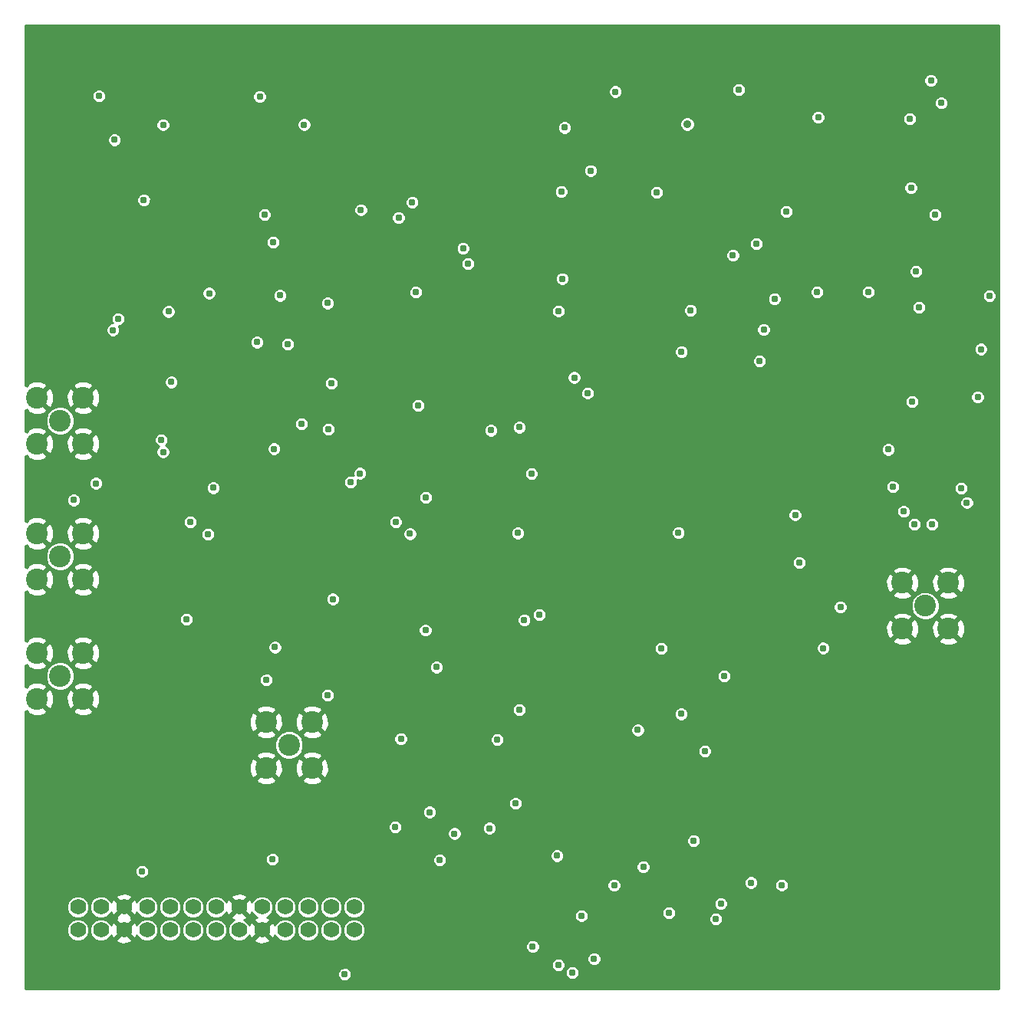
<source format=gbr>
G04 (created by PCBNEW (2013-may-18)-stable) date 2014年05月08日 星期四 12时33分24秒*
%MOIN*%
G04 Gerber Fmt 3.4, Leading zero omitted, Abs format*
%FSLAX34Y34*%
G01*
G70*
G90*
G04 APERTURE LIST*
%ADD10C,0.00590551*%
%ADD11C,0.0693*%
%ADD12C,0.0944882*%
%ADD13C,0.031*%
%ADD14C,0.035*%
%ADD15C,0.01*%
G04 APERTURE END LIST*
G54D10*
G54D11*
X49500Y-59125D03*
X49500Y-60125D03*
X46500Y-59125D03*
X46500Y-60125D03*
X45500Y-59125D03*
X45500Y-60125D03*
X37500Y-60125D03*
X37500Y-59125D03*
X38500Y-60125D03*
X38500Y-59125D03*
X39500Y-60125D03*
X39500Y-59125D03*
X40500Y-60125D03*
X40500Y-59125D03*
X41500Y-60125D03*
X41500Y-59125D03*
X42500Y-60125D03*
X42500Y-59125D03*
X43500Y-60125D03*
X43500Y-59125D03*
X44500Y-60125D03*
X44500Y-59125D03*
X47500Y-60125D03*
X47500Y-59125D03*
X48500Y-60125D03*
X48500Y-59125D03*
G54D12*
X36725Y-49075D03*
X35725Y-48075D03*
X37725Y-48075D03*
X37725Y-50075D03*
X35725Y-50075D03*
X36725Y-43875D03*
X35725Y-42875D03*
X37725Y-42875D03*
X37725Y-44875D03*
X35725Y-44875D03*
X36725Y-37975D03*
X35725Y-36975D03*
X37725Y-36975D03*
X37725Y-38975D03*
X35725Y-38975D03*
X46675Y-52075D03*
X47675Y-51075D03*
X47675Y-53075D03*
X45675Y-53075D03*
X45675Y-51075D03*
X74325Y-46025D03*
X73325Y-45025D03*
X75325Y-45025D03*
X75325Y-47025D03*
X73325Y-47025D03*
G54D13*
X59375Y-59500D03*
X55725Y-51850D03*
X73650Y-24850D03*
X75880Y-40909D03*
X70634Y-46075D03*
X65225Y-59633D03*
X58373Y-61635D03*
X49796Y-28799D03*
X68286Y-28879D03*
X77105Y-32535D03*
X43141Y-42907D03*
X41202Y-39329D03*
X76129Y-41532D03*
X73850Y-42475D03*
X64125Y-33175D03*
X62650Y-28050D03*
X60858Y-23662D03*
X66208Y-23575D03*
X60800Y-58182D03*
X64259Y-56235D03*
X39250Y-33538D03*
X41559Y-36290D03*
X43202Y-32430D03*
X49351Y-40640D03*
X47220Y-38115D03*
X59646Y-36766D03*
X40360Y-28375D03*
X46612Y-34644D03*
X53225Y-57075D03*
X74756Y-29003D03*
X43375Y-40887D03*
X45403Y-23882D03*
X57550Y-46408D03*
X69891Y-47859D03*
X64738Y-52337D03*
X61830Y-51425D03*
X71850Y-32367D03*
X63593Y-42840D03*
X51931Y-42887D03*
X58551Y-31797D03*
X54237Y-30480D03*
X58504Y-28003D03*
X52600Y-47086D03*
X38410Y-23852D03*
X62850Y-47874D03*
X45686Y-49250D03*
X48385Y-38342D03*
X56678Y-38256D03*
X58645Y-25222D03*
X45605Y-29006D03*
X52190Y-32377D03*
X37310Y-41425D03*
X63189Y-59375D03*
X57260Y-60840D03*
X67771Y-32683D03*
X74049Y-33049D03*
X68667Y-42065D03*
X72907Y-40845D03*
X65437Y-58975D03*
X42212Y-46603D03*
X74568Y-23168D03*
X55379Y-55692D03*
X65962Y-30775D03*
X72716Y-39225D03*
X74620Y-42475D03*
X68075Y-58166D03*
X58982Y-61980D03*
X48354Y-32857D03*
X58383Y-33200D03*
X62069Y-57375D03*
X48575Y-45730D03*
X73700Y-27834D03*
X49758Y-40262D03*
X69625Y-32374D03*
X63726Y-34975D03*
X63710Y-50725D03*
X51305Y-42375D03*
X69665Y-24775D03*
X47331Y-25093D03*
X42383Y-42375D03*
X56617Y-42857D03*
X56893Y-46643D03*
X59066Y-36093D03*
X39024Y-34030D03*
X52026Y-28475D03*
X48509Y-36350D03*
X51532Y-51800D03*
X67300Y-34003D03*
X58325Y-56889D03*
X52275Y-37308D03*
X46025Y-39193D03*
X45281Y-34554D03*
X39091Y-25758D03*
X53864Y-55927D03*
X52775Y-54992D03*
X46061Y-47825D03*
X52615Y-41312D03*
X57205Y-40277D03*
X55450Y-38391D03*
X67125Y-35375D03*
X41435Y-33224D03*
X41125Y-38799D03*
X46275Y-32525D03*
X41200Y-25099D03*
X48356Y-49901D03*
X56514Y-54618D03*
X51291Y-55642D03*
X56681Y-50538D03*
X59930Y-61370D03*
X53090Y-48688D03*
X65575Y-49075D03*
X54457Y-31142D03*
X59780Y-27097D03*
X51436Y-29150D03*
G54D14*
X63975Y-25075D03*
G54D13*
X68846Y-44142D03*
X45985Y-30213D03*
X45952Y-57051D03*
X66747Y-58061D03*
X49090Y-62050D03*
X73389Y-41919D03*
X66981Y-30275D03*
X38277Y-40693D03*
X40290Y-57565D03*
X73925Y-31471D03*
X75016Y-24153D03*
X73750Y-37150D03*
X76603Y-36944D03*
X76739Y-34860D03*
X74100Y-28425D03*
X41500Y-47250D03*
X41925Y-43075D03*
X65475Y-32825D03*
X65050Y-33225D03*
X70200Y-34400D03*
X72225Y-33025D03*
X74625Y-33000D03*
X74525Y-32350D03*
X69800Y-30525D03*
X72825Y-31700D03*
X64725Y-25075D03*
X67675Y-26825D03*
X70425Y-41275D03*
X73175Y-43325D03*
X59075Y-52425D03*
X62175Y-53275D03*
X66725Y-48475D03*
X66525Y-44675D03*
X66225Y-45575D03*
X54675Y-58825D03*
X56125Y-59825D03*
X52975Y-60175D03*
X52875Y-58875D03*
X56625Y-58875D03*
X57875Y-59125D03*
X49525Y-52875D03*
X49525Y-51675D03*
X48425Y-53925D03*
X46875Y-55075D03*
X44425Y-47375D03*
X44875Y-48375D03*
X44025Y-49725D03*
X43475Y-51275D03*
X46725Y-45775D03*
X46325Y-43875D03*
X46125Y-41075D03*
X47375Y-41725D03*
X45175Y-40475D03*
X45175Y-41375D03*
X43825Y-37475D03*
X45275Y-38275D03*
X48325Y-33325D03*
X49775Y-33375D03*
X42575Y-36825D03*
X43475Y-36775D03*
X39575Y-36725D03*
X40875Y-36475D03*
X55700Y-50525D03*
X55858Y-42682D03*
X67687Y-39966D03*
X69144Y-39930D03*
X56833Y-32735D03*
X58735Y-42533D03*
X66025Y-57731D03*
X63615Y-57460D03*
X47615Y-30266D03*
X57710Y-37762D03*
X58647Y-57625D03*
X55050Y-36489D03*
X61136Y-55763D03*
X43710Y-28743D03*
X74025Y-38800D03*
X62731Y-42975D03*
X56051Y-26105D03*
X52225Y-50544D03*
X48475Y-47302D03*
X51557Y-44405D03*
X67600Y-53643D03*
X70485Y-45385D03*
X47919Y-34788D03*
X75984Y-37118D03*
X59645Y-59091D03*
X56095Y-56886D03*
X61688Y-40237D03*
X54065Y-46773D03*
X53675Y-33035D03*
X67255Y-29728D03*
X64045Y-30019D03*
X60010Y-28014D03*
X66678Y-54443D03*
X42501Y-34485D03*
X61507Y-33553D03*
X36200Y-59252D03*
G54D15*
X62235Y-32825D02*
X61507Y-33553D01*
X65475Y-32825D02*
X62235Y-32825D01*
X66225Y-34400D02*
X65050Y-33225D01*
X68625Y-34400D02*
X66225Y-34400D01*
X68700Y-34400D02*
X68625Y-34400D01*
X70200Y-34400D02*
X68700Y-34400D01*
X72925Y-33725D02*
X72225Y-33025D01*
X74625Y-33725D02*
X72925Y-33725D01*
X74625Y-33000D02*
X74625Y-33725D01*
X64725Y-25075D02*
X66475Y-26825D01*
X66475Y-26825D02*
X67675Y-26825D01*
X70425Y-41275D02*
X72475Y-43325D01*
X72475Y-43325D02*
X73175Y-43325D01*
G54D10*
G36*
X77525Y-62675D02*
X77410Y-62675D01*
X77410Y-32474D01*
X77363Y-32362D01*
X77278Y-32276D01*
X77166Y-32230D01*
X77044Y-32230D01*
X76932Y-32276D01*
X76846Y-32362D01*
X76800Y-32474D01*
X76800Y-32595D01*
X76846Y-32707D01*
X76932Y-32793D01*
X77044Y-32840D01*
X77165Y-32840D01*
X77277Y-32793D01*
X77363Y-32708D01*
X77410Y-32596D01*
X77410Y-32474D01*
X77410Y-62675D01*
X77044Y-62675D01*
X77044Y-34800D01*
X76998Y-34688D01*
X76912Y-34602D01*
X76800Y-34555D01*
X76679Y-34555D01*
X76567Y-34602D01*
X76481Y-34687D01*
X76434Y-34799D01*
X76434Y-34921D01*
X76480Y-35033D01*
X76566Y-35119D01*
X76678Y-35165D01*
X76800Y-35165D01*
X76912Y-35119D01*
X76998Y-35033D01*
X77044Y-34921D01*
X77044Y-34800D01*
X77044Y-62675D01*
X76908Y-62675D01*
X76908Y-36883D01*
X76862Y-36771D01*
X76776Y-36685D01*
X76664Y-36639D01*
X76542Y-36639D01*
X76430Y-36685D01*
X76344Y-36771D01*
X76298Y-36883D01*
X76298Y-37004D01*
X76344Y-37116D01*
X76430Y-37202D01*
X76542Y-37249D01*
X76663Y-37249D01*
X76775Y-37203D01*
X76861Y-37117D01*
X76908Y-37005D01*
X76908Y-36883D01*
X76908Y-62675D01*
X76434Y-62675D01*
X76434Y-41472D01*
X76388Y-41360D01*
X76302Y-41274D01*
X76190Y-41227D01*
X76185Y-41227D01*
X76185Y-40848D01*
X76138Y-40736D01*
X76053Y-40650D01*
X75941Y-40604D01*
X75819Y-40604D01*
X75707Y-40650D01*
X75621Y-40736D01*
X75575Y-40848D01*
X75575Y-40969D01*
X75621Y-41081D01*
X75707Y-41167D01*
X75819Y-41214D01*
X75940Y-41214D01*
X76052Y-41168D01*
X76138Y-41082D01*
X76185Y-40970D01*
X76185Y-40848D01*
X76185Y-41227D01*
X76068Y-41227D01*
X75956Y-41273D01*
X75870Y-41359D01*
X75824Y-41471D01*
X75824Y-41593D01*
X75870Y-41705D01*
X75956Y-41791D01*
X76068Y-41837D01*
X76189Y-41837D01*
X76301Y-41791D01*
X76387Y-41705D01*
X76434Y-41593D01*
X76434Y-41472D01*
X76434Y-62675D01*
X76051Y-62675D01*
X76051Y-47147D01*
X76051Y-45147D01*
X76043Y-44860D01*
X75948Y-44633D01*
X75835Y-44585D01*
X75764Y-44655D01*
X75764Y-44514D01*
X75716Y-44401D01*
X75447Y-44298D01*
X75321Y-44302D01*
X75321Y-24092D01*
X75275Y-23980D01*
X75189Y-23894D01*
X75077Y-23848D01*
X74956Y-23848D01*
X74873Y-23882D01*
X74873Y-23107D01*
X74826Y-22995D01*
X74741Y-22909D01*
X74629Y-22863D01*
X74507Y-22863D01*
X74395Y-22909D01*
X74309Y-22995D01*
X74263Y-23107D01*
X74263Y-23228D01*
X74309Y-23340D01*
X74395Y-23426D01*
X74507Y-23473D01*
X74628Y-23473D01*
X74740Y-23426D01*
X74826Y-23341D01*
X74873Y-23229D01*
X74873Y-23107D01*
X74873Y-23882D01*
X74843Y-23894D01*
X74758Y-23980D01*
X74711Y-24092D01*
X74711Y-24213D01*
X74757Y-24325D01*
X74843Y-24411D01*
X74955Y-24458D01*
X75076Y-24458D01*
X75188Y-24412D01*
X75274Y-24326D01*
X75321Y-24214D01*
X75321Y-24092D01*
X75321Y-44302D01*
X75160Y-44306D01*
X75061Y-44348D01*
X75061Y-28943D01*
X75014Y-28831D01*
X74929Y-28745D01*
X74816Y-28698D01*
X74695Y-28698D01*
X74583Y-28744D01*
X74497Y-28830D01*
X74451Y-28942D01*
X74450Y-29064D01*
X74497Y-29176D01*
X74583Y-29262D01*
X74695Y-29308D01*
X74816Y-29308D01*
X74928Y-29262D01*
X75014Y-29176D01*
X75060Y-29064D01*
X75061Y-28943D01*
X75061Y-44348D01*
X74933Y-44401D01*
X74925Y-44420D01*
X74925Y-42414D01*
X74878Y-42302D01*
X74793Y-42216D01*
X74681Y-42170D01*
X74559Y-42169D01*
X74447Y-42216D01*
X74361Y-42302D01*
X74354Y-42318D01*
X74354Y-32989D01*
X74308Y-32877D01*
X74230Y-32798D01*
X74230Y-31410D01*
X74183Y-31298D01*
X74098Y-31212D01*
X74005Y-31174D01*
X74005Y-27773D01*
X73958Y-27661D01*
X73955Y-27657D01*
X73955Y-24789D01*
X73908Y-24677D01*
X73822Y-24591D01*
X73710Y-24545D01*
X73589Y-24544D01*
X73477Y-24591D01*
X73391Y-24677D01*
X73345Y-24789D01*
X73344Y-24910D01*
X73391Y-25022D01*
X73477Y-25108D01*
X73589Y-25154D01*
X73710Y-25155D01*
X73822Y-25108D01*
X73908Y-25022D01*
X73954Y-24910D01*
X73955Y-24789D01*
X73955Y-27657D01*
X73873Y-27575D01*
X73761Y-27529D01*
X73639Y-27529D01*
X73527Y-27575D01*
X73441Y-27661D01*
X73395Y-27773D01*
X73395Y-27894D01*
X73441Y-28006D01*
X73527Y-28092D01*
X73639Y-28139D01*
X73760Y-28139D01*
X73872Y-28092D01*
X73958Y-28007D01*
X74005Y-27895D01*
X74005Y-27773D01*
X74005Y-31174D01*
X73986Y-31166D01*
X73864Y-31166D01*
X73752Y-31212D01*
X73666Y-31298D01*
X73620Y-31410D01*
X73620Y-31531D01*
X73666Y-31643D01*
X73752Y-31729D01*
X73864Y-31776D01*
X73985Y-31776D01*
X74097Y-31729D01*
X74183Y-31644D01*
X74230Y-31532D01*
X74230Y-31410D01*
X74230Y-32798D01*
X74222Y-32791D01*
X74110Y-32744D01*
X73989Y-32744D01*
X73877Y-32791D01*
X73791Y-32876D01*
X73744Y-32988D01*
X73744Y-33110D01*
X73791Y-33222D01*
X73876Y-33308D01*
X73988Y-33354D01*
X74110Y-33354D01*
X74222Y-33308D01*
X74308Y-33222D01*
X74354Y-33110D01*
X74354Y-32989D01*
X74354Y-42318D01*
X74315Y-42414D01*
X74315Y-42535D01*
X74361Y-42647D01*
X74447Y-42733D01*
X74559Y-42779D01*
X74680Y-42780D01*
X74792Y-42733D01*
X74878Y-42647D01*
X74925Y-42535D01*
X74925Y-42414D01*
X74925Y-44420D01*
X74885Y-44514D01*
X75325Y-44954D01*
X75764Y-44514D01*
X75764Y-44655D01*
X75395Y-45025D01*
X75835Y-45464D01*
X75948Y-45416D01*
X76051Y-45147D01*
X76051Y-47147D01*
X76043Y-46860D01*
X75948Y-46633D01*
X75835Y-46585D01*
X75764Y-46655D01*
X75764Y-46514D01*
X75764Y-45535D01*
X75325Y-45095D01*
X75254Y-45166D01*
X75254Y-45025D01*
X74814Y-44585D01*
X74701Y-44633D01*
X74598Y-44902D01*
X74606Y-45189D01*
X74701Y-45416D01*
X74814Y-45464D01*
X75254Y-45025D01*
X75254Y-45166D01*
X74885Y-45535D01*
X74933Y-45648D01*
X75202Y-45751D01*
X75489Y-45743D01*
X75716Y-45648D01*
X75764Y-45535D01*
X75764Y-46514D01*
X75716Y-46401D01*
X75447Y-46298D01*
X75160Y-46306D01*
X74947Y-46395D01*
X74947Y-45901D01*
X74852Y-45672D01*
X74678Y-45497D01*
X74449Y-45402D01*
X74201Y-45402D01*
X74155Y-45421D01*
X74155Y-42414D01*
X74108Y-42302D01*
X74055Y-42248D01*
X74055Y-37089D01*
X74008Y-36977D01*
X73922Y-36891D01*
X73810Y-36845D01*
X73689Y-36844D01*
X73577Y-36891D01*
X73491Y-36977D01*
X73445Y-37089D01*
X73444Y-37210D01*
X73491Y-37322D01*
X73577Y-37408D01*
X73689Y-37454D01*
X73810Y-37455D01*
X73922Y-37408D01*
X74008Y-37322D01*
X74054Y-37210D01*
X74055Y-37089D01*
X74055Y-42248D01*
X74022Y-42216D01*
X73910Y-42170D01*
X73789Y-42169D01*
X73694Y-42209D01*
X73694Y-41859D01*
X73647Y-41746D01*
X73562Y-41661D01*
X73450Y-41614D01*
X73328Y-41614D01*
X73216Y-41660D01*
X73212Y-41664D01*
X73212Y-40784D01*
X73166Y-40672D01*
X73080Y-40586D01*
X73021Y-40562D01*
X73021Y-39164D01*
X72975Y-39052D01*
X72889Y-38966D01*
X72777Y-38920D01*
X72656Y-38919D01*
X72544Y-38966D01*
X72458Y-39052D01*
X72411Y-39164D01*
X72411Y-39285D01*
X72457Y-39397D01*
X72543Y-39483D01*
X72655Y-39529D01*
X72776Y-39530D01*
X72889Y-39483D01*
X72974Y-39397D01*
X73021Y-39285D01*
X73021Y-39164D01*
X73021Y-40562D01*
X72968Y-40540D01*
X72847Y-40540D01*
X72735Y-40586D01*
X72649Y-40672D01*
X72602Y-40784D01*
X72602Y-40905D01*
X72649Y-41017D01*
X72734Y-41103D01*
X72846Y-41150D01*
X72968Y-41150D01*
X73080Y-41103D01*
X73166Y-41018D01*
X73212Y-40906D01*
X73212Y-40784D01*
X73212Y-41664D01*
X73130Y-41746D01*
X73084Y-41858D01*
X73084Y-41979D01*
X73130Y-42091D01*
X73216Y-42177D01*
X73328Y-42224D01*
X73449Y-42224D01*
X73561Y-42178D01*
X73647Y-42092D01*
X73694Y-41980D01*
X73694Y-41859D01*
X73694Y-42209D01*
X73677Y-42216D01*
X73591Y-42302D01*
X73545Y-42414D01*
X73544Y-42535D01*
X73591Y-42647D01*
X73677Y-42733D01*
X73789Y-42779D01*
X73910Y-42780D01*
X74022Y-42733D01*
X74108Y-42647D01*
X74154Y-42535D01*
X74155Y-42414D01*
X74155Y-45421D01*
X74051Y-45464D01*
X74051Y-45147D01*
X74043Y-44860D01*
X73948Y-44633D01*
X73835Y-44585D01*
X73764Y-44655D01*
X73764Y-44514D01*
X73716Y-44401D01*
X73447Y-44298D01*
X73160Y-44306D01*
X72933Y-44401D01*
X72885Y-44514D01*
X73325Y-44954D01*
X73764Y-44514D01*
X73764Y-44655D01*
X73395Y-45025D01*
X73835Y-45464D01*
X73948Y-45416D01*
X74051Y-45147D01*
X74051Y-45464D01*
X73972Y-45497D01*
X73797Y-45671D01*
X73764Y-45750D01*
X73764Y-45535D01*
X73325Y-45095D01*
X73254Y-45166D01*
X73254Y-45025D01*
X72814Y-44585D01*
X72701Y-44633D01*
X72598Y-44902D01*
X72606Y-45189D01*
X72701Y-45416D01*
X72814Y-45464D01*
X73254Y-45025D01*
X73254Y-45166D01*
X72885Y-45535D01*
X72933Y-45648D01*
X73202Y-45751D01*
X73489Y-45743D01*
X73716Y-45648D01*
X73764Y-45535D01*
X73764Y-45750D01*
X73702Y-45900D01*
X73702Y-46148D01*
X73797Y-46377D01*
X73971Y-46552D01*
X74200Y-46647D01*
X74448Y-46647D01*
X74677Y-46552D01*
X74852Y-46378D01*
X74947Y-46149D01*
X74947Y-45901D01*
X74947Y-46395D01*
X74933Y-46401D01*
X74885Y-46514D01*
X75325Y-46954D01*
X75764Y-46514D01*
X75764Y-46655D01*
X75395Y-47025D01*
X75835Y-47464D01*
X75948Y-47416D01*
X76051Y-47147D01*
X76051Y-62675D01*
X75764Y-62675D01*
X75764Y-47535D01*
X75325Y-47095D01*
X75254Y-47166D01*
X75254Y-47025D01*
X74814Y-46585D01*
X74701Y-46633D01*
X74598Y-46902D01*
X74606Y-47189D01*
X74701Y-47416D01*
X74814Y-47464D01*
X75254Y-47025D01*
X75254Y-47166D01*
X74885Y-47535D01*
X74933Y-47648D01*
X75202Y-47751D01*
X75489Y-47743D01*
X75716Y-47648D01*
X75764Y-47535D01*
X75764Y-62675D01*
X74051Y-62675D01*
X74051Y-47147D01*
X74043Y-46860D01*
X73948Y-46633D01*
X73835Y-46585D01*
X73764Y-46655D01*
X73764Y-46514D01*
X73716Y-46401D01*
X73447Y-46298D01*
X73160Y-46306D01*
X72933Y-46401D01*
X72885Y-46514D01*
X73325Y-46954D01*
X73764Y-46514D01*
X73764Y-46655D01*
X73395Y-47025D01*
X73835Y-47464D01*
X73948Y-47416D01*
X74051Y-47147D01*
X74051Y-62675D01*
X73764Y-62675D01*
X73764Y-47535D01*
X73325Y-47095D01*
X73254Y-47166D01*
X73254Y-47025D01*
X72814Y-46585D01*
X72701Y-46633D01*
X72598Y-46902D01*
X72606Y-47189D01*
X72701Y-47416D01*
X72814Y-47464D01*
X73254Y-47025D01*
X73254Y-47166D01*
X72885Y-47535D01*
X72933Y-47648D01*
X73202Y-47751D01*
X73489Y-47743D01*
X73716Y-47648D01*
X73764Y-47535D01*
X73764Y-62675D01*
X72155Y-62675D01*
X72155Y-32306D01*
X72108Y-32194D01*
X72022Y-32108D01*
X71910Y-32062D01*
X71789Y-32062D01*
X71677Y-32108D01*
X71591Y-32194D01*
X71545Y-32306D01*
X71544Y-32427D01*
X71591Y-32539D01*
X71677Y-32625D01*
X71789Y-32672D01*
X71910Y-32672D01*
X72022Y-32625D01*
X72108Y-32540D01*
X72154Y-32428D01*
X72155Y-32306D01*
X72155Y-62675D01*
X70939Y-62675D01*
X70939Y-46014D01*
X70893Y-45902D01*
X70807Y-45816D01*
X70695Y-45770D01*
X70574Y-45769D01*
X70462Y-45816D01*
X70376Y-45902D01*
X70329Y-46014D01*
X70329Y-46135D01*
X70375Y-46247D01*
X70461Y-46333D01*
X70573Y-46379D01*
X70694Y-46380D01*
X70807Y-46333D01*
X70892Y-46247D01*
X70939Y-46135D01*
X70939Y-46014D01*
X70939Y-62675D01*
X70196Y-62675D01*
X70196Y-47799D01*
X70149Y-47686D01*
X70064Y-47601D01*
X69970Y-47562D01*
X69970Y-24714D01*
X69924Y-24602D01*
X69838Y-24516D01*
X69726Y-24470D01*
X69605Y-24469D01*
X69493Y-24516D01*
X69407Y-24602D01*
X69360Y-24714D01*
X69360Y-24835D01*
X69406Y-24947D01*
X69492Y-25033D01*
X69604Y-25079D01*
X69726Y-25080D01*
X69838Y-25033D01*
X69924Y-24947D01*
X69970Y-24835D01*
X69970Y-24714D01*
X69970Y-47562D01*
X69952Y-47554D01*
X69930Y-47554D01*
X69930Y-32313D01*
X69883Y-32201D01*
X69797Y-32115D01*
X69685Y-32069D01*
X69564Y-32069D01*
X69452Y-32115D01*
X69366Y-32201D01*
X69320Y-32313D01*
X69319Y-32434D01*
X69366Y-32546D01*
X69452Y-32632D01*
X69564Y-32679D01*
X69685Y-32679D01*
X69797Y-32633D01*
X69883Y-32547D01*
X69929Y-32435D01*
X69930Y-32313D01*
X69930Y-47554D01*
X69830Y-47554D01*
X69718Y-47600D01*
X69632Y-47686D01*
X69586Y-47798D01*
X69586Y-47919D01*
X69632Y-48032D01*
X69718Y-48117D01*
X69830Y-48164D01*
X69951Y-48164D01*
X70063Y-48118D01*
X70149Y-48032D01*
X70196Y-47920D01*
X70196Y-47799D01*
X70196Y-62675D01*
X69151Y-62675D01*
X69151Y-44082D01*
X69105Y-43969D01*
X69019Y-43884D01*
X68972Y-43864D01*
X68972Y-42005D01*
X68926Y-41893D01*
X68840Y-41807D01*
X68728Y-41761D01*
X68607Y-41760D01*
X68591Y-41767D01*
X68591Y-28818D01*
X68545Y-28706D01*
X68459Y-28620D01*
X68347Y-28574D01*
X68226Y-28573D01*
X68114Y-28620D01*
X68028Y-28706D01*
X67981Y-28818D01*
X67981Y-28939D01*
X68028Y-29051D01*
X68113Y-29137D01*
X68225Y-29183D01*
X68347Y-29184D01*
X68459Y-29137D01*
X68545Y-29052D01*
X68591Y-28939D01*
X68591Y-28818D01*
X68591Y-41767D01*
X68495Y-41807D01*
X68409Y-41892D01*
X68362Y-42005D01*
X68362Y-42126D01*
X68409Y-42238D01*
X68494Y-42324D01*
X68606Y-42370D01*
X68728Y-42371D01*
X68840Y-42324D01*
X68926Y-42238D01*
X68972Y-42126D01*
X68972Y-42005D01*
X68972Y-43864D01*
X68907Y-43837D01*
X68786Y-43837D01*
X68673Y-43883D01*
X68588Y-43969D01*
X68541Y-44081D01*
X68541Y-44202D01*
X68587Y-44314D01*
X68673Y-44400D01*
X68785Y-44447D01*
X68906Y-44447D01*
X69018Y-44401D01*
X69104Y-44315D01*
X69151Y-44203D01*
X69151Y-44082D01*
X69151Y-62675D01*
X68380Y-62675D01*
X68380Y-58106D01*
X68333Y-57994D01*
X68247Y-57908D01*
X68135Y-57861D01*
X68076Y-57861D01*
X68076Y-32622D01*
X68029Y-32510D01*
X67944Y-32424D01*
X67832Y-32378D01*
X67710Y-32378D01*
X67598Y-32424D01*
X67512Y-32510D01*
X67466Y-32622D01*
X67466Y-32743D01*
X67512Y-32855D01*
X67598Y-32941D01*
X67710Y-32988D01*
X67831Y-32988D01*
X67943Y-32941D01*
X68029Y-32856D01*
X68076Y-32744D01*
X68076Y-32622D01*
X68076Y-57861D01*
X68014Y-57861D01*
X67902Y-57908D01*
X67816Y-57993D01*
X67770Y-58105D01*
X67769Y-58227D01*
X67816Y-58339D01*
X67902Y-58425D01*
X68014Y-58471D01*
X68135Y-58471D01*
X68247Y-58425D01*
X68333Y-58339D01*
X68379Y-58227D01*
X68380Y-58106D01*
X68380Y-62675D01*
X67605Y-62675D01*
X67605Y-33942D01*
X67558Y-33830D01*
X67473Y-33744D01*
X67360Y-33698D01*
X67286Y-33698D01*
X67286Y-30214D01*
X67240Y-30102D01*
X67154Y-30016D01*
X67042Y-29970D01*
X66921Y-29969D01*
X66808Y-30016D01*
X66723Y-30102D01*
X66676Y-30214D01*
X66676Y-30335D01*
X66722Y-30447D01*
X66808Y-30533D01*
X66920Y-30579D01*
X67041Y-30580D01*
X67153Y-30533D01*
X67239Y-30447D01*
X67286Y-30335D01*
X67286Y-30214D01*
X67286Y-33698D01*
X67239Y-33698D01*
X67127Y-33744D01*
X67041Y-33830D01*
X66995Y-33942D01*
X66994Y-34063D01*
X67041Y-34175D01*
X67127Y-34261D01*
X67239Y-34308D01*
X67360Y-34308D01*
X67472Y-34261D01*
X67558Y-34176D01*
X67604Y-34064D01*
X67605Y-33942D01*
X67605Y-62675D01*
X67430Y-62675D01*
X67430Y-35314D01*
X67383Y-35202D01*
X67297Y-35116D01*
X67185Y-35070D01*
X67064Y-35069D01*
X66952Y-35116D01*
X66866Y-35202D01*
X66820Y-35314D01*
X66819Y-35435D01*
X66866Y-35547D01*
X66952Y-35633D01*
X67064Y-35679D01*
X67185Y-35680D01*
X67297Y-35633D01*
X67383Y-35547D01*
X67429Y-35435D01*
X67430Y-35314D01*
X67430Y-62675D01*
X67052Y-62675D01*
X67052Y-58001D01*
X67006Y-57889D01*
X66920Y-57803D01*
X66808Y-57757D01*
X66687Y-57756D01*
X66575Y-57803D01*
X66513Y-57864D01*
X66513Y-23514D01*
X66467Y-23402D01*
X66381Y-23316D01*
X66269Y-23270D01*
X66148Y-23270D01*
X66036Y-23316D01*
X65950Y-23402D01*
X65903Y-23514D01*
X65903Y-23635D01*
X65950Y-23747D01*
X66035Y-23833D01*
X66148Y-23880D01*
X66269Y-23880D01*
X66381Y-23833D01*
X66467Y-23748D01*
X66513Y-23636D01*
X66513Y-23514D01*
X66513Y-57864D01*
X66489Y-57888D01*
X66442Y-58001D01*
X66442Y-58122D01*
X66489Y-58234D01*
X66574Y-58320D01*
X66686Y-58366D01*
X66808Y-58367D01*
X66920Y-58320D01*
X67006Y-58234D01*
X67052Y-58122D01*
X67052Y-58001D01*
X67052Y-62675D01*
X66267Y-62675D01*
X66267Y-30714D01*
X66221Y-30602D01*
X66135Y-30516D01*
X66023Y-30470D01*
X65902Y-30469D01*
X65790Y-30516D01*
X65704Y-30602D01*
X65657Y-30714D01*
X65657Y-30835D01*
X65703Y-30947D01*
X65789Y-31033D01*
X65901Y-31079D01*
X66023Y-31080D01*
X66135Y-31033D01*
X66221Y-30947D01*
X66267Y-30835D01*
X66267Y-30714D01*
X66267Y-62675D01*
X65880Y-62675D01*
X65880Y-49014D01*
X65833Y-48902D01*
X65747Y-48816D01*
X65635Y-48770D01*
X65514Y-48769D01*
X65402Y-48816D01*
X65316Y-48902D01*
X65270Y-49014D01*
X65269Y-49135D01*
X65316Y-49247D01*
X65402Y-49333D01*
X65514Y-49379D01*
X65635Y-49380D01*
X65747Y-49333D01*
X65833Y-49247D01*
X65879Y-49135D01*
X65880Y-49014D01*
X65880Y-62675D01*
X65742Y-62675D01*
X65742Y-58914D01*
X65696Y-58802D01*
X65610Y-58716D01*
X65498Y-58670D01*
X65377Y-58670D01*
X65265Y-58716D01*
X65179Y-58802D01*
X65132Y-58914D01*
X65132Y-59035D01*
X65179Y-59147D01*
X65264Y-59233D01*
X65376Y-59280D01*
X65498Y-59280D01*
X65610Y-59233D01*
X65696Y-59148D01*
X65742Y-59036D01*
X65742Y-58914D01*
X65742Y-62675D01*
X65530Y-62675D01*
X65530Y-59573D01*
X65483Y-59461D01*
X65397Y-59375D01*
X65285Y-59328D01*
X65164Y-59328D01*
X65052Y-59375D01*
X65043Y-59383D01*
X65043Y-52277D01*
X64997Y-52164D01*
X64911Y-52079D01*
X64799Y-52032D01*
X64678Y-52032D01*
X64566Y-52078D01*
X64480Y-52164D01*
X64433Y-52276D01*
X64433Y-52397D01*
X64479Y-52510D01*
X64565Y-52595D01*
X64677Y-52642D01*
X64799Y-52642D01*
X64911Y-52596D01*
X64997Y-52510D01*
X65043Y-52398D01*
X65043Y-52277D01*
X65043Y-59383D01*
X64966Y-59460D01*
X64920Y-59572D01*
X64919Y-59694D01*
X64966Y-59806D01*
X65052Y-59892D01*
X65164Y-59938D01*
X65285Y-59938D01*
X65397Y-59892D01*
X65483Y-59806D01*
X65529Y-59694D01*
X65530Y-59573D01*
X65530Y-62675D01*
X64564Y-62675D01*
X64564Y-56175D01*
X64517Y-56062D01*
X64432Y-55977D01*
X64430Y-55976D01*
X64430Y-33114D01*
X64383Y-33002D01*
X64300Y-32918D01*
X64300Y-25010D01*
X64250Y-24891D01*
X64159Y-24799D01*
X64039Y-24750D01*
X63910Y-24749D01*
X63791Y-24799D01*
X63699Y-24890D01*
X63650Y-25010D01*
X63649Y-25139D01*
X63699Y-25258D01*
X63790Y-25350D01*
X63910Y-25399D01*
X64039Y-25400D01*
X64158Y-25350D01*
X64250Y-25259D01*
X64299Y-25139D01*
X64300Y-25010D01*
X64300Y-32918D01*
X64297Y-32916D01*
X64185Y-32870D01*
X64064Y-32869D01*
X63952Y-32916D01*
X63866Y-33002D01*
X63820Y-33114D01*
X63819Y-33235D01*
X63866Y-33347D01*
X63952Y-33433D01*
X64064Y-33479D01*
X64185Y-33480D01*
X64297Y-33433D01*
X64383Y-33347D01*
X64429Y-33235D01*
X64430Y-33114D01*
X64430Y-55976D01*
X64319Y-55930D01*
X64198Y-55930D01*
X64086Y-55976D01*
X64031Y-56031D01*
X64031Y-34914D01*
X63985Y-34802D01*
X63899Y-34716D01*
X63787Y-34670D01*
X63666Y-34669D01*
X63554Y-34716D01*
X63468Y-34802D01*
X63421Y-34914D01*
X63421Y-35035D01*
X63468Y-35147D01*
X63553Y-35233D01*
X63665Y-35279D01*
X63787Y-35280D01*
X63899Y-35233D01*
X63985Y-35147D01*
X64031Y-35035D01*
X64031Y-34914D01*
X64031Y-56031D01*
X64015Y-56047D01*
X64015Y-50664D01*
X63969Y-50552D01*
X63898Y-50481D01*
X63898Y-42780D01*
X63852Y-42668D01*
X63766Y-42582D01*
X63654Y-42535D01*
X63532Y-42535D01*
X63420Y-42581D01*
X63334Y-42667D01*
X63288Y-42779D01*
X63288Y-42901D01*
X63334Y-43013D01*
X63420Y-43099D01*
X63532Y-43145D01*
X63653Y-43145D01*
X63765Y-43099D01*
X63851Y-43013D01*
X63898Y-42901D01*
X63898Y-42780D01*
X63898Y-50481D01*
X63883Y-50466D01*
X63771Y-50420D01*
X63650Y-50419D01*
X63538Y-50466D01*
X63452Y-50552D01*
X63405Y-50664D01*
X63405Y-50785D01*
X63451Y-50897D01*
X63537Y-50983D01*
X63649Y-51029D01*
X63771Y-51030D01*
X63883Y-50983D01*
X63969Y-50897D01*
X64015Y-50785D01*
X64015Y-50664D01*
X64015Y-56047D01*
X64000Y-56062D01*
X63954Y-56174D01*
X63954Y-56295D01*
X64000Y-56407D01*
X64086Y-56493D01*
X64198Y-56540D01*
X64319Y-56540D01*
X64431Y-56494D01*
X64517Y-56408D01*
X64564Y-56296D01*
X64564Y-56175D01*
X64564Y-62675D01*
X63494Y-62675D01*
X63494Y-59315D01*
X63448Y-59203D01*
X63362Y-59117D01*
X63250Y-59070D01*
X63155Y-59070D01*
X63155Y-47813D01*
X63108Y-47701D01*
X63023Y-47615D01*
X62955Y-47587D01*
X62955Y-27989D01*
X62908Y-27877D01*
X62822Y-27791D01*
X62710Y-27745D01*
X62589Y-27744D01*
X62477Y-27791D01*
X62391Y-27877D01*
X62345Y-27989D01*
X62344Y-28110D01*
X62391Y-28222D01*
X62477Y-28308D01*
X62589Y-28354D01*
X62710Y-28355D01*
X62822Y-28308D01*
X62908Y-28222D01*
X62954Y-28110D01*
X62955Y-27989D01*
X62955Y-47587D01*
X62911Y-47569D01*
X62789Y-47569D01*
X62677Y-47615D01*
X62591Y-47701D01*
X62545Y-47813D01*
X62545Y-47934D01*
X62591Y-48046D01*
X62677Y-48132D01*
X62789Y-48179D01*
X62910Y-48179D01*
X63022Y-48132D01*
X63108Y-48047D01*
X63155Y-47935D01*
X63155Y-47813D01*
X63155Y-59070D01*
X63129Y-59070D01*
X63017Y-59116D01*
X62931Y-59202D01*
X62884Y-59314D01*
X62884Y-59436D01*
X62931Y-59548D01*
X63016Y-59634D01*
X63128Y-59680D01*
X63250Y-59680D01*
X63362Y-59634D01*
X63448Y-59548D01*
X63494Y-59436D01*
X63494Y-59315D01*
X63494Y-62675D01*
X62374Y-62675D01*
X62374Y-57314D01*
X62328Y-57202D01*
X62242Y-57116D01*
X62135Y-57072D01*
X62135Y-51364D01*
X62089Y-51252D01*
X62003Y-51166D01*
X61891Y-51120D01*
X61770Y-51119D01*
X61658Y-51166D01*
X61572Y-51252D01*
X61525Y-51364D01*
X61525Y-51485D01*
X61571Y-51597D01*
X61657Y-51683D01*
X61769Y-51729D01*
X61890Y-51730D01*
X62003Y-51683D01*
X62088Y-51597D01*
X62135Y-51485D01*
X62135Y-51364D01*
X62135Y-57072D01*
X62130Y-57070D01*
X62009Y-57069D01*
X61896Y-57116D01*
X61810Y-57202D01*
X61764Y-57314D01*
X61764Y-57435D01*
X61810Y-57547D01*
X61896Y-57633D01*
X62008Y-57679D01*
X62129Y-57680D01*
X62241Y-57633D01*
X62327Y-57547D01*
X62374Y-57435D01*
X62374Y-57314D01*
X62374Y-62675D01*
X61163Y-62675D01*
X61163Y-23602D01*
X61116Y-23490D01*
X61031Y-23404D01*
X60919Y-23357D01*
X60797Y-23357D01*
X60685Y-23404D01*
X60599Y-23489D01*
X60553Y-23601D01*
X60553Y-23723D01*
X60599Y-23835D01*
X60685Y-23921D01*
X60797Y-23967D01*
X60918Y-23967D01*
X61030Y-23921D01*
X61116Y-23835D01*
X61163Y-23723D01*
X61163Y-23602D01*
X61163Y-62675D01*
X61105Y-62675D01*
X61105Y-58121D01*
X61059Y-58009D01*
X60973Y-57923D01*
X60861Y-57877D01*
X60740Y-57877D01*
X60627Y-57923D01*
X60542Y-58009D01*
X60495Y-58121D01*
X60495Y-58242D01*
X60541Y-58354D01*
X60627Y-58440D01*
X60739Y-58487D01*
X60860Y-58487D01*
X60972Y-58441D01*
X61058Y-58355D01*
X61105Y-58243D01*
X61105Y-58121D01*
X61105Y-62675D01*
X60235Y-62675D01*
X60235Y-61309D01*
X60189Y-61197D01*
X60103Y-61111D01*
X60085Y-61104D01*
X60085Y-27036D01*
X60039Y-26924D01*
X59953Y-26838D01*
X59841Y-26792D01*
X59720Y-26792D01*
X59608Y-26838D01*
X59522Y-26924D01*
X59475Y-27036D01*
X59475Y-27157D01*
X59522Y-27269D01*
X59607Y-27355D01*
X59719Y-27402D01*
X59841Y-27402D01*
X59953Y-27356D01*
X60039Y-27270D01*
X60085Y-27158D01*
X60085Y-27036D01*
X60085Y-61104D01*
X59991Y-61065D01*
X59951Y-61065D01*
X59951Y-36705D01*
X59904Y-36593D01*
X59819Y-36507D01*
X59706Y-36461D01*
X59585Y-36461D01*
X59473Y-36507D01*
X59387Y-36593D01*
X59371Y-36632D01*
X59371Y-36033D01*
X59325Y-35921D01*
X59239Y-35835D01*
X59127Y-35788D01*
X59006Y-35788D01*
X58950Y-35811D01*
X58950Y-25162D01*
X58904Y-25050D01*
X58818Y-24964D01*
X58706Y-24917D01*
X58585Y-24917D01*
X58473Y-24964D01*
X58387Y-25049D01*
X58340Y-25161D01*
X58340Y-25283D01*
X58387Y-25395D01*
X58472Y-25481D01*
X58584Y-25527D01*
X58706Y-25527D01*
X58818Y-25481D01*
X58904Y-25395D01*
X58950Y-25283D01*
X58950Y-25162D01*
X58950Y-35811D01*
X58893Y-35834D01*
X58856Y-35872D01*
X58856Y-31737D01*
X58809Y-31625D01*
X58809Y-31624D01*
X58809Y-27942D01*
X58763Y-27830D01*
X58677Y-27744D01*
X58565Y-27698D01*
X58443Y-27698D01*
X58331Y-27744D01*
X58245Y-27830D01*
X58199Y-27942D01*
X58199Y-28063D01*
X58245Y-28175D01*
X58331Y-28261D01*
X58443Y-28308D01*
X58564Y-28308D01*
X58676Y-28261D01*
X58762Y-28176D01*
X58809Y-28064D01*
X58809Y-27942D01*
X58809Y-31624D01*
X58724Y-31539D01*
X58612Y-31492D01*
X58490Y-31492D01*
X58378Y-31539D01*
X58292Y-31624D01*
X58246Y-31736D01*
X58246Y-31858D01*
X58292Y-31970D01*
X58378Y-32056D01*
X58490Y-32102D01*
X58611Y-32102D01*
X58723Y-32056D01*
X58809Y-31970D01*
X58856Y-31858D01*
X58856Y-31737D01*
X58856Y-35872D01*
X58808Y-35920D01*
X58761Y-36032D01*
X58761Y-36154D01*
X58807Y-36266D01*
X58893Y-36352D01*
X59005Y-36398D01*
X59126Y-36398D01*
X59238Y-36352D01*
X59324Y-36266D01*
X59371Y-36154D01*
X59371Y-36033D01*
X59371Y-36632D01*
X59341Y-36705D01*
X59341Y-36826D01*
X59387Y-36938D01*
X59473Y-37024D01*
X59585Y-37071D01*
X59706Y-37071D01*
X59818Y-37024D01*
X59904Y-36939D01*
X59951Y-36827D01*
X59951Y-36705D01*
X59951Y-61065D01*
X59870Y-61065D01*
X59758Y-61111D01*
X59680Y-61189D01*
X59680Y-59439D01*
X59633Y-59327D01*
X59547Y-59241D01*
X59435Y-59195D01*
X59314Y-59194D01*
X59202Y-59241D01*
X59116Y-59327D01*
X59070Y-59439D01*
X59069Y-59560D01*
X59116Y-59672D01*
X59202Y-59758D01*
X59314Y-59804D01*
X59435Y-59805D01*
X59547Y-59758D01*
X59633Y-59672D01*
X59679Y-59560D01*
X59680Y-59439D01*
X59680Y-61189D01*
X59672Y-61197D01*
X59625Y-61309D01*
X59625Y-61430D01*
X59671Y-61542D01*
X59757Y-61628D01*
X59869Y-61675D01*
X59991Y-61675D01*
X60103Y-61628D01*
X60189Y-61543D01*
X60235Y-61431D01*
X60235Y-61309D01*
X60235Y-62675D01*
X59287Y-62675D01*
X59287Y-61919D01*
X59241Y-61807D01*
X59155Y-61721D01*
X59043Y-61675D01*
X58921Y-61674D01*
X58809Y-61721D01*
X58723Y-61807D01*
X58688Y-61892D01*
X58688Y-33139D01*
X58642Y-33027D01*
X58556Y-32941D01*
X58444Y-32895D01*
X58322Y-32894D01*
X58210Y-32941D01*
X58124Y-33027D01*
X58078Y-33139D01*
X58078Y-33260D01*
X58124Y-33372D01*
X58210Y-33458D01*
X58322Y-33504D01*
X58443Y-33505D01*
X58555Y-33458D01*
X58641Y-33372D01*
X58688Y-33260D01*
X58688Y-33139D01*
X58688Y-61892D01*
X58678Y-61917D01*
X58678Y-61575D01*
X58631Y-61462D01*
X58630Y-61461D01*
X58630Y-56828D01*
X58583Y-56716D01*
X58497Y-56630D01*
X58385Y-56584D01*
X58264Y-56584D01*
X58152Y-56630D01*
X58066Y-56716D01*
X58020Y-56828D01*
X58019Y-56949D01*
X58066Y-57061D01*
X58152Y-57147D01*
X58264Y-57194D01*
X58385Y-57194D01*
X58497Y-57148D01*
X58583Y-57062D01*
X58629Y-56950D01*
X58630Y-56828D01*
X58630Y-61461D01*
X58546Y-61377D01*
X58434Y-61330D01*
X58312Y-61330D01*
X58200Y-61376D01*
X58114Y-61462D01*
X58068Y-61574D01*
X58068Y-61695D01*
X58114Y-61807D01*
X58200Y-61893D01*
X58312Y-61940D01*
X58433Y-61940D01*
X58545Y-61894D01*
X58631Y-61808D01*
X58678Y-61696D01*
X58678Y-61575D01*
X58678Y-61917D01*
X58677Y-61919D01*
X58677Y-62040D01*
X58723Y-62152D01*
X58809Y-62238D01*
X58921Y-62284D01*
X59042Y-62285D01*
X59154Y-62238D01*
X59240Y-62152D01*
X59287Y-62040D01*
X59287Y-61919D01*
X59287Y-62675D01*
X57855Y-62675D01*
X57855Y-46347D01*
X57808Y-46235D01*
X57722Y-46149D01*
X57610Y-46103D01*
X57510Y-46102D01*
X57510Y-40217D01*
X57464Y-40105D01*
X57378Y-40019D01*
X57266Y-39973D01*
X57145Y-39972D01*
X57033Y-40019D01*
X56983Y-40068D01*
X56983Y-38195D01*
X56937Y-38083D01*
X56851Y-37997D01*
X56739Y-37951D01*
X56618Y-37951D01*
X56506Y-37997D01*
X56420Y-38083D01*
X56373Y-38195D01*
X56373Y-38316D01*
X56420Y-38428D01*
X56505Y-38514D01*
X56618Y-38561D01*
X56739Y-38561D01*
X56851Y-38515D01*
X56937Y-38429D01*
X56983Y-38317D01*
X56983Y-38195D01*
X56983Y-40068D01*
X56947Y-40104D01*
X56900Y-40217D01*
X56900Y-40338D01*
X56946Y-40450D01*
X57032Y-40536D01*
X57144Y-40582D01*
X57266Y-40583D01*
X57378Y-40536D01*
X57464Y-40450D01*
X57510Y-40338D01*
X57510Y-40217D01*
X57510Y-46102D01*
X57489Y-46102D01*
X57377Y-46149D01*
X57291Y-46235D01*
X57245Y-46347D01*
X57244Y-46468D01*
X57291Y-46580D01*
X57377Y-46666D01*
X57489Y-46712D01*
X57610Y-46713D01*
X57722Y-46666D01*
X57808Y-46581D01*
X57854Y-46468D01*
X57855Y-46347D01*
X57855Y-62675D01*
X57565Y-62675D01*
X57565Y-60780D01*
X57519Y-60668D01*
X57433Y-60582D01*
X57321Y-60535D01*
X57200Y-60535D01*
X57198Y-60536D01*
X57198Y-46582D01*
X57152Y-46470D01*
X57066Y-46384D01*
X56954Y-46338D01*
X56922Y-46338D01*
X56922Y-42797D01*
X56876Y-42684D01*
X56790Y-42599D01*
X56678Y-42552D01*
X56557Y-42552D01*
X56445Y-42598D01*
X56359Y-42684D01*
X56312Y-42796D01*
X56312Y-42917D01*
X56359Y-43030D01*
X56444Y-43115D01*
X56556Y-43162D01*
X56678Y-43162D01*
X56790Y-43116D01*
X56876Y-43030D01*
X56922Y-42918D01*
X56922Y-42797D01*
X56922Y-46338D01*
X56833Y-46338D01*
X56720Y-46384D01*
X56635Y-46470D01*
X56588Y-46582D01*
X56588Y-46703D01*
X56634Y-46815D01*
X56720Y-46901D01*
X56832Y-46948D01*
X56953Y-46948D01*
X57065Y-46902D01*
X57151Y-46816D01*
X57198Y-46704D01*
X57198Y-46582D01*
X57198Y-60536D01*
X57088Y-60582D01*
X57002Y-60667D01*
X56986Y-60706D01*
X56986Y-50478D01*
X56939Y-50365D01*
X56854Y-50280D01*
X56742Y-50233D01*
X56620Y-50233D01*
X56508Y-50279D01*
X56422Y-50365D01*
X56376Y-50477D01*
X56376Y-50598D01*
X56422Y-50710D01*
X56508Y-50796D01*
X56620Y-50843D01*
X56741Y-50843D01*
X56853Y-50797D01*
X56939Y-50711D01*
X56986Y-50599D01*
X56986Y-50478D01*
X56986Y-60706D01*
X56955Y-60779D01*
X56955Y-60901D01*
X57002Y-61013D01*
X57087Y-61099D01*
X57199Y-61145D01*
X57321Y-61145D01*
X57433Y-61099D01*
X57519Y-61013D01*
X57565Y-60901D01*
X57565Y-60780D01*
X57565Y-62675D01*
X56819Y-62675D01*
X56819Y-54557D01*
X56772Y-54445D01*
X56687Y-54359D01*
X56574Y-54313D01*
X56453Y-54313D01*
X56341Y-54359D01*
X56255Y-54445D01*
X56209Y-54557D01*
X56208Y-54678D01*
X56255Y-54790D01*
X56341Y-54876D01*
X56453Y-54923D01*
X56574Y-54923D01*
X56686Y-54876D01*
X56772Y-54791D01*
X56818Y-54679D01*
X56819Y-54557D01*
X56819Y-62675D01*
X56030Y-62675D01*
X56030Y-51789D01*
X55983Y-51677D01*
X55897Y-51591D01*
X55785Y-51545D01*
X55755Y-51545D01*
X55755Y-38331D01*
X55708Y-38219D01*
X55622Y-38133D01*
X55510Y-38086D01*
X55389Y-38086D01*
X55277Y-38133D01*
X55191Y-38218D01*
X55145Y-38330D01*
X55144Y-38452D01*
X55191Y-38564D01*
X55277Y-38650D01*
X55389Y-38696D01*
X55510Y-38696D01*
X55622Y-38650D01*
X55708Y-38564D01*
X55754Y-38452D01*
X55755Y-38331D01*
X55755Y-51545D01*
X55664Y-51544D01*
X55552Y-51591D01*
X55466Y-51677D01*
X55420Y-51789D01*
X55419Y-51910D01*
X55466Y-52022D01*
X55552Y-52108D01*
X55664Y-52154D01*
X55785Y-52155D01*
X55897Y-52108D01*
X55983Y-52022D01*
X56029Y-51910D01*
X56030Y-51789D01*
X56030Y-62675D01*
X55684Y-62675D01*
X55684Y-55632D01*
X55638Y-55520D01*
X55552Y-55434D01*
X55440Y-55387D01*
X55319Y-55387D01*
X55206Y-55434D01*
X55121Y-55519D01*
X55074Y-55631D01*
X55074Y-55753D01*
X55120Y-55865D01*
X55206Y-55951D01*
X55318Y-55997D01*
X55439Y-55997D01*
X55552Y-55951D01*
X55637Y-55865D01*
X55684Y-55753D01*
X55684Y-55632D01*
X55684Y-62675D01*
X54762Y-62675D01*
X54762Y-31082D01*
X54716Y-30970D01*
X54630Y-30884D01*
X54542Y-30847D01*
X54542Y-30420D01*
X54496Y-30308D01*
X54410Y-30222D01*
X54298Y-30176D01*
X54177Y-30175D01*
X54064Y-30222D01*
X53979Y-30307D01*
X53932Y-30420D01*
X53932Y-30541D01*
X53978Y-30653D01*
X54064Y-30739D01*
X54176Y-30785D01*
X54297Y-30786D01*
X54410Y-30739D01*
X54495Y-30653D01*
X54542Y-30541D01*
X54542Y-30420D01*
X54542Y-30847D01*
X54518Y-30837D01*
X54396Y-30837D01*
X54284Y-30883D01*
X54198Y-30969D01*
X54152Y-31081D01*
X54152Y-31203D01*
X54198Y-31315D01*
X54284Y-31401D01*
X54396Y-31447D01*
X54517Y-31447D01*
X54629Y-31401D01*
X54715Y-31315D01*
X54762Y-31203D01*
X54762Y-31082D01*
X54762Y-62675D01*
X54169Y-62675D01*
X54169Y-55866D01*
X54122Y-55754D01*
X54037Y-55668D01*
X53924Y-55622D01*
X53803Y-55622D01*
X53691Y-55668D01*
X53605Y-55754D01*
X53559Y-55866D01*
X53558Y-55987D01*
X53605Y-56099D01*
X53691Y-56185D01*
X53803Y-56232D01*
X53924Y-56232D01*
X54036Y-56186D01*
X54122Y-56100D01*
X54168Y-55988D01*
X54169Y-55866D01*
X54169Y-62675D01*
X53530Y-62675D01*
X53530Y-57014D01*
X53483Y-56902D01*
X53397Y-56816D01*
X53395Y-56815D01*
X53395Y-48628D01*
X53348Y-48516D01*
X53263Y-48430D01*
X53151Y-48383D01*
X53029Y-48383D01*
X52920Y-48428D01*
X52920Y-41252D01*
X52874Y-41139D01*
X52788Y-41054D01*
X52676Y-41007D01*
X52580Y-41007D01*
X52580Y-37248D01*
X52533Y-37136D01*
X52495Y-37097D01*
X52495Y-32317D01*
X52449Y-32205D01*
X52363Y-32119D01*
X52331Y-32106D01*
X52331Y-28415D01*
X52285Y-28303D01*
X52199Y-28217D01*
X52087Y-28170D01*
X51966Y-28170D01*
X51853Y-28216D01*
X51768Y-28302D01*
X51721Y-28414D01*
X51721Y-28535D01*
X51767Y-28648D01*
X51853Y-28733D01*
X51965Y-28780D01*
X52086Y-28780D01*
X52198Y-28734D01*
X52284Y-28648D01*
X52331Y-28536D01*
X52331Y-28415D01*
X52331Y-32106D01*
X52251Y-32072D01*
X52130Y-32072D01*
X52018Y-32119D01*
X51932Y-32204D01*
X51885Y-32316D01*
X51885Y-32438D01*
X51931Y-32550D01*
X52017Y-32636D01*
X52129Y-32682D01*
X52251Y-32682D01*
X52363Y-32636D01*
X52449Y-32550D01*
X52495Y-32438D01*
X52495Y-32317D01*
X52495Y-37097D01*
X52447Y-37050D01*
X52335Y-37003D01*
X52214Y-37003D01*
X52102Y-37049D01*
X52016Y-37135D01*
X51970Y-37247D01*
X51969Y-37368D01*
X52016Y-37481D01*
X52102Y-37566D01*
X52214Y-37613D01*
X52335Y-37613D01*
X52447Y-37567D01*
X52533Y-37481D01*
X52579Y-37369D01*
X52580Y-37248D01*
X52580Y-41007D01*
X52555Y-41007D01*
X52443Y-41053D01*
X52357Y-41139D01*
X52310Y-41251D01*
X52310Y-41372D01*
X52357Y-41485D01*
X52442Y-41570D01*
X52554Y-41617D01*
X52676Y-41617D01*
X52788Y-41571D01*
X52874Y-41485D01*
X52920Y-41373D01*
X52920Y-41252D01*
X52920Y-48428D01*
X52917Y-48430D01*
X52905Y-48442D01*
X52905Y-47025D01*
X52858Y-46913D01*
X52772Y-46827D01*
X52660Y-46781D01*
X52539Y-46781D01*
X52427Y-46827D01*
X52341Y-46913D01*
X52295Y-47025D01*
X52294Y-47146D01*
X52341Y-47258D01*
X52427Y-47344D01*
X52539Y-47391D01*
X52660Y-47391D01*
X52772Y-47344D01*
X52858Y-47259D01*
X52904Y-47147D01*
X52905Y-47025D01*
X52905Y-48442D01*
X52831Y-48515D01*
X52785Y-48627D01*
X52785Y-48749D01*
X52831Y-48861D01*
X52917Y-48947D01*
X53029Y-48993D01*
X53150Y-48993D01*
X53262Y-48947D01*
X53348Y-48861D01*
X53395Y-48749D01*
X53395Y-48628D01*
X53395Y-56815D01*
X53285Y-56770D01*
X53164Y-56769D01*
X53080Y-56804D01*
X53080Y-54931D01*
X53033Y-54819D01*
X52947Y-54733D01*
X52835Y-54687D01*
X52714Y-54687D01*
X52602Y-54733D01*
X52516Y-54819D01*
X52470Y-54931D01*
X52469Y-55052D01*
X52516Y-55164D01*
X52602Y-55250D01*
X52714Y-55297D01*
X52835Y-55297D01*
X52947Y-55250D01*
X53033Y-55165D01*
X53079Y-55053D01*
X53080Y-54931D01*
X53080Y-56804D01*
X53052Y-56816D01*
X52966Y-56902D01*
X52920Y-57014D01*
X52919Y-57135D01*
X52966Y-57247D01*
X53052Y-57333D01*
X53164Y-57379D01*
X53285Y-57380D01*
X53397Y-57333D01*
X53483Y-57247D01*
X53529Y-57135D01*
X53530Y-57014D01*
X53530Y-62675D01*
X52236Y-62675D01*
X52236Y-42827D01*
X52189Y-42715D01*
X52104Y-42629D01*
X51992Y-42582D01*
X51870Y-42582D01*
X51758Y-42628D01*
X51741Y-42645D01*
X51741Y-29089D01*
X51695Y-28977D01*
X51609Y-28891D01*
X51497Y-28845D01*
X51376Y-28845D01*
X51264Y-28891D01*
X51178Y-28977D01*
X51131Y-29089D01*
X51131Y-29210D01*
X51178Y-29322D01*
X51263Y-29408D01*
X51375Y-29455D01*
X51497Y-29455D01*
X51609Y-29408D01*
X51695Y-29323D01*
X51741Y-29211D01*
X51741Y-29089D01*
X51741Y-42645D01*
X51672Y-42714D01*
X51626Y-42826D01*
X51626Y-42947D01*
X51672Y-43060D01*
X51758Y-43145D01*
X51870Y-43192D01*
X51991Y-43192D01*
X52103Y-43146D01*
X52189Y-43060D01*
X52236Y-42948D01*
X52236Y-42827D01*
X52236Y-62675D01*
X51837Y-62675D01*
X51837Y-51740D01*
X51791Y-51628D01*
X51705Y-51542D01*
X51610Y-51503D01*
X51610Y-42314D01*
X51564Y-42202D01*
X51478Y-42116D01*
X51366Y-42070D01*
X51245Y-42069D01*
X51132Y-42116D01*
X51047Y-42202D01*
X51000Y-42314D01*
X51000Y-42435D01*
X51046Y-42547D01*
X51132Y-42633D01*
X51244Y-42679D01*
X51365Y-42680D01*
X51478Y-42633D01*
X51563Y-42547D01*
X51610Y-42435D01*
X51610Y-42314D01*
X51610Y-51503D01*
X51593Y-51495D01*
X51471Y-51495D01*
X51359Y-51542D01*
X51273Y-51627D01*
X51227Y-51739D01*
X51227Y-51861D01*
X51273Y-51973D01*
X51359Y-52059D01*
X51471Y-52105D01*
X51592Y-52105D01*
X51704Y-52059D01*
X51790Y-51973D01*
X51837Y-51861D01*
X51837Y-51740D01*
X51837Y-62675D01*
X51596Y-62675D01*
X51596Y-55582D01*
X51550Y-55470D01*
X51464Y-55384D01*
X51352Y-55337D01*
X51231Y-55337D01*
X51119Y-55384D01*
X51033Y-55469D01*
X50986Y-55581D01*
X50986Y-55703D01*
X51033Y-55815D01*
X51118Y-55901D01*
X51230Y-55947D01*
X51352Y-55947D01*
X51464Y-55901D01*
X51550Y-55815D01*
X51596Y-55703D01*
X51596Y-55582D01*
X51596Y-62675D01*
X50101Y-62675D01*
X50101Y-28739D01*
X50055Y-28627D01*
X49969Y-28541D01*
X49857Y-28494D01*
X49736Y-28494D01*
X49623Y-28541D01*
X49538Y-28626D01*
X49491Y-28738D01*
X49491Y-28860D01*
X49537Y-28972D01*
X49623Y-29058D01*
X49735Y-29104D01*
X49856Y-29104D01*
X49968Y-29058D01*
X50054Y-28972D01*
X50101Y-28860D01*
X50101Y-28739D01*
X50101Y-62675D01*
X50063Y-62675D01*
X50063Y-40201D01*
X50016Y-40089D01*
X49931Y-40003D01*
X49819Y-39957D01*
X49697Y-39957D01*
X49585Y-40003D01*
X49499Y-40089D01*
X49453Y-40201D01*
X49453Y-40322D01*
X49468Y-40358D01*
X49412Y-40336D01*
X49291Y-40335D01*
X49179Y-40382D01*
X49093Y-40467D01*
X49046Y-40580D01*
X49046Y-40701D01*
X49093Y-40813D01*
X49178Y-40899D01*
X49290Y-40945D01*
X49412Y-40946D01*
X49524Y-40899D01*
X49610Y-40813D01*
X49656Y-40701D01*
X49656Y-40580D01*
X49642Y-40544D01*
X49697Y-40567D01*
X49818Y-40567D01*
X49930Y-40521D01*
X50016Y-40435D01*
X50063Y-40323D01*
X50063Y-40201D01*
X50063Y-62675D01*
X49996Y-62675D01*
X49996Y-60026D01*
X49996Y-59026D01*
X49921Y-58844D01*
X49781Y-58704D01*
X49599Y-58628D01*
X49401Y-58628D01*
X49219Y-58703D01*
X49079Y-58843D01*
X49003Y-59025D01*
X49003Y-59223D01*
X49078Y-59405D01*
X49218Y-59545D01*
X49400Y-59621D01*
X49598Y-59621D01*
X49780Y-59546D01*
X49920Y-59406D01*
X49996Y-59224D01*
X49996Y-59026D01*
X49996Y-60026D01*
X49921Y-59844D01*
X49781Y-59704D01*
X49599Y-59628D01*
X49401Y-59628D01*
X49219Y-59703D01*
X49079Y-59843D01*
X49003Y-60025D01*
X49003Y-60223D01*
X49078Y-60405D01*
X49218Y-60545D01*
X49400Y-60621D01*
X49598Y-60621D01*
X49780Y-60546D01*
X49920Y-60406D01*
X49996Y-60224D01*
X49996Y-60026D01*
X49996Y-62675D01*
X49396Y-62675D01*
X49396Y-61989D01*
X49349Y-61877D01*
X49263Y-61791D01*
X49151Y-61745D01*
X49030Y-61744D01*
X48996Y-61759D01*
X48996Y-60026D01*
X48996Y-59026D01*
X48921Y-58844D01*
X48880Y-58802D01*
X48880Y-45670D01*
X48833Y-45558D01*
X48814Y-45539D01*
X48814Y-36289D01*
X48768Y-36177D01*
X48682Y-36091D01*
X48659Y-36081D01*
X48659Y-32796D01*
X48613Y-32684D01*
X48527Y-32598D01*
X48415Y-32552D01*
X48293Y-32552D01*
X48181Y-32598D01*
X48095Y-32684D01*
X48049Y-32796D01*
X48049Y-32917D01*
X48095Y-33029D01*
X48181Y-33115D01*
X48293Y-33162D01*
X48414Y-33162D01*
X48526Y-33115D01*
X48612Y-33030D01*
X48659Y-32918D01*
X48659Y-32796D01*
X48659Y-36081D01*
X48570Y-36045D01*
X48449Y-36044D01*
X48337Y-36091D01*
X48251Y-36177D01*
X48204Y-36289D01*
X48204Y-36410D01*
X48250Y-36522D01*
X48336Y-36608D01*
X48448Y-36654D01*
X48570Y-36655D01*
X48682Y-36608D01*
X48768Y-36522D01*
X48814Y-36410D01*
X48814Y-36289D01*
X48814Y-45539D01*
X48747Y-45472D01*
X48690Y-45448D01*
X48690Y-38282D01*
X48643Y-38170D01*
X48558Y-38084D01*
X48446Y-38037D01*
X48324Y-38037D01*
X48212Y-38084D01*
X48126Y-38169D01*
X48080Y-38281D01*
X48080Y-38403D01*
X48126Y-38515D01*
X48212Y-38601D01*
X48324Y-38647D01*
X48445Y-38647D01*
X48557Y-38601D01*
X48643Y-38515D01*
X48690Y-38403D01*
X48690Y-38282D01*
X48690Y-45448D01*
X48635Y-45425D01*
X48514Y-45425D01*
X48402Y-45472D01*
X48316Y-45557D01*
X48270Y-45669D01*
X48269Y-45791D01*
X48316Y-45903D01*
X48402Y-45989D01*
X48514Y-46035D01*
X48635Y-46035D01*
X48747Y-45989D01*
X48833Y-45903D01*
X48879Y-45791D01*
X48880Y-45670D01*
X48880Y-58802D01*
X48781Y-58704D01*
X48661Y-58654D01*
X48661Y-49841D01*
X48615Y-49728D01*
X48529Y-49643D01*
X48417Y-49596D01*
X48296Y-49596D01*
X48184Y-49642D01*
X48098Y-49728D01*
X48051Y-49840D01*
X48051Y-49961D01*
X48097Y-50073D01*
X48183Y-50159D01*
X48295Y-50206D01*
X48417Y-50206D01*
X48529Y-50160D01*
X48615Y-50074D01*
X48661Y-49962D01*
X48661Y-49841D01*
X48661Y-58654D01*
X48599Y-58628D01*
X48401Y-58628D01*
X48401Y-58628D01*
X48401Y-53197D01*
X48401Y-51197D01*
X48393Y-50910D01*
X48298Y-50683D01*
X48185Y-50635D01*
X48114Y-50705D01*
X48114Y-50564D01*
X48066Y-50451D01*
X47797Y-50348D01*
X47636Y-50353D01*
X47636Y-25033D01*
X47590Y-24921D01*
X47504Y-24835D01*
X47392Y-24788D01*
X47271Y-24788D01*
X47159Y-24835D01*
X47073Y-24920D01*
X47026Y-25032D01*
X47026Y-25154D01*
X47072Y-25266D01*
X47158Y-25352D01*
X47270Y-25398D01*
X47392Y-25398D01*
X47504Y-25352D01*
X47590Y-25266D01*
X47636Y-25154D01*
X47636Y-25033D01*
X47636Y-50353D01*
X47525Y-50356D01*
X47525Y-38055D01*
X47478Y-37942D01*
X47393Y-37857D01*
X47281Y-37810D01*
X47159Y-37810D01*
X47047Y-37856D01*
X46961Y-37942D01*
X46917Y-38049D01*
X46917Y-34583D01*
X46871Y-34471D01*
X46785Y-34385D01*
X46673Y-34339D01*
X46580Y-34339D01*
X46580Y-32464D01*
X46533Y-32352D01*
X46447Y-32266D01*
X46335Y-32220D01*
X46290Y-32220D01*
X46290Y-30153D01*
X46244Y-30041D01*
X46158Y-29955D01*
X46046Y-29908D01*
X45925Y-29908D01*
X45910Y-29914D01*
X45910Y-28945D01*
X45863Y-28833D01*
X45778Y-28747D01*
X45708Y-28718D01*
X45708Y-23822D01*
X45662Y-23709D01*
X45576Y-23624D01*
X45464Y-23577D01*
X45342Y-23577D01*
X45230Y-23623D01*
X45144Y-23709D01*
X45098Y-23821D01*
X45098Y-23942D01*
X45144Y-24054D01*
X45230Y-24140D01*
X45342Y-24187D01*
X45463Y-24187D01*
X45575Y-24141D01*
X45661Y-24055D01*
X45708Y-23943D01*
X45708Y-23822D01*
X45708Y-28718D01*
X45666Y-28701D01*
X45544Y-28701D01*
X45432Y-28747D01*
X45346Y-28833D01*
X45300Y-28945D01*
X45300Y-29066D01*
X45346Y-29178D01*
X45432Y-29264D01*
X45544Y-29311D01*
X45665Y-29311D01*
X45777Y-29264D01*
X45863Y-29179D01*
X45910Y-29066D01*
X45910Y-28945D01*
X45910Y-29914D01*
X45813Y-29954D01*
X45727Y-30040D01*
X45680Y-30152D01*
X45680Y-30274D01*
X45726Y-30386D01*
X45812Y-30472D01*
X45924Y-30518D01*
X46045Y-30518D01*
X46158Y-30472D01*
X46244Y-30386D01*
X46290Y-30274D01*
X46290Y-30153D01*
X46290Y-32220D01*
X46214Y-32219D01*
X46102Y-32266D01*
X46016Y-32352D01*
X45970Y-32464D01*
X45969Y-32585D01*
X46016Y-32697D01*
X46102Y-32783D01*
X46214Y-32829D01*
X46335Y-32830D01*
X46447Y-32783D01*
X46533Y-32697D01*
X46579Y-32585D01*
X46580Y-32464D01*
X46580Y-34339D01*
X46552Y-34339D01*
X46439Y-34385D01*
X46354Y-34471D01*
X46307Y-34583D01*
X46307Y-34704D01*
X46353Y-34816D01*
X46439Y-34902D01*
X46551Y-34949D01*
X46672Y-34949D01*
X46784Y-34902D01*
X46870Y-34817D01*
X46917Y-34705D01*
X46917Y-34583D01*
X46917Y-38049D01*
X46915Y-38054D01*
X46915Y-38175D01*
X46961Y-38288D01*
X47047Y-38373D01*
X47159Y-38420D01*
X47280Y-38420D01*
X47392Y-38374D01*
X47478Y-38288D01*
X47525Y-38176D01*
X47525Y-38055D01*
X47525Y-50356D01*
X47510Y-50356D01*
X47283Y-50451D01*
X47235Y-50564D01*
X47675Y-51004D01*
X48114Y-50564D01*
X48114Y-50705D01*
X47745Y-51075D01*
X48185Y-51514D01*
X48298Y-51466D01*
X48401Y-51197D01*
X48401Y-53197D01*
X48393Y-52910D01*
X48298Y-52683D01*
X48185Y-52635D01*
X48114Y-52705D01*
X48114Y-52564D01*
X48114Y-51585D01*
X47675Y-51145D01*
X47604Y-51216D01*
X47604Y-51075D01*
X47164Y-50635D01*
X47051Y-50683D01*
X46948Y-50952D01*
X46956Y-51239D01*
X47051Y-51466D01*
X47164Y-51514D01*
X47604Y-51075D01*
X47604Y-51216D01*
X47235Y-51585D01*
X47283Y-51698D01*
X47552Y-51801D01*
X47839Y-51793D01*
X48066Y-51698D01*
X48114Y-51585D01*
X48114Y-52564D01*
X48066Y-52451D01*
X47797Y-52348D01*
X47510Y-52356D01*
X47297Y-52445D01*
X47297Y-51951D01*
X47202Y-51722D01*
X47028Y-51547D01*
X46799Y-51452D01*
X46551Y-51452D01*
X46401Y-51514D01*
X46401Y-51197D01*
X46393Y-50910D01*
X46367Y-50847D01*
X46367Y-47764D01*
X46330Y-47675D01*
X46330Y-39132D01*
X46283Y-39020D01*
X46197Y-38934D01*
X46085Y-38888D01*
X45964Y-38888D01*
X45852Y-38934D01*
X45766Y-39020D01*
X45720Y-39132D01*
X45719Y-39253D01*
X45766Y-39365D01*
X45852Y-39451D01*
X45964Y-39498D01*
X46085Y-39498D01*
X46197Y-39452D01*
X46283Y-39366D01*
X46329Y-39254D01*
X46330Y-39132D01*
X46330Y-47675D01*
X46320Y-47652D01*
X46234Y-47566D01*
X46122Y-47520D01*
X46001Y-47519D01*
X45889Y-47566D01*
X45803Y-47652D01*
X45757Y-47764D01*
X45756Y-47885D01*
X45803Y-47997D01*
X45888Y-48083D01*
X46001Y-48129D01*
X46122Y-48130D01*
X46234Y-48083D01*
X46320Y-47997D01*
X46366Y-47885D01*
X46367Y-47764D01*
X46367Y-50847D01*
X46298Y-50683D01*
X46185Y-50635D01*
X46114Y-50705D01*
X46114Y-50564D01*
X46066Y-50451D01*
X45991Y-50422D01*
X45991Y-49189D01*
X45945Y-49077D01*
X45859Y-48991D01*
X45747Y-48945D01*
X45625Y-48945D01*
X45586Y-48961D01*
X45586Y-34494D01*
X45540Y-34382D01*
X45454Y-34296D01*
X45342Y-34250D01*
X45220Y-34249D01*
X45108Y-34296D01*
X45022Y-34381D01*
X44976Y-34494D01*
X44976Y-34615D01*
X45022Y-34727D01*
X45108Y-34813D01*
X45220Y-34859D01*
X45341Y-34860D01*
X45453Y-34813D01*
X45539Y-34727D01*
X45586Y-34615D01*
X45586Y-34494D01*
X45586Y-48961D01*
X45513Y-48991D01*
X45427Y-49077D01*
X45381Y-49189D01*
X45381Y-49310D01*
X45427Y-49422D01*
X45513Y-49508D01*
X45625Y-49555D01*
X45746Y-49555D01*
X45858Y-49508D01*
X45944Y-49423D01*
X45991Y-49311D01*
X45991Y-49189D01*
X45991Y-50422D01*
X45797Y-50348D01*
X45510Y-50356D01*
X45283Y-50451D01*
X45235Y-50564D01*
X45675Y-51004D01*
X46114Y-50564D01*
X46114Y-50705D01*
X45745Y-51075D01*
X46185Y-51514D01*
X46298Y-51466D01*
X46401Y-51197D01*
X46401Y-51514D01*
X46322Y-51547D01*
X46147Y-51721D01*
X46114Y-51800D01*
X46114Y-51585D01*
X45675Y-51145D01*
X45604Y-51216D01*
X45604Y-51075D01*
X45164Y-50635D01*
X45051Y-50683D01*
X44948Y-50952D01*
X44956Y-51239D01*
X45051Y-51466D01*
X45164Y-51514D01*
X45604Y-51075D01*
X45604Y-51216D01*
X45235Y-51585D01*
X45283Y-51698D01*
X45552Y-51801D01*
X45839Y-51793D01*
X46066Y-51698D01*
X46114Y-51585D01*
X46114Y-51800D01*
X46052Y-51950D01*
X46052Y-52198D01*
X46147Y-52427D01*
X46321Y-52602D01*
X46550Y-52697D01*
X46798Y-52697D01*
X47027Y-52602D01*
X47202Y-52428D01*
X47297Y-52199D01*
X47297Y-51951D01*
X47297Y-52445D01*
X47283Y-52451D01*
X47235Y-52564D01*
X47675Y-53004D01*
X48114Y-52564D01*
X48114Y-52705D01*
X47745Y-53075D01*
X48185Y-53514D01*
X48298Y-53466D01*
X48401Y-53197D01*
X48401Y-58628D01*
X48219Y-58703D01*
X48114Y-58807D01*
X48114Y-53585D01*
X47675Y-53145D01*
X47604Y-53216D01*
X47604Y-53075D01*
X47164Y-52635D01*
X47051Y-52683D01*
X46948Y-52952D01*
X46956Y-53239D01*
X47051Y-53466D01*
X47164Y-53514D01*
X47604Y-53075D01*
X47604Y-53216D01*
X47235Y-53585D01*
X47283Y-53698D01*
X47552Y-53801D01*
X47839Y-53793D01*
X48066Y-53698D01*
X48114Y-53585D01*
X48114Y-58807D01*
X48079Y-58843D01*
X48003Y-59025D01*
X48003Y-59223D01*
X48078Y-59405D01*
X48218Y-59545D01*
X48400Y-59621D01*
X48598Y-59621D01*
X48780Y-59546D01*
X48920Y-59406D01*
X48996Y-59224D01*
X48996Y-59026D01*
X48996Y-60026D01*
X48921Y-59844D01*
X48781Y-59704D01*
X48599Y-59628D01*
X48401Y-59628D01*
X48219Y-59703D01*
X48079Y-59843D01*
X48003Y-60025D01*
X48003Y-60223D01*
X48078Y-60405D01*
X48218Y-60545D01*
X48400Y-60621D01*
X48598Y-60621D01*
X48780Y-60546D01*
X48920Y-60406D01*
X48996Y-60224D01*
X48996Y-60026D01*
X48996Y-61759D01*
X48918Y-61791D01*
X48832Y-61877D01*
X48786Y-61989D01*
X48785Y-62110D01*
X48832Y-62222D01*
X48917Y-62308D01*
X49030Y-62354D01*
X49151Y-62355D01*
X49263Y-62308D01*
X49349Y-62223D01*
X49395Y-62110D01*
X49396Y-61989D01*
X49396Y-62675D01*
X47996Y-62675D01*
X47996Y-60026D01*
X47996Y-59026D01*
X47921Y-58844D01*
X47781Y-58704D01*
X47599Y-58628D01*
X47401Y-58628D01*
X47219Y-58703D01*
X47079Y-58843D01*
X47003Y-59025D01*
X47003Y-59223D01*
X47078Y-59405D01*
X47218Y-59545D01*
X47400Y-59621D01*
X47598Y-59621D01*
X47780Y-59546D01*
X47920Y-59406D01*
X47996Y-59224D01*
X47996Y-59026D01*
X47996Y-60026D01*
X47921Y-59844D01*
X47781Y-59704D01*
X47599Y-59628D01*
X47401Y-59628D01*
X47219Y-59703D01*
X47079Y-59843D01*
X47003Y-60025D01*
X47003Y-60223D01*
X47078Y-60405D01*
X47218Y-60545D01*
X47400Y-60621D01*
X47598Y-60621D01*
X47780Y-60546D01*
X47920Y-60406D01*
X47996Y-60224D01*
X47996Y-60026D01*
X47996Y-62675D01*
X46996Y-62675D01*
X46996Y-60026D01*
X46996Y-59026D01*
X46921Y-58844D01*
X46781Y-58704D01*
X46599Y-58628D01*
X46401Y-58628D01*
X46401Y-58628D01*
X46401Y-53197D01*
X46393Y-52910D01*
X46298Y-52683D01*
X46185Y-52635D01*
X46114Y-52705D01*
X46114Y-52564D01*
X46066Y-52451D01*
X45797Y-52348D01*
X45510Y-52356D01*
X45283Y-52451D01*
X45235Y-52564D01*
X45675Y-53004D01*
X46114Y-52564D01*
X46114Y-52705D01*
X45745Y-53075D01*
X46185Y-53514D01*
X46298Y-53466D01*
X46401Y-53197D01*
X46401Y-58628D01*
X46257Y-58687D01*
X46257Y-56990D01*
X46211Y-56878D01*
X46125Y-56792D01*
X46114Y-56788D01*
X46114Y-53585D01*
X45675Y-53145D01*
X45604Y-53216D01*
X45604Y-53075D01*
X45164Y-52635D01*
X45051Y-52683D01*
X44948Y-52952D01*
X44956Y-53239D01*
X45051Y-53466D01*
X45164Y-53514D01*
X45604Y-53075D01*
X45604Y-53216D01*
X45235Y-53585D01*
X45283Y-53698D01*
X45552Y-53801D01*
X45839Y-53793D01*
X46066Y-53698D01*
X46114Y-53585D01*
X46114Y-56788D01*
X46013Y-56746D01*
X45892Y-56746D01*
X45779Y-56792D01*
X45694Y-56878D01*
X45647Y-56990D01*
X45647Y-57111D01*
X45693Y-57223D01*
X45779Y-57309D01*
X45891Y-57356D01*
X46012Y-57356D01*
X46125Y-57309D01*
X46210Y-57224D01*
X46257Y-57112D01*
X46257Y-56990D01*
X46257Y-58687D01*
X46219Y-58703D01*
X46079Y-58843D01*
X46003Y-59025D01*
X46003Y-59223D01*
X46078Y-59405D01*
X46218Y-59545D01*
X46400Y-59621D01*
X46598Y-59621D01*
X46780Y-59546D01*
X46920Y-59406D01*
X46996Y-59224D01*
X46996Y-59026D01*
X46996Y-60026D01*
X46921Y-59844D01*
X46781Y-59704D01*
X46599Y-59628D01*
X46401Y-59628D01*
X46219Y-59703D01*
X46079Y-59843D01*
X46056Y-59898D01*
X46019Y-59809D01*
X45996Y-59801D01*
X45996Y-59026D01*
X45921Y-58844D01*
X45781Y-58704D01*
X45599Y-58628D01*
X45401Y-58628D01*
X45219Y-58703D01*
X45079Y-58843D01*
X45056Y-58898D01*
X45019Y-58809D01*
X44919Y-58776D01*
X44848Y-58846D01*
X44848Y-58705D01*
X44815Y-58605D01*
X44592Y-58523D01*
X44355Y-58534D01*
X44184Y-58605D01*
X44151Y-58705D01*
X44500Y-59054D01*
X44848Y-58705D01*
X44848Y-58846D01*
X44570Y-59125D01*
X44919Y-59473D01*
X45019Y-59440D01*
X45054Y-59346D01*
X45078Y-59405D01*
X45218Y-59545D01*
X45273Y-59568D01*
X45184Y-59605D01*
X45151Y-59705D01*
X45500Y-60054D01*
X45848Y-59705D01*
X45815Y-59605D01*
X45721Y-59570D01*
X45780Y-59546D01*
X45920Y-59406D01*
X45996Y-59224D01*
X45996Y-59026D01*
X45996Y-59801D01*
X45919Y-59776D01*
X45570Y-60125D01*
X45919Y-60473D01*
X46019Y-60440D01*
X46054Y-60346D01*
X46078Y-60405D01*
X46218Y-60545D01*
X46400Y-60621D01*
X46598Y-60621D01*
X46780Y-60546D01*
X46920Y-60406D01*
X46996Y-60224D01*
X46996Y-60026D01*
X46996Y-62675D01*
X45848Y-62675D01*
X45848Y-60544D01*
X45500Y-60195D01*
X45429Y-60266D01*
X45429Y-60125D01*
X45080Y-59776D01*
X44980Y-59809D01*
X44945Y-59903D01*
X44921Y-59844D01*
X44781Y-59704D01*
X44726Y-59681D01*
X44815Y-59644D01*
X44848Y-59544D01*
X44500Y-59195D01*
X44429Y-59266D01*
X44429Y-59125D01*
X44080Y-58776D01*
X43980Y-58809D01*
X43945Y-58903D01*
X43921Y-58844D01*
X43781Y-58704D01*
X43680Y-58662D01*
X43680Y-40827D01*
X43633Y-40714D01*
X43547Y-40629D01*
X43507Y-40612D01*
X43507Y-32370D01*
X43460Y-32257D01*
X43375Y-32172D01*
X43263Y-32125D01*
X43141Y-32125D01*
X43029Y-32171D01*
X42943Y-32257D01*
X42897Y-32369D01*
X42897Y-32490D01*
X42943Y-32603D01*
X43029Y-32688D01*
X43141Y-32735D01*
X43262Y-32735D01*
X43374Y-32689D01*
X43460Y-32603D01*
X43507Y-32491D01*
X43507Y-32370D01*
X43507Y-40612D01*
X43435Y-40582D01*
X43314Y-40582D01*
X43202Y-40628D01*
X43116Y-40714D01*
X43070Y-40826D01*
X43069Y-40947D01*
X43116Y-41060D01*
X43202Y-41145D01*
X43314Y-41192D01*
X43435Y-41192D01*
X43547Y-41146D01*
X43633Y-41060D01*
X43679Y-40948D01*
X43680Y-40827D01*
X43680Y-58662D01*
X43599Y-58628D01*
X43446Y-58628D01*
X43446Y-42847D01*
X43400Y-42735D01*
X43314Y-42649D01*
X43202Y-42602D01*
X43081Y-42602D01*
X42969Y-42649D01*
X42883Y-42734D01*
X42836Y-42846D01*
X42836Y-42968D01*
X42883Y-43080D01*
X42968Y-43166D01*
X43080Y-43212D01*
X43202Y-43212D01*
X43314Y-43166D01*
X43400Y-43080D01*
X43446Y-42968D01*
X43446Y-42847D01*
X43446Y-58628D01*
X43401Y-58628D01*
X43219Y-58703D01*
X43079Y-58843D01*
X43003Y-59025D01*
X43003Y-59223D01*
X43078Y-59405D01*
X43218Y-59545D01*
X43400Y-59621D01*
X43598Y-59621D01*
X43780Y-59546D01*
X43920Y-59406D01*
X43943Y-59351D01*
X43980Y-59440D01*
X44080Y-59473D01*
X44429Y-59125D01*
X44429Y-59266D01*
X44151Y-59544D01*
X44184Y-59644D01*
X44278Y-59679D01*
X44219Y-59703D01*
X44079Y-59843D01*
X44003Y-60025D01*
X44003Y-60223D01*
X44078Y-60405D01*
X44218Y-60545D01*
X44400Y-60621D01*
X44598Y-60621D01*
X44780Y-60546D01*
X44920Y-60406D01*
X44943Y-60351D01*
X44980Y-60440D01*
X45080Y-60473D01*
X45429Y-60125D01*
X45429Y-60266D01*
X45151Y-60544D01*
X45184Y-60644D01*
X45407Y-60726D01*
X45644Y-60715D01*
X45815Y-60644D01*
X45848Y-60544D01*
X45848Y-62675D01*
X43996Y-62675D01*
X43996Y-60026D01*
X43921Y-59844D01*
X43781Y-59704D01*
X43599Y-59628D01*
X43401Y-59628D01*
X43219Y-59703D01*
X43079Y-59843D01*
X43003Y-60025D01*
X43003Y-60223D01*
X43078Y-60405D01*
X43218Y-60545D01*
X43400Y-60621D01*
X43598Y-60621D01*
X43780Y-60546D01*
X43920Y-60406D01*
X43996Y-60224D01*
X43996Y-60026D01*
X43996Y-62675D01*
X42996Y-62675D01*
X42996Y-60026D01*
X42996Y-59026D01*
X42921Y-58844D01*
X42781Y-58704D01*
X42688Y-58665D01*
X42688Y-42314D01*
X42641Y-42202D01*
X42556Y-42116D01*
X42443Y-42070D01*
X42322Y-42069D01*
X42210Y-42116D01*
X42124Y-42202D01*
X42078Y-42314D01*
X42077Y-42435D01*
X42124Y-42547D01*
X42210Y-42633D01*
X42322Y-42679D01*
X42443Y-42680D01*
X42555Y-42633D01*
X42641Y-42547D01*
X42687Y-42435D01*
X42688Y-42314D01*
X42688Y-58665D01*
X42599Y-58628D01*
X42517Y-58628D01*
X42517Y-46543D01*
X42471Y-46431D01*
X42385Y-46345D01*
X42273Y-46298D01*
X42152Y-46298D01*
X42039Y-46344D01*
X41954Y-46430D01*
X41907Y-46542D01*
X41907Y-46664D01*
X41953Y-46776D01*
X42039Y-46862D01*
X42151Y-46908D01*
X42272Y-46908D01*
X42385Y-46862D01*
X42470Y-46776D01*
X42517Y-46664D01*
X42517Y-46543D01*
X42517Y-58628D01*
X42401Y-58628D01*
X42219Y-58703D01*
X42079Y-58843D01*
X42003Y-59025D01*
X42003Y-59223D01*
X42078Y-59405D01*
X42218Y-59545D01*
X42400Y-59621D01*
X42598Y-59621D01*
X42780Y-59546D01*
X42920Y-59406D01*
X42996Y-59224D01*
X42996Y-59026D01*
X42996Y-60026D01*
X42921Y-59844D01*
X42781Y-59704D01*
X42599Y-59628D01*
X42401Y-59628D01*
X42219Y-59703D01*
X42079Y-59843D01*
X42003Y-60025D01*
X42003Y-60223D01*
X42078Y-60405D01*
X42218Y-60545D01*
X42400Y-60621D01*
X42598Y-60621D01*
X42780Y-60546D01*
X42920Y-60406D01*
X42996Y-60224D01*
X42996Y-60026D01*
X42996Y-62675D01*
X41996Y-62675D01*
X41996Y-60026D01*
X41996Y-59026D01*
X41921Y-58844D01*
X41864Y-58787D01*
X41864Y-36230D01*
X41818Y-36118D01*
X41740Y-36040D01*
X41740Y-33164D01*
X41694Y-33052D01*
X41608Y-32966D01*
X41505Y-32923D01*
X41505Y-25039D01*
X41458Y-24927D01*
X41372Y-24841D01*
X41260Y-24794D01*
X41139Y-24794D01*
X41027Y-24841D01*
X40941Y-24926D01*
X40895Y-25038D01*
X40894Y-25160D01*
X40941Y-25272D01*
X41027Y-25358D01*
X41139Y-25404D01*
X41260Y-25404D01*
X41372Y-25358D01*
X41458Y-25272D01*
X41504Y-25160D01*
X41505Y-25039D01*
X41505Y-32923D01*
X41496Y-32919D01*
X41375Y-32919D01*
X41263Y-32966D01*
X41177Y-33051D01*
X41130Y-33163D01*
X41130Y-33285D01*
X41177Y-33397D01*
X41262Y-33483D01*
X41374Y-33529D01*
X41496Y-33529D01*
X41608Y-33483D01*
X41694Y-33397D01*
X41740Y-33285D01*
X41740Y-33164D01*
X41740Y-36040D01*
X41732Y-36032D01*
X41620Y-35985D01*
X41499Y-35985D01*
X41386Y-36032D01*
X41301Y-36117D01*
X41254Y-36229D01*
X41254Y-36351D01*
X41300Y-36463D01*
X41386Y-36549D01*
X41498Y-36595D01*
X41619Y-36595D01*
X41732Y-36549D01*
X41817Y-36463D01*
X41864Y-36351D01*
X41864Y-36230D01*
X41864Y-58787D01*
X41781Y-58704D01*
X41599Y-58628D01*
X41507Y-58628D01*
X41507Y-39268D01*
X41461Y-39156D01*
X41375Y-39070D01*
X41311Y-39044D01*
X41383Y-38972D01*
X41429Y-38860D01*
X41430Y-38739D01*
X41383Y-38627D01*
X41297Y-38541D01*
X41185Y-38494D01*
X41064Y-38494D01*
X40952Y-38541D01*
X40866Y-38626D01*
X40820Y-38738D01*
X40819Y-38860D01*
X40866Y-38972D01*
X40952Y-39058D01*
X41015Y-39084D01*
X40944Y-39156D01*
X40897Y-39268D01*
X40897Y-39389D01*
X40944Y-39501D01*
X41029Y-39587D01*
X41141Y-39633D01*
X41263Y-39634D01*
X41375Y-39587D01*
X41461Y-39502D01*
X41507Y-39389D01*
X41507Y-39268D01*
X41507Y-58628D01*
X41401Y-58628D01*
X41219Y-58703D01*
X41079Y-58843D01*
X41003Y-59025D01*
X41003Y-59223D01*
X41078Y-59405D01*
X41218Y-59545D01*
X41400Y-59621D01*
X41598Y-59621D01*
X41780Y-59546D01*
X41920Y-59406D01*
X41996Y-59224D01*
X41996Y-59026D01*
X41996Y-60026D01*
X41921Y-59844D01*
X41781Y-59704D01*
X41599Y-59628D01*
X41401Y-59628D01*
X41219Y-59703D01*
X41079Y-59843D01*
X41003Y-60025D01*
X41003Y-60223D01*
X41078Y-60405D01*
X41218Y-60545D01*
X41400Y-60621D01*
X41598Y-60621D01*
X41780Y-60546D01*
X41920Y-60406D01*
X41996Y-60224D01*
X41996Y-60026D01*
X41996Y-62675D01*
X40996Y-62675D01*
X40996Y-60026D01*
X40996Y-59026D01*
X40921Y-58844D01*
X40781Y-58704D01*
X40665Y-58655D01*
X40665Y-28314D01*
X40618Y-28202D01*
X40532Y-28116D01*
X40420Y-28070D01*
X40299Y-28070D01*
X40187Y-28116D01*
X40101Y-28202D01*
X40055Y-28314D01*
X40054Y-28435D01*
X40101Y-28547D01*
X40187Y-28633D01*
X40299Y-28680D01*
X40420Y-28680D01*
X40532Y-28633D01*
X40618Y-28548D01*
X40664Y-28436D01*
X40665Y-28314D01*
X40665Y-58655D01*
X40599Y-58628D01*
X40595Y-58628D01*
X40595Y-57504D01*
X40548Y-57392D01*
X40463Y-57306D01*
X40351Y-57260D01*
X40229Y-57260D01*
X40117Y-57306D01*
X40031Y-57392D01*
X39985Y-57504D01*
X39985Y-57625D01*
X40031Y-57737D01*
X40117Y-57823D01*
X40229Y-57870D01*
X40350Y-57870D01*
X40462Y-57823D01*
X40548Y-57738D01*
X40595Y-57626D01*
X40595Y-57504D01*
X40595Y-58628D01*
X40401Y-58628D01*
X40219Y-58703D01*
X40079Y-58843D01*
X40056Y-58898D01*
X40019Y-58809D01*
X39919Y-58776D01*
X39848Y-58846D01*
X39848Y-58705D01*
X39815Y-58605D01*
X39592Y-58523D01*
X39555Y-58525D01*
X39555Y-33477D01*
X39509Y-33365D01*
X39423Y-33279D01*
X39396Y-33268D01*
X39396Y-25698D01*
X39349Y-25586D01*
X39264Y-25500D01*
X39152Y-25453D01*
X39030Y-25453D01*
X38918Y-25500D01*
X38832Y-25585D01*
X38786Y-25697D01*
X38786Y-25819D01*
X38832Y-25931D01*
X38918Y-26017D01*
X39030Y-26063D01*
X39151Y-26063D01*
X39263Y-26017D01*
X39349Y-25931D01*
X39396Y-25819D01*
X39396Y-25698D01*
X39396Y-33268D01*
X39311Y-33233D01*
X39190Y-33233D01*
X39077Y-33279D01*
X38992Y-33365D01*
X38945Y-33477D01*
X38945Y-33598D01*
X38991Y-33710D01*
X39006Y-33725D01*
X38963Y-33725D01*
X38851Y-33771D01*
X38765Y-33857D01*
X38719Y-33969D01*
X38719Y-34090D01*
X38765Y-34203D01*
X38851Y-34288D01*
X38963Y-34335D01*
X39084Y-34335D01*
X39196Y-34289D01*
X39282Y-34203D01*
X39329Y-34091D01*
X39329Y-33970D01*
X39282Y-33857D01*
X39268Y-33843D01*
X39310Y-33843D01*
X39423Y-33796D01*
X39508Y-33711D01*
X39555Y-33599D01*
X39555Y-33477D01*
X39555Y-58525D01*
X39355Y-58534D01*
X39184Y-58605D01*
X39151Y-58705D01*
X39500Y-59054D01*
X39848Y-58705D01*
X39848Y-58846D01*
X39570Y-59125D01*
X39919Y-59473D01*
X40019Y-59440D01*
X40054Y-59346D01*
X40078Y-59405D01*
X40218Y-59545D01*
X40400Y-59621D01*
X40598Y-59621D01*
X40780Y-59546D01*
X40920Y-59406D01*
X40996Y-59224D01*
X40996Y-59026D01*
X40996Y-60026D01*
X40921Y-59844D01*
X40781Y-59704D01*
X40599Y-59628D01*
X40401Y-59628D01*
X40219Y-59703D01*
X40079Y-59843D01*
X40056Y-59898D01*
X40019Y-59809D01*
X39919Y-59776D01*
X39848Y-59846D01*
X39848Y-59705D01*
X39822Y-59625D01*
X39848Y-59544D01*
X39500Y-59195D01*
X39429Y-59266D01*
X39429Y-59125D01*
X39080Y-58776D01*
X38980Y-58809D01*
X38945Y-58903D01*
X38921Y-58844D01*
X38781Y-58704D01*
X38715Y-58676D01*
X38715Y-23792D01*
X38669Y-23679D01*
X38583Y-23594D01*
X38471Y-23547D01*
X38350Y-23547D01*
X38238Y-23593D01*
X38152Y-23679D01*
X38105Y-23791D01*
X38105Y-23912D01*
X38151Y-24024D01*
X38237Y-24110D01*
X38349Y-24157D01*
X38470Y-24157D01*
X38583Y-24111D01*
X38668Y-24025D01*
X38715Y-23913D01*
X38715Y-23792D01*
X38715Y-58676D01*
X38599Y-58628D01*
X38582Y-58628D01*
X38582Y-40633D01*
X38536Y-40521D01*
X38451Y-40435D01*
X38451Y-39097D01*
X38451Y-37097D01*
X38443Y-36810D01*
X38348Y-36583D01*
X38235Y-36535D01*
X38164Y-36605D01*
X38164Y-36464D01*
X38116Y-36351D01*
X37847Y-36248D01*
X37560Y-36256D01*
X37333Y-36351D01*
X37285Y-36464D01*
X37725Y-36904D01*
X38164Y-36464D01*
X38164Y-36605D01*
X37795Y-36975D01*
X38235Y-37414D01*
X38348Y-37366D01*
X38451Y-37097D01*
X38451Y-39097D01*
X38443Y-38810D01*
X38348Y-38583D01*
X38235Y-38535D01*
X38164Y-38605D01*
X38164Y-38464D01*
X38164Y-37485D01*
X37725Y-37045D01*
X37654Y-37116D01*
X37654Y-36975D01*
X37214Y-36535D01*
X37101Y-36583D01*
X36998Y-36852D01*
X37006Y-37139D01*
X37101Y-37366D01*
X37214Y-37414D01*
X37654Y-36975D01*
X37654Y-37116D01*
X37285Y-37485D01*
X37333Y-37598D01*
X37602Y-37701D01*
X37889Y-37693D01*
X38116Y-37598D01*
X38164Y-37485D01*
X38164Y-38464D01*
X38116Y-38351D01*
X37847Y-38248D01*
X37560Y-38256D01*
X37347Y-38345D01*
X37347Y-37851D01*
X37252Y-37622D01*
X37078Y-37447D01*
X36849Y-37352D01*
X36601Y-37352D01*
X36451Y-37414D01*
X36451Y-37097D01*
X36443Y-36810D01*
X36348Y-36583D01*
X36235Y-36535D01*
X36164Y-36605D01*
X35795Y-36975D01*
X36235Y-37414D01*
X36348Y-37366D01*
X36451Y-37097D01*
X36451Y-37414D01*
X36372Y-37447D01*
X36197Y-37621D01*
X36164Y-37700D01*
X36102Y-37850D01*
X36102Y-38098D01*
X36197Y-38327D01*
X36371Y-38502D01*
X36600Y-38597D01*
X36848Y-38597D01*
X37077Y-38502D01*
X37252Y-38328D01*
X37347Y-38099D01*
X37347Y-37851D01*
X37347Y-38345D01*
X37333Y-38351D01*
X37285Y-38464D01*
X37725Y-38904D01*
X38164Y-38464D01*
X38164Y-38605D01*
X37795Y-38975D01*
X38235Y-39414D01*
X38348Y-39366D01*
X38451Y-39097D01*
X38451Y-40435D01*
X38450Y-40435D01*
X38338Y-40388D01*
X38217Y-40388D01*
X38164Y-40410D01*
X38164Y-39485D01*
X37725Y-39045D01*
X37654Y-39116D01*
X37654Y-38975D01*
X37214Y-38535D01*
X37101Y-38583D01*
X36998Y-38852D01*
X37006Y-39139D01*
X37101Y-39366D01*
X37214Y-39414D01*
X37654Y-38975D01*
X37654Y-39116D01*
X37285Y-39485D01*
X37333Y-39598D01*
X37602Y-39701D01*
X37889Y-39693D01*
X38116Y-39598D01*
X38164Y-39485D01*
X38164Y-40410D01*
X38105Y-40435D01*
X38019Y-40520D01*
X37972Y-40632D01*
X37972Y-40754D01*
X38019Y-40866D01*
X38104Y-40952D01*
X38216Y-40998D01*
X38338Y-40998D01*
X38450Y-40952D01*
X38536Y-40866D01*
X38582Y-40754D01*
X38582Y-40633D01*
X38582Y-58628D01*
X38451Y-58628D01*
X38451Y-50197D01*
X38451Y-48197D01*
X38451Y-44997D01*
X38451Y-42997D01*
X38443Y-42710D01*
X38348Y-42483D01*
X38235Y-42435D01*
X38164Y-42505D01*
X38164Y-42364D01*
X38116Y-42251D01*
X37847Y-42148D01*
X37615Y-42155D01*
X37615Y-41364D01*
X37568Y-41252D01*
X37482Y-41166D01*
X37370Y-41120D01*
X37249Y-41119D01*
X37137Y-41166D01*
X37051Y-41252D01*
X37005Y-41364D01*
X37004Y-41485D01*
X37051Y-41597D01*
X37137Y-41683D01*
X37249Y-41729D01*
X37370Y-41730D01*
X37482Y-41683D01*
X37568Y-41597D01*
X37614Y-41485D01*
X37615Y-41364D01*
X37615Y-42155D01*
X37560Y-42156D01*
X37333Y-42251D01*
X37285Y-42364D01*
X37725Y-42804D01*
X38164Y-42364D01*
X38164Y-42505D01*
X37795Y-42875D01*
X38235Y-43314D01*
X38348Y-43266D01*
X38451Y-42997D01*
X38451Y-44997D01*
X38443Y-44710D01*
X38348Y-44483D01*
X38235Y-44435D01*
X38164Y-44505D01*
X38164Y-44364D01*
X38164Y-43385D01*
X37725Y-42945D01*
X37654Y-43016D01*
X37654Y-42875D01*
X37214Y-42435D01*
X37101Y-42483D01*
X36998Y-42752D01*
X37006Y-43039D01*
X37101Y-43266D01*
X37214Y-43314D01*
X37654Y-42875D01*
X37654Y-43016D01*
X37285Y-43385D01*
X37333Y-43498D01*
X37602Y-43601D01*
X37889Y-43593D01*
X38116Y-43498D01*
X38164Y-43385D01*
X38164Y-44364D01*
X38116Y-44251D01*
X37847Y-44148D01*
X37560Y-44156D01*
X37347Y-44245D01*
X37347Y-43751D01*
X37252Y-43522D01*
X37078Y-43347D01*
X36849Y-43252D01*
X36601Y-43252D01*
X36451Y-43314D01*
X36451Y-42997D01*
X36451Y-39097D01*
X36443Y-38810D01*
X36348Y-38583D01*
X36235Y-38535D01*
X36164Y-38605D01*
X35795Y-38975D01*
X36235Y-39414D01*
X36348Y-39366D01*
X36451Y-39097D01*
X36451Y-42997D01*
X36443Y-42710D01*
X36348Y-42483D01*
X36235Y-42435D01*
X36164Y-42505D01*
X35795Y-42875D01*
X36235Y-43314D01*
X36348Y-43266D01*
X36451Y-42997D01*
X36451Y-43314D01*
X36372Y-43347D01*
X36197Y-43521D01*
X36164Y-43600D01*
X36102Y-43750D01*
X36102Y-43998D01*
X36197Y-44227D01*
X36371Y-44402D01*
X36600Y-44497D01*
X36848Y-44497D01*
X37077Y-44402D01*
X37252Y-44228D01*
X37347Y-43999D01*
X37347Y-43751D01*
X37347Y-44245D01*
X37333Y-44251D01*
X37285Y-44364D01*
X37725Y-44804D01*
X38164Y-44364D01*
X38164Y-44505D01*
X37795Y-44875D01*
X38235Y-45314D01*
X38348Y-45266D01*
X38451Y-44997D01*
X38451Y-48197D01*
X38443Y-47910D01*
X38348Y-47683D01*
X38235Y-47635D01*
X38164Y-47705D01*
X38164Y-47564D01*
X38164Y-45385D01*
X37725Y-44945D01*
X37654Y-45016D01*
X37654Y-44875D01*
X37214Y-44435D01*
X37101Y-44483D01*
X36998Y-44752D01*
X37006Y-45039D01*
X37101Y-45266D01*
X37214Y-45314D01*
X37654Y-44875D01*
X37654Y-45016D01*
X37285Y-45385D01*
X37333Y-45498D01*
X37602Y-45601D01*
X37889Y-45593D01*
X38116Y-45498D01*
X38164Y-45385D01*
X38164Y-47564D01*
X38116Y-47451D01*
X37847Y-47348D01*
X37560Y-47356D01*
X37333Y-47451D01*
X37285Y-47564D01*
X37725Y-48004D01*
X38164Y-47564D01*
X38164Y-47705D01*
X37795Y-48075D01*
X38235Y-48514D01*
X38348Y-48466D01*
X38451Y-48197D01*
X38451Y-50197D01*
X38443Y-49910D01*
X38348Y-49683D01*
X38235Y-49635D01*
X38164Y-49705D01*
X38164Y-49564D01*
X38164Y-48585D01*
X37725Y-48145D01*
X37654Y-48216D01*
X37654Y-48075D01*
X37214Y-47635D01*
X37101Y-47683D01*
X36998Y-47952D01*
X37006Y-48239D01*
X37101Y-48466D01*
X37214Y-48514D01*
X37654Y-48075D01*
X37654Y-48216D01*
X37285Y-48585D01*
X37333Y-48698D01*
X37602Y-48801D01*
X37889Y-48793D01*
X38116Y-48698D01*
X38164Y-48585D01*
X38164Y-49564D01*
X38116Y-49451D01*
X37847Y-49348D01*
X37560Y-49356D01*
X37347Y-49445D01*
X37347Y-48951D01*
X37252Y-48722D01*
X37078Y-48547D01*
X36849Y-48452D01*
X36601Y-48452D01*
X36451Y-48514D01*
X36451Y-48197D01*
X36451Y-44997D01*
X36443Y-44710D01*
X36348Y-44483D01*
X36235Y-44435D01*
X36164Y-44505D01*
X35795Y-44875D01*
X36235Y-45314D01*
X36348Y-45266D01*
X36451Y-44997D01*
X36451Y-48197D01*
X36443Y-47910D01*
X36348Y-47683D01*
X36235Y-47635D01*
X36164Y-47705D01*
X35795Y-48075D01*
X36235Y-48514D01*
X36348Y-48466D01*
X36451Y-48197D01*
X36451Y-48514D01*
X36372Y-48547D01*
X36197Y-48721D01*
X36164Y-48800D01*
X36102Y-48950D01*
X36102Y-49198D01*
X36197Y-49427D01*
X36371Y-49602D01*
X36600Y-49697D01*
X36848Y-49697D01*
X37077Y-49602D01*
X37252Y-49428D01*
X37347Y-49199D01*
X37347Y-48951D01*
X37347Y-49445D01*
X37333Y-49451D01*
X37285Y-49564D01*
X37725Y-50004D01*
X38164Y-49564D01*
X38164Y-49705D01*
X37795Y-50075D01*
X38235Y-50514D01*
X38348Y-50466D01*
X38451Y-50197D01*
X38451Y-58628D01*
X38401Y-58628D01*
X38219Y-58703D01*
X38164Y-58757D01*
X38164Y-50585D01*
X37725Y-50145D01*
X37654Y-50216D01*
X37654Y-50075D01*
X37214Y-49635D01*
X37101Y-49683D01*
X36998Y-49952D01*
X37006Y-50239D01*
X37101Y-50466D01*
X37214Y-50514D01*
X37654Y-50075D01*
X37654Y-50216D01*
X37285Y-50585D01*
X37333Y-50698D01*
X37602Y-50801D01*
X37889Y-50793D01*
X38116Y-50698D01*
X38164Y-50585D01*
X38164Y-58757D01*
X38079Y-58843D01*
X38003Y-59025D01*
X38003Y-59223D01*
X38078Y-59405D01*
X38218Y-59545D01*
X38400Y-59621D01*
X38598Y-59621D01*
X38780Y-59546D01*
X38920Y-59406D01*
X38943Y-59351D01*
X38980Y-59440D01*
X39080Y-59473D01*
X39429Y-59125D01*
X39429Y-59266D01*
X39151Y-59544D01*
X39177Y-59625D01*
X39151Y-59705D01*
X39500Y-60054D01*
X39848Y-59705D01*
X39848Y-59846D01*
X39570Y-60125D01*
X39919Y-60473D01*
X40019Y-60440D01*
X40054Y-60346D01*
X40078Y-60405D01*
X40218Y-60545D01*
X40400Y-60621D01*
X40598Y-60621D01*
X40780Y-60546D01*
X40920Y-60406D01*
X40996Y-60224D01*
X40996Y-60026D01*
X40996Y-62675D01*
X39848Y-62675D01*
X39848Y-60544D01*
X39500Y-60195D01*
X39429Y-60266D01*
X39429Y-60125D01*
X39080Y-59776D01*
X38980Y-59809D01*
X38945Y-59903D01*
X38921Y-59844D01*
X38781Y-59704D01*
X38599Y-59628D01*
X38401Y-59628D01*
X38219Y-59703D01*
X38079Y-59843D01*
X38003Y-60025D01*
X38003Y-60223D01*
X38078Y-60405D01*
X38218Y-60545D01*
X38400Y-60621D01*
X38598Y-60621D01*
X38780Y-60546D01*
X38920Y-60406D01*
X38943Y-60351D01*
X38980Y-60440D01*
X39080Y-60473D01*
X39429Y-60125D01*
X39429Y-60266D01*
X39151Y-60544D01*
X39184Y-60644D01*
X39407Y-60726D01*
X39644Y-60715D01*
X39815Y-60644D01*
X39848Y-60544D01*
X39848Y-62675D01*
X37996Y-62675D01*
X37996Y-60026D01*
X37996Y-59026D01*
X37921Y-58844D01*
X37781Y-58704D01*
X37599Y-58628D01*
X37401Y-58628D01*
X37219Y-58703D01*
X37079Y-58843D01*
X37003Y-59025D01*
X37003Y-59223D01*
X37078Y-59405D01*
X37218Y-59545D01*
X37400Y-59621D01*
X37598Y-59621D01*
X37780Y-59546D01*
X37920Y-59406D01*
X37996Y-59224D01*
X37996Y-59026D01*
X37996Y-60026D01*
X37921Y-59844D01*
X37781Y-59704D01*
X37599Y-59628D01*
X37401Y-59628D01*
X37219Y-59703D01*
X37079Y-59843D01*
X37003Y-60025D01*
X37003Y-60223D01*
X37078Y-60405D01*
X37218Y-60545D01*
X37400Y-60621D01*
X37598Y-60621D01*
X37780Y-60546D01*
X37920Y-60406D01*
X37996Y-60224D01*
X37996Y-60026D01*
X37996Y-62675D01*
X36451Y-62675D01*
X36451Y-50197D01*
X36443Y-49910D01*
X36348Y-49683D01*
X36235Y-49635D01*
X36164Y-49705D01*
X35795Y-50075D01*
X36235Y-50514D01*
X36348Y-50466D01*
X36451Y-50197D01*
X36451Y-62675D01*
X36164Y-62675D01*
X35225Y-62675D01*
X35225Y-50615D01*
X35240Y-50630D01*
X35285Y-50585D01*
X35333Y-50698D01*
X35602Y-50801D01*
X35889Y-50793D01*
X36116Y-50698D01*
X36164Y-50585D01*
X35725Y-50145D01*
X35719Y-50151D01*
X35648Y-50080D01*
X35654Y-50075D01*
X35648Y-50069D01*
X35719Y-49998D01*
X35725Y-50004D01*
X36164Y-49564D01*
X36116Y-49451D01*
X35847Y-49348D01*
X35560Y-49356D01*
X35333Y-49451D01*
X35285Y-49564D01*
X35240Y-49519D01*
X35225Y-49534D01*
X35225Y-48615D01*
X35240Y-48630D01*
X35285Y-48585D01*
X35333Y-48698D01*
X35602Y-48801D01*
X35889Y-48793D01*
X36116Y-48698D01*
X36164Y-48585D01*
X35725Y-48145D01*
X35719Y-48151D01*
X35648Y-48080D01*
X35654Y-48075D01*
X35648Y-48069D01*
X35719Y-47998D01*
X35725Y-48004D01*
X36164Y-47564D01*
X36116Y-47451D01*
X35847Y-47348D01*
X35560Y-47356D01*
X35333Y-47451D01*
X35285Y-47564D01*
X35240Y-47519D01*
X35225Y-47534D01*
X35225Y-45415D01*
X35240Y-45430D01*
X35285Y-45385D01*
X35333Y-45498D01*
X35602Y-45601D01*
X35889Y-45593D01*
X36116Y-45498D01*
X36164Y-45385D01*
X35725Y-44945D01*
X35719Y-44951D01*
X35648Y-44880D01*
X35654Y-44875D01*
X35648Y-44869D01*
X35719Y-44798D01*
X35725Y-44804D01*
X36164Y-44364D01*
X36116Y-44251D01*
X35847Y-44148D01*
X35560Y-44156D01*
X35333Y-44251D01*
X35285Y-44364D01*
X35240Y-44319D01*
X35225Y-44334D01*
X35225Y-43415D01*
X35240Y-43430D01*
X35285Y-43385D01*
X35333Y-43498D01*
X35602Y-43601D01*
X35889Y-43593D01*
X36116Y-43498D01*
X36164Y-43385D01*
X35725Y-42945D01*
X35719Y-42951D01*
X35648Y-42880D01*
X35654Y-42875D01*
X35648Y-42869D01*
X35719Y-42798D01*
X35725Y-42804D01*
X36164Y-42364D01*
X36116Y-42251D01*
X35847Y-42148D01*
X35560Y-42156D01*
X35333Y-42251D01*
X35285Y-42364D01*
X35240Y-42319D01*
X35225Y-42334D01*
X35225Y-39515D01*
X35240Y-39530D01*
X35285Y-39485D01*
X35333Y-39598D01*
X35602Y-39701D01*
X35889Y-39693D01*
X36116Y-39598D01*
X36164Y-39485D01*
X35725Y-39045D01*
X35719Y-39051D01*
X35648Y-38980D01*
X35654Y-38975D01*
X35648Y-38969D01*
X35719Y-38898D01*
X35725Y-38904D01*
X36164Y-38464D01*
X36116Y-38351D01*
X35847Y-38248D01*
X35560Y-38256D01*
X35333Y-38351D01*
X35285Y-38464D01*
X35240Y-38419D01*
X35225Y-38434D01*
X35225Y-37515D01*
X35240Y-37530D01*
X35285Y-37485D01*
X35333Y-37598D01*
X35602Y-37701D01*
X35889Y-37693D01*
X36116Y-37598D01*
X36164Y-37485D01*
X35725Y-37045D01*
X35719Y-37051D01*
X35648Y-36980D01*
X35654Y-36975D01*
X35648Y-36969D01*
X35719Y-36898D01*
X35725Y-36904D01*
X36164Y-36464D01*
X36116Y-36351D01*
X35847Y-36248D01*
X35560Y-36256D01*
X35333Y-36351D01*
X35285Y-36464D01*
X35240Y-36419D01*
X35225Y-36434D01*
X35225Y-20775D01*
X77525Y-20775D01*
X77525Y-62675D01*
X77525Y-62675D01*
G37*
G54D15*
X77525Y-62675D02*
X77410Y-62675D01*
X77410Y-32474D01*
X77363Y-32362D01*
X77278Y-32276D01*
X77166Y-32230D01*
X77044Y-32230D01*
X76932Y-32276D01*
X76846Y-32362D01*
X76800Y-32474D01*
X76800Y-32595D01*
X76846Y-32707D01*
X76932Y-32793D01*
X77044Y-32840D01*
X77165Y-32840D01*
X77277Y-32793D01*
X77363Y-32708D01*
X77410Y-32596D01*
X77410Y-32474D01*
X77410Y-62675D01*
X77044Y-62675D01*
X77044Y-34800D01*
X76998Y-34688D01*
X76912Y-34602D01*
X76800Y-34555D01*
X76679Y-34555D01*
X76567Y-34602D01*
X76481Y-34687D01*
X76434Y-34799D01*
X76434Y-34921D01*
X76480Y-35033D01*
X76566Y-35119D01*
X76678Y-35165D01*
X76800Y-35165D01*
X76912Y-35119D01*
X76998Y-35033D01*
X77044Y-34921D01*
X77044Y-34800D01*
X77044Y-62675D01*
X76908Y-62675D01*
X76908Y-36883D01*
X76862Y-36771D01*
X76776Y-36685D01*
X76664Y-36639D01*
X76542Y-36639D01*
X76430Y-36685D01*
X76344Y-36771D01*
X76298Y-36883D01*
X76298Y-37004D01*
X76344Y-37116D01*
X76430Y-37202D01*
X76542Y-37249D01*
X76663Y-37249D01*
X76775Y-37203D01*
X76861Y-37117D01*
X76908Y-37005D01*
X76908Y-36883D01*
X76908Y-62675D01*
X76434Y-62675D01*
X76434Y-41472D01*
X76388Y-41360D01*
X76302Y-41274D01*
X76190Y-41227D01*
X76185Y-41227D01*
X76185Y-40848D01*
X76138Y-40736D01*
X76053Y-40650D01*
X75941Y-40604D01*
X75819Y-40604D01*
X75707Y-40650D01*
X75621Y-40736D01*
X75575Y-40848D01*
X75575Y-40969D01*
X75621Y-41081D01*
X75707Y-41167D01*
X75819Y-41214D01*
X75940Y-41214D01*
X76052Y-41168D01*
X76138Y-41082D01*
X76185Y-40970D01*
X76185Y-40848D01*
X76185Y-41227D01*
X76068Y-41227D01*
X75956Y-41273D01*
X75870Y-41359D01*
X75824Y-41471D01*
X75824Y-41593D01*
X75870Y-41705D01*
X75956Y-41791D01*
X76068Y-41837D01*
X76189Y-41837D01*
X76301Y-41791D01*
X76387Y-41705D01*
X76434Y-41593D01*
X76434Y-41472D01*
X76434Y-62675D01*
X76051Y-62675D01*
X76051Y-47147D01*
X76051Y-45147D01*
X76043Y-44860D01*
X75948Y-44633D01*
X75835Y-44585D01*
X75764Y-44655D01*
X75764Y-44514D01*
X75716Y-44401D01*
X75447Y-44298D01*
X75321Y-44302D01*
X75321Y-24092D01*
X75275Y-23980D01*
X75189Y-23894D01*
X75077Y-23848D01*
X74956Y-23848D01*
X74873Y-23882D01*
X74873Y-23107D01*
X74826Y-22995D01*
X74741Y-22909D01*
X74629Y-22863D01*
X74507Y-22863D01*
X74395Y-22909D01*
X74309Y-22995D01*
X74263Y-23107D01*
X74263Y-23228D01*
X74309Y-23340D01*
X74395Y-23426D01*
X74507Y-23473D01*
X74628Y-23473D01*
X74740Y-23426D01*
X74826Y-23341D01*
X74873Y-23229D01*
X74873Y-23107D01*
X74873Y-23882D01*
X74843Y-23894D01*
X74758Y-23980D01*
X74711Y-24092D01*
X74711Y-24213D01*
X74757Y-24325D01*
X74843Y-24411D01*
X74955Y-24458D01*
X75076Y-24458D01*
X75188Y-24412D01*
X75274Y-24326D01*
X75321Y-24214D01*
X75321Y-24092D01*
X75321Y-44302D01*
X75160Y-44306D01*
X75061Y-44348D01*
X75061Y-28943D01*
X75014Y-28831D01*
X74929Y-28745D01*
X74816Y-28698D01*
X74695Y-28698D01*
X74583Y-28744D01*
X74497Y-28830D01*
X74451Y-28942D01*
X74450Y-29064D01*
X74497Y-29176D01*
X74583Y-29262D01*
X74695Y-29308D01*
X74816Y-29308D01*
X74928Y-29262D01*
X75014Y-29176D01*
X75060Y-29064D01*
X75061Y-28943D01*
X75061Y-44348D01*
X74933Y-44401D01*
X74925Y-44420D01*
X74925Y-42414D01*
X74878Y-42302D01*
X74793Y-42216D01*
X74681Y-42170D01*
X74559Y-42169D01*
X74447Y-42216D01*
X74361Y-42302D01*
X74354Y-42318D01*
X74354Y-32989D01*
X74308Y-32877D01*
X74230Y-32798D01*
X74230Y-31410D01*
X74183Y-31298D01*
X74098Y-31212D01*
X74005Y-31174D01*
X74005Y-27773D01*
X73958Y-27661D01*
X73955Y-27657D01*
X73955Y-24789D01*
X73908Y-24677D01*
X73822Y-24591D01*
X73710Y-24545D01*
X73589Y-24544D01*
X73477Y-24591D01*
X73391Y-24677D01*
X73345Y-24789D01*
X73344Y-24910D01*
X73391Y-25022D01*
X73477Y-25108D01*
X73589Y-25154D01*
X73710Y-25155D01*
X73822Y-25108D01*
X73908Y-25022D01*
X73954Y-24910D01*
X73955Y-24789D01*
X73955Y-27657D01*
X73873Y-27575D01*
X73761Y-27529D01*
X73639Y-27529D01*
X73527Y-27575D01*
X73441Y-27661D01*
X73395Y-27773D01*
X73395Y-27894D01*
X73441Y-28006D01*
X73527Y-28092D01*
X73639Y-28139D01*
X73760Y-28139D01*
X73872Y-28092D01*
X73958Y-28007D01*
X74005Y-27895D01*
X74005Y-27773D01*
X74005Y-31174D01*
X73986Y-31166D01*
X73864Y-31166D01*
X73752Y-31212D01*
X73666Y-31298D01*
X73620Y-31410D01*
X73620Y-31531D01*
X73666Y-31643D01*
X73752Y-31729D01*
X73864Y-31776D01*
X73985Y-31776D01*
X74097Y-31729D01*
X74183Y-31644D01*
X74230Y-31532D01*
X74230Y-31410D01*
X74230Y-32798D01*
X74222Y-32791D01*
X74110Y-32744D01*
X73989Y-32744D01*
X73877Y-32791D01*
X73791Y-32876D01*
X73744Y-32988D01*
X73744Y-33110D01*
X73791Y-33222D01*
X73876Y-33308D01*
X73988Y-33354D01*
X74110Y-33354D01*
X74222Y-33308D01*
X74308Y-33222D01*
X74354Y-33110D01*
X74354Y-32989D01*
X74354Y-42318D01*
X74315Y-42414D01*
X74315Y-42535D01*
X74361Y-42647D01*
X74447Y-42733D01*
X74559Y-42779D01*
X74680Y-42780D01*
X74792Y-42733D01*
X74878Y-42647D01*
X74925Y-42535D01*
X74925Y-42414D01*
X74925Y-44420D01*
X74885Y-44514D01*
X75325Y-44954D01*
X75764Y-44514D01*
X75764Y-44655D01*
X75395Y-45025D01*
X75835Y-45464D01*
X75948Y-45416D01*
X76051Y-45147D01*
X76051Y-47147D01*
X76043Y-46860D01*
X75948Y-46633D01*
X75835Y-46585D01*
X75764Y-46655D01*
X75764Y-46514D01*
X75764Y-45535D01*
X75325Y-45095D01*
X75254Y-45166D01*
X75254Y-45025D01*
X74814Y-44585D01*
X74701Y-44633D01*
X74598Y-44902D01*
X74606Y-45189D01*
X74701Y-45416D01*
X74814Y-45464D01*
X75254Y-45025D01*
X75254Y-45166D01*
X74885Y-45535D01*
X74933Y-45648D01*
X75202Y-45751D01*
X75489Y-45743D01*
X75716Y-45648D01*
X75764Y-45535D01*
X75764Y-46514D01*
X75716Y-46401D01*
X75447Y-46298D01*
X75160Y-46306D01*
X74947Y-46395D01*
X74947Y-45901D01*
X74852Y-45672D01*
X74678Y-45497D01*
X74449Y-45402D01*
X74201Y-45402D01*
X74155Y-45421D01*
X74155Y-42414D01*
X74108Y-42302D01*
X74055Y-42248D01*
X74055Y-37089D01*
X74008Y-36977D01*
X73922Y-36891D01*
X73810Y-36845D01*
X73689Y-36844D01*
X73577Y-36891D01*
X73491Y-36977D01*
X73445Y-37089D01*
X73444Y-37210D01*
X73491Y-37322D01*
X73577Y-37408D01*
X73689Y-37454D01*
X73810Y-37455D01*
X73922Y-37408D01*
X74008Y-37322D01*
X74054Y-37210D01*
X74055Y-37089D01*
X74055Y-42248D01*
X74022Y-42216D01*
X73910Y-42170D01*
X73789Y-42169D01*
X73694Y-42209D01*
X73694Y-41859D01*
X73647Y-41746D01*
X73562Y-41661D01*
X73450Y-41614D01*
X73328Y-41614D01*
X73216Y-41660D01*
X73212Y-41664D01*
X73212Y-40784D01*
X73166Y-40672D01*
X73080Y-40586D01*
X73021Y-40562D01*
X73021Y-39164D01*
X72975Y-39052D01*
X72889Y-38966D01*
X72777Y-38920D01*
X72656Y-38919D01*
X72544Y-38966D01*
X72458Y-39052D01*
X72411Y-39164D01*
X72411Y-39285D01*
X72457Y-39397D01*
X72543Y-39483D01*
X72655Y-39529D01*
X72776Y-39530D01*
X72889Y-39483D01*
X72974Y-39397D01*
X73021Y-39285D01*
X73021Y-39164D01*
X73021Y-40562D01*
X72968Y-40540D01*
X72847Y-40540D01*
X72735Y-40586D01*
X72649Y-40672D01*
X72602Y-40784D01*
X72602Y-40905D01*
X72649Y-41017D01*
X72734Y-41103D01*
X72846Y-41150D01*
X72968Y-41150D01*
X73080Y-41103D01*
X73166Y-41018D01*
X73212Y-40906D01*
X73212Y-40784D01*
X73212Y-41664D01*
X73130Y-41746D01*
X73084Y-41858D01*
X73084Y-41979D01*
X73130Y-42091D01*
X73216Y-42177D01*
X73328Y-42224D01*
X73449Y-42224D01*
X73561Y-42178D01*
X73647Y-42092D01*
X73694Y-41980D01*
X73694Y-41859D01*
X73694Y-42209D01*
X73677Y-42216D01*
X73591Y-42302D01*
X73545Y-42414D01*
X73544Y-42535D01*
X73591Y-42647D01*
X73677Y-42733D01*
X73789Y-42779D01*
X73910Y-42780D01*
X74022Y-42733D01*
X74108Y-42647D01*
X74154Y-42535D01*
X74155Y-42414D01*
X74155Y-45421D01*
X74051Y-45464D01*
X74051Y-45147D01*
X74043Y-44860D01*
X73948Y-44633D01*
X73835Y-44585D01*
X73764Y-44655D01*
X73764Y-44514D01*
X73716Y-44401D01*
X73447Y-44298D01*
X73160Y-44306D01*
X72933Y-44401D01*
X72885Y-44514D01*
X73325Y-44954D01*
X73764Y-44514D01*
X73764Y-44655D01*
X73395Y-45025D01*
X73835Y-45464D01*
X73948Y-45416D01*
X74051Y-45147D01*
X74051Y-45464D01*
X73972Y-45497D01*
X73797Y-45671D01*
X73764Y-45750D01*
X73764Y-45535D01*
X73325Y-45095D01*
X73254Y-45166D01*
X73254Y-45025D01*
X72814Y-44585D01*
X72701Y-44633D01*
X72598Y-44902D01*
X72606Y-45189D01*
X72701Y-45416D01*
X72814Y-45464D01*
X73254Y-45025D01*
X73254Y-45166D01*
X72885Y-45535D01*
X72933Y-45648D01*
X73202Y-45751D01*
X73489Y-45743D01*
X73716Y-45648D01*
X73764Y-45535D01*
X73764Y-45750D01*
X73702Y-45900D01*
X73702Y-46148D01*
X73797Y-46377D01*
X73971Y-46552D01*
X74200Y-46647D01*
X74448Y-46647D01*
X74677Y-46552D01*
X74852Y-46378D01*
X74947Y-46149D01*
X74947Y-45901D01*
X74947Y-46395D01*
X74933Y-46401D01*
X74885Y-46514D01*
X75325Y-46954D01*
X75764Y-46514D01*
X75764Y-46655D01*
X75395Y-47025D01*
X75835Y-47464D01*
X75948Y-47416D01*
X76051Y-47147D01*
X76051Y-62675D01*
X75764Y-62675D01*
X75764Y-47535D01*
X75325Y-47095D01*
X75254Y-47166D01*
X75254Y-47025D01*
X74814Y-46585D01*
X74701Y-46633D01*
X74598Y-46902D01*
X74606Y-47189D01*
X74701Y-47416D01*
X74814Y-47464D01*
X75254Y-47025D01*
X75254Y-47166D01*
X74885Y-47535D01*
X74933Y-47648D01*
X75202Y-47751D01*
X75489Y-47743D01*
X75716Y-47648D01*
X75764Y-47535D01*
X75764Y-62675D01*
X74051Y-62675D01*
X74051Y-47147D01*
X74043Y-46860D01*
X73948Y-46633D01*
X73835Y-46585D01*
X73764Y-46655D01*
X73764Y-46514D01*
X73716Y-46401D01*
X73447Y-46298D01*
X73160Y-46306D01*
X72933Y-46401D01*
X72885Y-46514D01*
X73325Y-46954D01*
X73764Y-46514D01*
X73764Y-46655D01*
X73395Y-47025D01*
X73835Y-47464D01*
X73948Y-47416D01*
X74051Y-47147D01*
X74051Y-62675D01*
X73764Y-62675D01*
X73764Y-47535D01*
X73325Y-47095D01*
X73254Y-47166D01*
X73254Y-47025D01*
X72814Y-46585D01*
X72701Y-46633D01*
X72598Y-46902D01*
X72606Y-47189D01*
X72701Y-47416D01*
X72814Y-47464D01*
X73254Y-47025D01*
X73254Y-47166D01*
X72885Y-47535D01*
X72933Y-47648D01*
X73202Y-47751D01*
X73489Y-47743D01*
X73716Y-47648D01*
X73764Y-47535D01*
X73764Y-62675D01*
X72155Y-62675D01*
X72155Y-32306D01*
X72108Y-32194D01*
X72022Y-32108D01*
X71910Y-32062D01*
X71789Y-32062D01*
X71677Y-32108D01*
X71591Y-32194D01*
X71545Y-32306D01*
X71544Y-32427D01*
X71591Y-32539D01*
X71677Y-32625D01*
X71789Y-32672D01*
X71910Y-32672D01*
X72022Y-32625D01*
X72108Y-32540D01*
X72154Y-32428D01*
X72155Y-32306D01*
X72155Y-62675D01*
X70939Y-62675D01*
X70939Y-46014D01*
X70893Y-45902D01*
X70807Y-45816D01*
X70695Y-45770D01*
X70574Y-45769D01*
X70462Y-45816D01*
X70376Y-45902D01*
X70329Y-46014D01*
X70329Y-46135D01*
X70375Y-46247D01*
X70461Y-46333D01*
X70573Y-46379D01*
X70694Y-46380D01*
X70807Y-46333D01*
X70892Y-46247D01*
X70939Y-46135D01*
X70939Y-46014D01*
X70939Y-62675D01*
X70196Y-62675D01*
X70196Y-47799D01*
X70149Y-47686D01*
X70064Y-47601D01*
X69970Y-47562D01*
X69970Y-24714D01*
X69924Y-24602D01*
X69838Y-24516D01*
X69726Y-24470D01*
X69605Y-24469D01*
X69493Y-24516D01*
X69407Y-24602D01*
X69360Y-24714D01*
X69360Y-24835D01*
X69406Y-24947D01*
X69492Y-25033D01*
X69604Y-25079D01*
X69726Y-25080D01*
X69838Y-25033D01*
X69924Y-24947D01*
X69970Y-24835D01*
X69970Y-24714D01*
X69970Y-47562D01*
X69952Y-47554D01*
X69930Y-47554D01*
X69930Y-32313D01*
X69883Y-32201D01*
X69797Y-32115D01*
X69685Y-32069D01*
X69564Y-32069D01*
X69452Y-32115D01*
X69366Y-32201D01*
X69320Y-32313D01*
X69319Y-32434D01*
X69366Y-32546D01*
X69452Y-32632D01*
X69564Y-32679D01*
X69685Y-32679D01*
X69797Y-32633D01*
X69883Y-32547D01*
X69929Y-32435D01*
X69930Y-32313D01*
X69930Y-47554D01*
X69830Y-47554D01*
X69718Y-47600D01*
X69632Y-47686D01*
X69586Y-47798D01*
X69586Y-47919D01*
X69632Y-48032D01*
X69718Y-48117D01*
X69830Y-48164D01*
X69951Y-48164D01*
X70063Y-48118D01*
X70149Y-48032D01*
X70196Y-47920D01*
X70196Y-47799D01*
X70196Y-62675D01*
X69151Y-62675D01*
X69151Y-44082D01*
X69105Y-43969D01*
X69019Y-43884D01*
X68972Y-43864D01*
X68972Y-42005D01*
X68926Y-41893D01*
X68840Y-41807D01*
X68728Y-41761D01*
X68607Y-41760D01*
X68591Y-41767D01*
X68591Y-28818D01*
X68545Y-28706D01*
X68459Y-28620D01*
X68347Y-28574D01*
X68226Y-28573D01*
X68114Y-28620D01*
X68028Y-28706D01*
X67981Y-28818D01*
X67981Y-28939D01*
X68028Y-29051D01*
X68113Y-29137D01*
X68225Y-29183D01*
X68347Y-29184D01*
X68459Y-29137D01*
X68545Y-29052D01*
X68591Y-28939D01*
X68591Y-28818D01*
X68591Y-41767D01*
X68495Y-41807D01*
X68409Y-41892D01*
X68362Y-42005D01*
X68362Y-42126D01*
X68409Y-42238D01*
X68494Y-42324D01*
X68606Y-42370D01*
X68728Y-42371D01*
X68840Y-42324D01*
X68926Y-42238D01*
X68972Y-42126D01*
X68972Y-42005D01*
X68972Y-43864D01*
X68907Y-43837D01*
X68786Y-43837D01*
X68673Y-43883D01*
X68588Y-43969D01*
X68541Y-44081D01*
X68541Y-44202D01*
X68587Y-44314D01*
X68673Y-44400D01*
X68785Y-44447D01*
X68906Y-44447D01*
X69018Y-44401D01*
X69104Y-44315D01*
X69151Y-44203D01*
X69151Y-44082D01*
X69151Y-62675D01*
X68380Y-62675D01*
X68380Y-58106D01*
X68333Y-57994D01*
X68247Y-57908D01*
X68135Y-57861D01*
X68076Y-57861D01*
X68076Y-32622D01*
X68029Y-32510D01*
X67944Y-32424D01*
X67832Y-32378D01*
X67710Y-32378D01*
X67598Y-32424D01*
X67512Y-32510D01*
X67466Y-32622D01*
X67466Y-32743D01*
X67512Y-32855D01*
X67598Y-32941D01*
X67710Y-32988D01*
X67831Y-32988D01*
X67943Y-32941D01*
X68029Y-32856D01*
X68076Y-32744D01*
X68076Y-32622D01*
X68076Y-57861D01*
X68014Y-57861D01*
X67902Y-57908D01*
X67816Y-57993D01*
X67770Y-58105D01*
X67769Y-58227D01*
X67816Y-58339D01*
X67902Y-58425D01*
X68014Y-58471D01*
X68135Y-58471D01*
X68247Y-58425D01*
X68333Y-58339D01*
X68379Y-58227D01*
X68380Y-58106D01*
X68380Y-62675D01*
X67605Y-62675D01*
X67605Y-33942D01*
X67558Y-33830D01*
X67473Y-33744D01*
X67360Y-33698D01*
X67286Y-33698D01*
X67286Y-30214D01*
X67240Y-30102D01*
X67154Y-30016D01*
X67042Y-29970D01*
X66921Y-29969D01*
X66808Y-30016D01*
X66723Y-30102D01*
X66676Y-30214D01*
X66676Y-30335D01*
X66722Y-30447D01*
X66808Y-30533D01*
X66920Y-30579D01*
X67041Y-30580D01*
X67153Y-30533D01*
X67239Y-30447D01*
X67286Y-30335D01*
X67286Y-30214D01*
X67286Y-33698D01*
X67239Y-33698D01*
X67127Y-33744D01*
X67041Y-33830D01*
X66995Y-33942D01*
X66994Y-34063D01*
X67041Y-34175D01*
X67127Y-34261D01*
X67239Y-34308D01*
X67360Y-34308D01*
X67472Y-34261D01*
X67558Y-34176D01*
X67604Y-34064D01*
X67605Y-33942D01*
X67605Y-62675D01*
X67430Y-62675D01*
X67430Y-35314D01*
X67383Y-35202D01*
X67297Y-35116D01*
X67185Y-35070D01*
X67064Y-35069D01*
X66952Y-35116D01*
X66866Y-35202D01*
X66820Y-35314D01*
X66819Y-35435D01*
X66866Y-35547D01*
X66952Y-35633D01*
X67064Y-35679D01*
X67185Y-35680D01*
X67297Y-35633D01*
X67383Y-35547D01*
X67429Y-35435D01*
X67430Y-35314D01*
X67430Y-62675D01*
X67052Y-62675D01*
X67052Y-58001D01*
X67006Y-57889D01*
X66920Y-57803D01*
X66808Y-57757D01*
X66687Y-57756D01*
X66575Y-57803D01*
X66513Y-57864D01*
X66513Y-23514D01*
X66467Y-23402D01*
X66381Y-23316D01*
X66269Y-23270D01*
X66148Y-23270D01*
X66036Y-23316D01*
X65950Y-23402D01*
X65903Y-23514D01*
X65903Y-23635D01*
X65950Y-23747D01*
X66035Y-23833D01*
X66148Y-23880D01*
X66269Y-23880D01*
X66381Y-23833D01*
X66467Y-23748D01*
X66513Y-23636D01*
X66513Y-23514D01*
X66513Y-57864D01*
X66489Y-57888D01*
X66442Y-58001D01*
X66442Y-58122D01*
X66489Y-58234D01*
X66574Y-58320D01*
X66686Y-58366D01*
X66808Y-58367D01*
X66920Y-58320D01*
X67006Y-58234D01*
X67052Y-58122D01*
X67052Y-58001D01*
X67052Y-62675D01*
X66267Y-62675D01*
X66267Y-30714D01*
X66221Y-30602D01*
X66135Y-30516D01*
X66023Y-30470D01*
X65902Y-30469D01*
X65790Y-30516D01*
X65704Y-30602D01*
X65657Y-30714D01*
X65657Y-30835D01*
X65703Y-30947D01*
X65789Y-31033D01*
X65901Y-31079D01*
X66023Y-31080D01*
X66135Y-31033D01*
X66221Y-30947D01*
X66267Y-30835D01*
X66267Y-30714D01*
X66267Y-62675D01*
X65880Y-62675D01*
X65880Y-49014D01*
X65833Y-48902D01*
X65747Y-48816D01*
X65635Y-48770D01*
X65514Y-48769D01*
X65402Y-48816D01*
X65316Y-48902D01*
X65270Y-49014D01*
X65269Y-49135D01*
X65316Y-49247D01*
X65402Y-49333D01*
X65514Y-49379D01*
X65635Y-49380D01*
X65747Y-49333D01*
X65833Y-49247D01*
X65879Y-49135D01*
X65880Y-49014D01*
X65880Y-62675D01*
X65742Y-62675D01*
X65742Y-58914D01*
X65696Y-58802D01*
X65610Y-58716D01*
X65498Y-58670D01*
X65377Y-58670D01*
X65265Y-58716D01*
X65179Y-58802D01*
X65132Y-58914D01*
X65132Y-59035D01*
X65179Y-59147D01*
X65264Y-59233D01*
X65376Y-59280D01*
X65498Y-59280D01*
X65610Y-59233D01*
X65696Y-59148D01*
X65742Y-59036D01*
X65742Y-58914D01*
X65742Y-62675D01*
X65530Y-62675D01*
X65530Y-59573D01*
X65483Y-59461D01*
X65397Y-59375D01*
X65285Y-59328D01*
X65164Y-59328D01*
X65052Y-59375D01*
X65043Y-59383D01*
X65043Y-52277D01*
X64997Y-52164D01*
X64911Y-52079D01*
X64799Y-52032D01*
X64678Y-52032D01*
X64566Y-52078D01*
X64480Y-52164D01*
X64433Y-52276D01*
X64433Y-52397D01*
X64479Y-52510D01*
X64565Y-52595D01*
X64677Y-52642D01*
X64799Y-52642D01*
X64911Y-52596D01*
X64997Y-52510D01*
X65043Y-52398D01*
X65043Y-52277D01*
X65043Y-59383D01*
X64966Y-59460D01*
X64920Y-59572D01*
X64919Y-59694D01*
X64966Y-59806D01*
X65052Y-59892D01*
X65164Y-59938D01*
X65285Y-59938D01*
X65397Y-59892D01*
X65483Y-59806D01*
X65529Y-59694D01*
X65530Y-59573D01*
X65530Y-62675D01*
X64564Y-62675D01*
X64564Y-56175D01*
X64517Y-56062D01*
X64432Y-55977D01*
X64430Y-55976D01*
X64430Y-33114D01*
X64383Y-33002D01*
X64300Y-32918D01*
X64300Y-25010D01*
X64250Y-24891D01*
X64159Y-24799D01*
X64039Y-24750D01*
X63910Y-24749D01*
X63791Y-24799D01*
X63699Y-24890D01*
X63650Y-25010D01*
X63649Y-25139D01*
X63699Y-25258D01*
X63790Y-25350D01*
X63910Y-25399D01*
X64039Y-25400D01*
X64158Y-25350D01*
X64250Y-25259D01*
X64299Y-25139D01*
X64300Y-25010D01*
X64300Y-32918D01*
X64297Y-32916D01*
X64185Y-32870D01*
X64064Y-32869D01*
X63952Y-32916D01*
X63866Y-33002D01*
X63820Y-33114D01*
X63819Y-33235D01*
X63866Y-33347D01*
X63952Y-33433D01*
X64064Y-33479D01*
X64185Y-33480D01*
X64297Y-33433D01*
X64383Y-33347D01*
X64429Y-33235D01*
X64430Y-33114D01*
X64430Y-55976D01*
X64319Y-55930D01*
X64198Y-55930D01*
X64086Y-55976D01*
X64031Y-56031D01*
X64031Y-34914D01*
X63985Y-34802D01*
X63899Y-34716D01*
X63787Y-34670D01*
X63666Y-34669D01*
X63554Y-34716D01*
X63468Y-34802D01*
X63421Y-34914D01*
X63421Y-35035D01*
X63468Y-35147D01*
X63553Y-35233D01*
X63665Y-35279D01*
X63787Y-35280D01*
X63899Y-35233D01*
X63985Y-35147D01*
X64031Y-35035D01*
X64031Y-34914D01*
X64031Y-56031D01*
X64015Y-56047D01*
X64015Y-50664D01*
X63969Y-50552D01*
X63898Y-50481D01*
X63898Y-42780D01*
X63852Y-42668D01*
X63766Y-42582D01*
X63654Y-42535D01*
X63532Y-42535D01*
X63420Y-42581D01*
X63334Y-42667D01*
X63288Y-42779D01*
X63288Y-42901D01*
X63334Y-43013D01*
X63420Y-43099D01*
X63532Y-43145D01*
X63653Y-43145D01*
X63765Y-43099D01*
X63851Y-43013D01*
X63898Y-42901D01*
X63898Y-42780D01*
X63898Y-50481D01*
X63883Y-50466D01*
X63771Y-50420D01*
X63650Y-50419D01*
X63538Y-50466D01*
X63452Y-50552D01*
X63405Y-50664D01*
X63405Y-50785D01*
X63451Y-50897D01*
X63537Y-50983D01*
X63649Y-51029D01*
X63771Y-51030D01*
X63883Y-50983D01*
X63969Y-50897D01*
X64015Y-50785D01*
X64015Y-50664D01*
X64015Y-56047D01*
X64000Y-56062D01*
X63954Y-56174D01*
X63954Y-56295D01*
X64000Y-56407D01*
X64086Y-56493D01*
X64198Y-56540D01*
X64319Y-56540D01*
X64431Y-56494D01*
X64517Y-56408D01*
X64564Y-56296D01*
X64564Y-56175D01*
X64564Y-62675D01*
X63494Y-62675D01*
X63494Y-59315D01*
X63448Y-59203D01*
X63362Y-59117D01*
X63250Y-59070D01*
X63155Y-59070D01*
X63155Y-47813D01*
X63108Y-47701D01*
X63023Y-47615D01*
X62955Y-47587D01*
X62955Y-27989D01*
X62908Y-27877D01*
X62822Y-27791D01*
X62710Y-27745D01*
X62589Y-27744D01*
X62477Y-27791D01*
X62391Y-27877D01*
X62345Y-27989D01*
X62344Y-28110D01*
X62391Y-28222D01*
X62477Y-28308D01*
X62589Y-28354D01*
X62710Y-28355D01*
X62822Y-28308D01*
X62908Y-28222D01*
X62954Y-28110D01*
X62955Y-27989D01*
X62955Y-47587D01*
X62911Y-47569D01*
X62789Y-47569D01*
X62677Y-47615D01*
X62591Y-47701D01*
X62545Y-47813D01*
X62545Y-47934D01*
X62591Y-48046D01*
X62677Y-48132D01*
X62789Y-48179D01*
X62910Y-48179D01*
X63022Y-48132D01*
X63108Y-48047D01*
X63155Y-47935D01*
X63155Y-47813D01*
X63155Y-59070D01*
X63129Y-59070D01*
X63017Y-59116D01*
X62931Y-59202D01*
X62884Y-59314D01*
X62884Y-59436D01*
X62931Y-59548D01*
X63016Y-59634D01*
X63128Y-59680D01*
X63250Y-59680D01*
X63362Y-59634D01*
X63448Y-59548D01*
X63494Y-59436D01*
X63494Y-59315D01*
X63494Y-62675D01*
X62374Y-62675D01*
X62374Y-57314D01*
X62328Y-57202D01*
X62242Y-57116D01*
X62135Y-57072D01*
X62135Y-51364D01*
X62089Y-51252D01*
X62003Y-51166D01*
X61891Y-51120D01*
X61770Y-51119D01*
X61658Y-51166D01*
X61572Y-51252D01*
X61525Y-51364D01*
X61525Y-51485D01*
X61571Y-51597D01*
X61657Y-51683D01*
X61769Y-51729D01*
X61890Y-51730D01*
X62003Y-51683D01*
X62088Y-51597D01*
X62135Y-51485D01*
X62135Y-51364D01*
X62135Y-57072D01*
X62130Y-57070D01*
X62009Y-57069D01*
X61896Y-57116D01*
X61810Y-57202D01*
X61764Y-57314D01*
X61764Y-57435D01*
X61810Y-57547D01*
X61896Y-57633D01*
X62008Y-57679D01*
X62129Y-57680D01*
X62241Y-57633D01*
X62327Y-57547D01*
X62374Y-57435D01*
X62374Y-57314D01*
X62374Y-62675D01*
X61163Y-62675D01*
X61163Y-23602D01*
X61116Y-23490D01*
X61031Y-23404D01*
X60919Y-23357D01*
X60797Y-23357D01*
X60685Y-23404D01*
X60599Y-23489D01*
X60553Y-23601D01*
X60553Y-23723D01*
X60599Y-23835D01*
X60685Y-23921D01*
X60797Y-23967D01*
X60918Y-23967D01*
X61030Y-23921D01*
X61116Y-23835D01*
X61163Y-23723D01*
X61163Y-23602D01*
X61163Y-62675D01*
X61105Y-62675D01*
X61105Y-58121D01*
X61059Y-58009D01*
X60973Y-57923D01*
X60861Y-57877D01*
X60740Y-57877D01*
X60627Y-57923D01*
X60542Y-58009D01*
X60495Y-58121D01*
X60495Y-58242D01*
X60541Y-58354D01*
X60627Y-58440D01*
X60739Y-58487D01*
X60860Y-58487D01*
X60972Y-58441D01*
X61058Y-58355D01*
X61105Y-58243D01*
X61105Y-58121D01*
X61105Y-62675D01*
X60235Y-62675D01*
X60235Y-61309D01*
X60189Y-61197D01*
X60103Y-61111D01*
X60085Y-61104D01*
X60085Y-27036D01*
X60039Y-26924D01*
X59953Y-26838D01*
X59841Y-26792D01*
X59720Y-26792D01*
X59608Y-26838D01*
X59522Y-26924D01*
X59475Y-27036D01*
X59475Y-27157D01*
X59522Y-27269D01*
X59607Y-27355D01*
X59719Y-27402D01*
X59841Y-27402D01*
X59953Y-27356D01*
X60039Y-27270D01*
X60085Y-27158D01*
X60085Y-27036D01*
X60085Y-61104D01*
X59991Y-61065D01*
X59951Y-61065D01*
X59951Y-36705D01*
X59904Y-36593D01*
X59819Y-36507D01*
X59706Y-36461D01*
X59585Y-36461D01*
X59473Y-36507D01*
X59387Y-36593D01*
X59371Y-36632D01*
X59371Y-36033D01*
X59325Y-35921D01*
X59239Y-35835D01*
X59127Y-35788D01*
X59006Y-35788D01*
X58950Y-35811D01*
X58950Y-25162D01*
X58904Y-25050D01*
X58818Y-24964D01*
X58706Y-24917D01*
X58585Y-24917D01*
X58473Y-24964D01*
X58387Y-25049D01*
X58340Y-25161D01*
X58340Y-25283D01*
X58387Y-25395D01*
X58472Y-25481D01*
X58584Y-25527D01*
X58706Y-25527D01*
X58818Y-25481D01*
X58904Y-25395D01*
X58950Y-25283D01*
X58950Y-25162D01*
X58950Y-35811D01*
X58893Y-35834D01*
X58856Y-35872D01*
X58856Y-31737D01*
X58809Y-31625D01*
X58809Y-31624D01*
X58809Y-27942D01*
X58763Y-27830D01*
X58677Y-27744D01*
X58565Y-27698D01*
X58443Y-27698D01*
X58331Y-27744D01*
X58245Y-27830D01*
X58199Y-27942D01*
X58199Y-28063D01*
X58245Y-28175D01*
X58331Y-28261D01*
X58443Y-28308D01*
X58564Y-28308D01*
X58676Y-28261D01*
X58762Y-28176D01*
X58809Y-28064D01*
X58809Y-27942D01*
X58809Y-31624D01*
X58724Y-31539D01*
X58612Y-31492D01*
X58490Y-31492D01*
X58378Y-31539D01*
X58292Y-31624D01*
X58246Y-31736D01*
X58246Y-31858D01*
X58292Y-31970D01*
X58378Y-32056D01*
X58490Y-32102D01*
X58611Y-32102D01*
X58723Y-32056D01*
X58809Y-31970D01*
X58856Y-31858D01*
X58856Y-31737D01*
X58856Y-35872D01*
X58808Y-35920D01*
X58761Y-36032D01*
X58761Y-36154D01*
X58807Y-36266D01*
X58893Y-36352D01*
X59005Y-36398D01*
X59126Y-36398D01*
X59238Y-36352D01*
X59324Y-36266D01*
X59371Y-36154D01*
X59371Y-36033D01*
X59371Y-36632D01*
X59341Y-36705D01*
X59341Y-36826D01*
X59387Y-36938D01*
X59473Y-37024D01*
X59585Y-37071D01*
X59706Y-37071D01*
X59818Y-37024D01*
X59904Y-36939D01*
X59951Y-36827D01*
X59951Y-36705D01*
X59951Y-61065D01*
X59870Y-61065D01*
X59758Y-61111D01*
X59680Y-61189D01*
X59680Y-59439D01*
X59633Y-59327D01*
X59547Y-59241D01*
X59435Y-59195D01*
X59314Y-59194D01*
X59202Y-59241D01*
X59116Y-59327D01*
X59070Y-59439D01*
X59069Y-59560D01*
X59116Y-59672D01*
X59202Y-59758D01*
X59314Y-59804D01*
X59435Y-59805D01*
X59547Y-59758D01*
X59633Y-59672D01*
X59679Y-59560D01*
X59680Y-59439D01*
X59680Y-61189D01*
X59672Y-61197D01*
X59625Y-61309D01*
X59625Y-61430D01*
X59671Y-61542D01*
X59757Y-61628D01*
X59869Y-61675D01*
X59991Y-61675D01*
X60103Y-61628D01*
X60189Y-61543D01*
X60235Y-61431D01*
X60235Y-61309D01*
X60235Y-62675D01*
X59287Y-62675D01*
X59287Y-61919D01*
X59241Y-61807D01*
X59155Y-61721D01*
X59043Y-61675D01*
X58921Y-61674D01*
X58809Y-61721D01*
X58723Y-61807D01*
X58688Y-61892D01*
X58688Y-33139D01*
X58642Y-33027D01*
X58556Y-32941D01*
X58444Y-32895D01*
X58322Y-32894D01*
X58210Y-32941D01*
X58124Y-33027D01*
X58078Y-33139D01*
X58078Y-33260D01*
X58124Y-33372D01*
X58210Y-33458D01*
X58322Y-33504D01*
X58443Y-33505D01*
X58555Y-33458D01*
X58641Y-33372D01*
X58688Y-33260D01*
X58688Y-33139D01*
X58688Y-61892D01*
X58678Y-61917D01*
X58678Y-61575D01*
X58631Y-61462D01*
X58630Y-61461D01*
X58630Y-56828D01*
X58583Y-56716D01*
X58497Y-56630D01*
X58385Y-56584D01*
X58264Y-56584D01*
X58152Y-56630D01*
X58066Y-56716D01*
X58020Y-56828D01*
X58019Y-56949D01*
X58066Y-57061D01*
X58152Y-57147D01*
X58264Y-57194D01*
X58385Y-57194D01*
X58497Y-57148D01*
X58583Y-57062D01*
X58629Y-56950D01*
X58630Y-56828D01*
X58630Y-61461D01*
X58546Y-61377D01*
X58434Y-61330D01*
X58312Y-61330D01*
X58200Y-61376D01*
X58114Y-61462D01*
X58068Y-61574D01*
X58068Y-61695D01*
X58114Y-61807D01*
X58200Y-61893D01*
X58312Y-61940D01*
X58433Y-61940D01*
X58545Y-61894D01*
X58631Y-61808D01*
X58678Y-61696D01*
X58678Y-61575D01*
X58678Y-61917D01*
X58677Y-61919D01*
X58677Y-62040D01*
X58723Y-62152D01*
X58809Y-62238D01*
X58921Y-62284D01*
X59042Y-62285D01*
X59154Y-62238D01*
X59240Y-62152D01*
X59287Y-62040D01*
X59287Y-61919D01*
X59287Y-62675D01*
X57855Y-62675D01*
X57855Y-46347D01*
X57808Y-46235D01*
X57722Y-46149D01*
X57610Y-46103D01*
X57510Y-46102D01*
X57510Y-40217D01*
X57464Y-40105D01*
X57378Y-40019D01*
X57266Y-39973D01*
X57145Y-39972D01*
X57033Y-40019D01*
X56983Y-40068D01*
X56983Y-38195D01*
X56937Y-38083D01*
X56851Y-37997D01*
X56739Y-37951D01*
X56618Y-37951D01*
X56506Y-37997D01*
X56420Y-38083D01*
X56373Y-38195D01*
X56373Y-38316D01*
X56420Y-38428D01*
X56505Y-38514D01*
X56618Y-38561D01*
X56739Y-38561D01*
X56851Y-38515D01*
X56937Y-38429D01*
X56983Y-38317D01*
X56983Y-38195D01*
X56983Y-40068D01*
X56947Y-40104D01*
X56900Y-40217D01*
X56900Y-40338D01*
X56946Y-40450D01*
X57032Y-40536D01*
X57144Y-40582D01*
X57266Y-40583D01*
X57378Y-40536D01*
X57464Y-40450D01*
X57510Y-40338D01*
X57510Y-40217D01*
X57510Y-46102D01*
X57489Y-46102D01*
X57377Y-46149D01*
X57291Y-46235D01*
X57245Y-46347D01*
X57244Y-46468D01*
X57291Y-46580D01*
X57377Y-46666D01*
X57489Y-46712D01*
X57610Y-46713D01*
X57722Y-46666D01*
X57808Y-46581D01*
X57854Y-46468D01*
X57855Y-46347D01*
X57855Y-62675D01*
X57565Y-62675D01*
X57565Y-60780D01*
X57519Y-60668D01*
X57433Y-60582D01*
X57321Y-60535D01*
X57200Y-60535D01*
X57198Y-60536D01*
X57198Y-46582D01*
X57152Y-46470D01*
X57066Y-46384D01*
X56954Y-46338D01*
X56922Y-46338D01*
X56922Y-42797D01*
X56876Y-42684D01*
X56790Y-42599D01*
X56678Y-42552D01*
X56557Y-42552D01*
X56445Y-42598D01*
X56359Y-42684D01*
X56312Y-42796D01*
X56312Y-42917D01*
X56359Y-43030D01*
X56444Y-43115D01*
X56556Y-43162D01*
X56678Y-43162D01*
X56790Y-43116D01*
X56876Y-43030D01*
X56922Y-42918D01*
X56922Y-42797D01*
X56922Y-46338D01*
X56833Y-46338D01*
X56720Y-46384D01*
X56635Y-46470D01*
X56588Y-46582D01*
X56588Y-46703D01*
X56634Y-46815D01*
X56720Y-46901D01*
X56832Y-46948D01*
X56953Y-46948D01*
X57065Y-46902D01*
X57151Y-46816D01*
X57198Y-46704D01*
X57198Y-46582D01*
X57198Y-60536D01*
X57088Y-60582D01*
X57002Y-60667D01*
X56986Y-60706D01*
X56986Y-50478D01*
X56939Y-50365D01*
X56854Y-50280D01*
X56742Y-50233D01*
X56620Y-50233D01*
X56508Y-50279D01*
X56422Y-50365D01*
X56376Y-50477D01*
X56376Y-50598D01*
X56422Y-50710D01*
X56508Y-50796D01*
X56620Y-50843D01*
X56741Y-50843D01*
X56853Y-50797D01*
X56939Y-50711D01*
X56986Y-50599D01*
X56986Y-50478D01*
X56986Y-60706D01*
X56955Y-60779D01*
X56955Y-60901D01*
X57002Y-61013D01*
X57087Y-61099D01*
X57199Y-61145D01*
X57321Y-61145D01*
X57433Y-61099D01*
X57519Y-61013D01*
X57565Y-60901D01*
X57565Y-60780D01*
X57565Y-62675D01*
X56819Y-62675D01*
X56819Y-54557D01*
X56772Y-54445D01*
X56687Y-54359D01*
X56574Y-54313D01*
X56453Y-54313D01*
X56341Y-54359D01*
X56255Y-54445D01*
X56209Y-54557D01*
X56208Y-54678D01*
X56255Y-54790D01*
X56341Y-54876D01*
X56453Y-54923D01*
X56574Y-54923D01*
X56686Y-54876D01*
X56772Y-54791D01*
X56818Y-54679D01*
X56819Y-54557D01*
X56819Y-62675D01*
X56030Y-62675D01*
X56030Y-51789D01*
X55983Y-51677D01*
X55897Y-51591D01*
X55785Y-51545D01*
X55755Y-51545D01*
X55755Y-38331D01*
X55708Y-38219D01*
X55622Y-38133D01*
X55510Y-38086D01*
X55389Y-38086D01*
X55277Y-38133D01*
X55191Y-38218D01*
X55145Y-38330D01*
X55144Y-38452D01*
X55191Y-38564D01*
X55277Y-38650D01*
X55389Y-38696D01*
X55510Y-38696D01*
X55622Y-38650D01*
X55708Y-38564D01*
X55754Y-38452D01*
X55755Y-38331D01*
X55755Y-51545D01*
X55664Y-51544D01*
X55552Y-51591D01*
X55466Y-51677D01*
X55420Y-51789D01*
X55419Y-51910D01*
X55466Y-52022D01*
X55552Y-52108D01*
X55664Y-52154D01*
X55785Y-52155D01*
X55897Y-52108D01*
X55983Y-52022D01*
X56029Y-51910D01*
X56030Y-51789D01*
X56030Y-62675D01*
X55684Y-62675D01*
X55684Y-55632D01*
X55638Y-55520D01*
X55552Y-55434D01*
X55440Y-55387D01*
X55319Y-55387D01*
X55206Y-55434D01*
X55121Y-55519D01*
X55074Y-55631D01*
X55074Y-55753D01*
X55120Y-55865D01*
X55206Y-55951D01*
X55318Y-55997D01*
X55439Y-55997D01*
X55552Y-55951D01*
X55637Y-55865D01*
X55684Y-55753D01*
X55684Y-55632D01*
X55684Y-62675D01*
X54762Y-62675D01*
X54762Y-31082D01*
X54716Y-30970D01*
X54630Y-30884D01*
X54542Y-30847D01*
X54542Y-30420D01*
X54496Y-30308D01*
X54410Y-30222D01*
X54298Y-30176D01*
X54177Y-30175D01*
X54064Y-30222D01*
X53979Y-30307D01*
X53932Y-30420D01*
X53932Y-30541D01*
X53978Y-30653D01*
X54064Y-30739D01*
X54176Y-30785D01*
X54297Y-30786D01*
X54410Y-30739D01*
X54495Y-30653D01*
X54542Y-30541D01*
X54542Y-30420D01*
X54542Y-30847D01*
X54518Y-30837D01*
X54396Y-30837D01*
X54284Y-30883D01*
X54198Y-30969D01*
X54152Y-31081D01*
X54152Y-31203D01*
X54198Y-31315D01*
X54284Y-31401D01*
X54396Y-31447D01*
X54517Y-31447D01*
X54629Y-31401D01*
X54715Y-31315D01*
X54762Y-31203D01*
X54762Y-31082D01*
X54762Y-62675D01*
X54169Y-62675D01*
X54169Y-55866D01*
X54122Y-55754D01*
X54037Y-55668D01*
X53924Y-55622D01*
X53803Y-55622D01*
X53691Y-55668D01*
X53605Y-55754D01*
X53559Y-55866D01*
X53558Y-55987D01*
X53605Y-56099D01*
X53691Y-56185D01*
X53803Y-56232D01*
X53924Y-56232D01*
X54036Y-56186D01*
X54122Y-56100D01*
X54168Y-55988D01*
X54169Y-55866D01*
X54169Y-62675D01*
X53530Y-62675D01*
X53530Y-57014D01*
X53483Y-56902D01*
X53397Y-56816D01*
X53395Y-56815D01*
X53395Y-48628D01*
X53348Y-48516D01*
X53263Y-48430D01*
X53151Y-48383D01*
X53029Y-48383D01*
X52920Y-48428D01*
X52920Y-41252D01*
X52874Y-41139D01*
X52788Y-41054D01*
X52676Y-41007D01*
X52580Y-41007D01*
X52580Y-37248D01*
X52533Y-37136D01*
X52495Y-37097D01*
X52495Y-32317D01*
X52449Y-32205D01*
X52363Y-32119D01*
X52331Y-32106D01*
X52331Y-28415D01*
X52285Y-28303D01*
X52199Y-28217D01*
X52087Y-28170D01*
X51966Y-28170D01*
X51853Y-28216D01*
X51768Y-28302D01*
X51721Y-28414D01*
X51721Y-28535D01*
X51767Y-28648D01*
X51853Y-28733D01*
X51965Y-28780D01*
X52086Y-28780D01*
X52198Y-28734D01*
X52284Y-28648D01*
X52331Y-28536D01*
X52331Y-28415D01*
X52331Y-32106D01*
X52251Y-32072D01*
X52130Y-32072D01*
X52018Y-32119D01*
X51932Y-32204D01*
X51885Y-32316D01*
X51885Y-32438D01*
X51931Y-32550D01*
X52017Y-32636D01*
X52129Y-32682D01*
X52251Y-32682D01*
X52363Y-32636D01*
X52449Y-32550D01*
X52495Y-32438D01*
X52495Y-32317D01*
X52495Y-37097D01*
X52447Y-37050D01*
X52335Y-37003D01*
X52214Y-37003D01*
X52102Y-37049D01*
X52016Y-37135D01*
X51970Y-37247D01*
X51969Y-37368D01*
X52016Y-37481D01*
X52102Y-37566D01*
X52214Y-37613D01*
X52335Y-37613D01*
X52447Y-37567D01*
X52533Y-37481D01*
X52579Y-37369D01*
X52580Y-37248D01*
X52580Y-41007D01*
X52555Y-41007D01*
X52443Y-41053D01*
X52357Y-41139D01*
X52310Y-41251D01*
X52310Y-41372D01*
X52357Y-41485D01*
X52442Y-41570D01*
X52554Y-41617D01*
X52676Y-41617D01*
X52788Y-41571D01*
X52874Y-41485D01*
X52920Y-41373D01*
X52920Y-41252D01*
X52920Y-48428D01*
X52917Y-48430D01*
X52905Y-48442D01*
X52905Y-47025D01*
X52858Y-46913D01*
X52772Y-46827D01*
X52660Y-46781D01*
X52539Y-46781D01*
X52427Y-46827D01*
X52341Y-46913D01*
X52295Y-47025D01*
X52294Y-47146D01*
X52341Y-47258D01*
X52427Y-47344D01*
X52539Y-47391D01*
X52660Y-47391D01*
X52772Y-47344D01*
X52858Y-47259D01*
X52904Y-47147D01*
X52905Y-47025D01*
X52905Y-48442D01*
X52831Y-48515D01*
X52785Y-48627D01*
X52785Y-48749D01*
X52831Y-48861D01*
X52917Y-48947D01*
X53029Y-48993D01*
X53150Y-48993D01*
X53262Y-48947D01*
X53348Y-48861D01*
X53395Y-48749D01*
X53395Y-48628D01*
X53395Y-56815D01*
X53285Y-56770D01*
X53164Y-56769D01*
X53080Y-56804D01*
X53080Y-54931D01*
X53033Y-54819D01*
X52947Y-54733D01*
X52835Y-54687D01*
X52714Y-54687D01*
X52602Y-54733D01*
X52516Y-54819D01*
X52470Y-54931D01*
X52469Y-55052D01*
X52516Y-55164D01*
X52602Y-55250D01*
X52714Y-55297D01*
X52835Y-55297D01*
X52947Y-55250D01*
X53033Y-55165D01*
X53079Y-55053D01*
X53080Y-54931D01*
X53080Y-56804D01*
X53052Y-56816D01*
X52966Y-56902D01*
X52920Y-57014D01*
X52919Y-57135D01*
X52966Y-57247D01*
X53052Y-57333D01*
X53164Y-57379D01*
X53285Y-57380D01*
X53397Y-57333D01*
X53483Y-57247D01*
X53529Y-57135D01*
X53530Y-57014D01*
X53530Y-62675D01*
X52236Y-62675D01*
X52236Y-42827D01*
X52189Y-42715D01*
X52104Y-42629D01*
X51992Y-42582D01*
X51870Y-42582D01*
X51758Y-42628D01*
X51741Y-42645D01*
X51741Y-29089D01*
X51695Y-28977D01*
X51609Y-28891D01*
X51497Y-28845D01*
X51376Y-28845D01*
X51264Y-28891D01*
X51178Y-28977D01*
X51131Y-29089D01*
X51131Y-29210D01*
X51178Y-29322D01*
X51263Y-29408D01*
X51375Y-29455D01*
X51497Y-29455D01*
X51609Y-29408D01*
X51695Y-29323D01*
X51741Y-29211D01*
X51741Y-29089D01*
X51741Y-42645D01*
X51672Y-42714D01*
X51626Y-42826D01*
X51626Y-42947D01*
X51672Y-43060D01*
X51758Y-43145D01*
X51870Y-43192D01*
X51991Y-43192D01*
X52103Y-43146D01*
X52189Y-43060D01*
X52236Y-42948D01*
X52236Y-42827D01*
X52236Y-62675D01*
X51837Y-62675D01*
X51837Y-51740D01*
X51791Y-51628D01*
X51705Y-51542D01*
X51610Y-51503D01*
X51610Y-42314D01*
X51564Y-42202D01*
X51478Y-42116D01*
X51366Y-42070D01*
X51245Y-42069D01*
X51132Y-42116D01*
X51047Y-42202D01*
X51000Y-42314D01*
X51000Y-42435D01*
X51046Y-42547D01*
X51132Y-42633D01*
X51244Y-42679D01*
X51365Y-42680D01*
X51478Y-42633D01*
X51563Y-42547D01*
X51610Y-42435D01*
X51610Y-42314D01*
X51610Y-51503D01*
X51593Y-51495D01*
X51471Y-51495D01*
X51359Y-51542D01*
X51273Y-51627D01*
X51227Y-51739D01*
X51227Y-51861D01*
X51273Y-51973D01*
X51359Y-52059D01*
X51471Y-52105D01*
X51592Y-52105D01*
X51704Y-52059D01*
X51790Y-51973D01*
X51837Y-51861D01*
X51837Y-51740D01*
X51837Y-62675D01*
X51596Y-62675D01*
X51596Y-55582D01*
X51550Y-55470D01*
X51464Y-55384D01*
X51352Y-55337D01*
X51231Y-55337D01*
X51119Y-55384D01*
X51033Y-55469D01*
X50986Y-55581D01*
X50986Y-55703D01*
X51033Y-55815D01*
X51118Y-55901D01*
X51230Y-55947D01*
X51352Y-55947D01*
X51464Y-55901D01*
X51550Y-55815D01*
X51596Y-55703D01*
X51596Y-55582D01*
X51596Y-62675D01*
X50101Y-62675D01*
X50101Y-28739D01*
X50055Y-28627D01*
X49969Y-28541D01*
X49857Y-28494D01*
X49736Y-28494D01*
X49623Y-28541D01*
X49538Y-28626D01*
X49491Y-28738D01*
X49491Y-28860D01*
X49537Y-28972D01*
X49623Y-29058D01*
X49735Y-29104D01*
X49856Y-29104D01*
X49968Y-29058D01*
X50054Y-28972D01*
X50101Y-28860D01*
X50101Y-28739D01*
X50101Y-62675D01*
X50063Y-62675D01*
X50063Y-40201D01*
X50016Y-40089D01*
X49931Y-40003D01*
X49819Y-39957D01*
X49697Y-39957D01*
X49585Y-40003D01*
X49499Y-40089D01*
X49453Y-40201D01*
X49453Y-40322D01*
X49468Y-40358D01*
X49412Y-40336D01*
X49291Y-40335D01*
X49179Y-40382D01*
X49093Y-40467D01*
X49046Y-40580D01*
X49046Y-40701D01*
X49093Y-40813D01*
X49178Y-40899D01*
X49290Y-40945D01*
X49412Y-40946D01*
X49524Y-40899D01*
X49610Y-40813D01*
X49656Y-40701D01*
X49656Y-40580D01*
X49642Y-40544D01*
X49697Y-40567D01*
X49818Y-40567D01*
X49930Y-40521D01*
X50016Y-40435D01*
X50063Y-40323D01*
X50063Y-40201D01*
X50063Y-62675D01*
X49996Y-62675D01*
X49996Y-60026D01*
X49996Y-59026D01*
X49921Y-58844D01*
X49781Y-58704D01*
X49599Y-58628D01*
X49401Y-58628D01*
X49219Y-58703D01*
X49079Y-58843D01*
X49003Y-59025D01*
X49003Y-59223D01*
X49078Y-59405D01*
X49218Y-59545D01*
X49400Y-59621D01*
X49598Y-59621D01*
X49780Y-59546D01*
X49920Y-59406D01*
X49996Y-59224D01*
X49996Y-59026D01*
X49996Y-60026D01*
X49921Y-59844D01*
X49781Y-59704D01*
X49599Y-59628D01*
X49401Y-59628D01*
X49219Y-59703D01*
X49079Y-59843D01*
X49003Y-60025D01*
X49003Y-60223D01*
X49078Y-60405D01*
X49218Y-60545D01*
X49400Y-60621D01*
X49598Y-60621D01*
X49780Y-60546D01*
X49920Y-60406D01*
X49996Y-60224D01*
X49996Y-60026D01*
X49996Y-62675D01*
X49396Y-62675D01*
X49396Y-61989D01*
X49349Y-61877D01*
X49263Y-61791D01*
X49151Y-61745D01*
X49030Y-61744D01*
X48996Y-61759D01*
X48996Y-60026D01*
X48996Y-59026D01*
X48921Y-58844D01*
X48880Y-58802D01*
X48880Y-45670D01*
X48833Y-45558D01*
X48814Y-45539D01*
X48814Y-36289D01*
X48768Y-36177D01*
X48682Y-36091D01*
X48659Y-36081D01*
X48659Y-32796D01*
X48613Y-32684D01*
X48527Y-32598D01*
X48415Y-32552D01*
X48293Y-32552D01*
X48181Y-32598D01*
X48095Y-32684D01*
X48049Y-32796D01*
X48049Y-32917D01*
X48095Y-33029D01*
X48181Y-33115D01*
X48293Y-33162D01*
X48414Y-33162D01*
X48526Y-33115D01*
X48612Y-33030D01*
X48659Y-32918D01*
X48659Y-32796D01*
X48659Y-36081D01*
X48570Y-36045D01*
X48449Y-36044D01*
X48337Y-36091D01*
X48251Y-36177D01*
X48204Y-36289D01*
X48204Y-36410D01*
X48250Y-36522D01*
X48336Y-36608D01*
X48448Y-36654D01*
X48570Y-36655D01*
X48682Y-36608D01*
X48768Y-36522D01*
X48814Y-36410D01*
X48814Y-36289D01*
X48814Y-45539D01*
X48747Y-45472D01*
X48690Y-45448D01*
X48690Y-38282D01*
X48643Y-38170D01*
X48558Y-38084D01*
X48446Y-38037D01*
X48324Y-38037D01*
X48212Y-38084D01*
X48126Y-38169D01*
X48080Y-38281D01*
X48080Y-38403D01*
X48126Y-38515D01*
X48212Y-38601D01*
X48324Y-38647D01*
X48445Y-38647D01*
X48557Y-38601D01*
X48643Y-38515D01*
X48690Y-38403D01*
X48690Y-38282D01*
X48690Y-45448D01*
X48635Y-45425D01*
X48514Y-45425D01*
X48402Y-45472D01*
X48316Y-45557D01*
X48270Y-45669D01*
X48269Y-45791D01*
X48316Y-45903D01*
X48402Y-45989D01*
X48514Y-46035D01*
X48635Y-46035D01*
X48747Y-45989D01*
X48833Y-45903D01*
X48879Y-45791D01*
X48880Y-45670D01*
X48880Y-58802D01*
X48781Y-58704D01*
X48661Y-58654D01*
X48661Y-49841D01*
X48615Y-49728D01*
X48529Y-49643D01*
X48417Y-49596D01*
X48296Y-49596D01*
X48184Y-49642D01*
X48098Y-49728D01*
X48051Y-49840D01*
X48051Y-49961D01*
X48097Y-50073D01*
X48183Y-50159D01*
X48295Y-50206D01*
X48417Y-50206D01*
X48529Y-50160D01*
X48615Y-50074D01*
X48661Y-49962D01*
X48661Y-49841D01*
X48661Y-58654D01*
X48599Y-58628D01*
X48401Y-58628D01*
X48401Y-58628D01*
X48401Y-53197D01*
X48401Y-51197D01*
X48393Y-50910D01*
X48298Y-50683D01*
X48185Y-50635D01*
X48114Y-50705D01*
X48114Y-50564D01*
X48066Y-50451D01*
X47797Y-50348D01*
X47636Y-50353D01*
X47636Y-25033D01*
X47590Y-24921D01*
X47504Y-24835D01*
X47392Y-24788D01*
X47271Y-24788D01*
X47159Y-24835D01*
X47073Y-24920D01*
X47026Y-25032D01*
X47026Y-25154D01*
X47072Y-25266D01*
X47158Y-25352D01*
X47270Y-25398D01*
X47392Y-25398D01*
X47504Y-25352D01*
X47590Y-25266D01*
X47636Y-25154D01*
X47636Y-25033D01*
X47636Y-50353D01*
X47525Y-50356D01*
X47525Y-38055D01*
X47478Y-37942D01*
X47393Y-37857D01*
X47281Y-37810D01*
X47159Y-37810D01*
X47047Y-37856D01*
X46961Y-37942D01*
X46917Y-38049D01*
X46917Y-34583D01*
X46871Y-34471D01*
X46785Y-34385D01*
X46673Y-34339D01*
X46580Y-34339D01*
X46580Y-32464D01*
X46533Y-32352D01*
X46447Y-32266D01*
X46335Y-32220D01*
X46290Y-32220D01*
X46290Y-30153D01*
X46244Y-30041D01*
X46158Y-29955D01*
X46046Y-29908D01*
X45925Y-29908D01*
X45910Y-29914D01*
X45910Y-28945D01*
X45863Y-28833D01*
X45778Y-28747D01*
X45708Y-28718D01*
X45708Y-23822D01*
X45662Y-23709D01*
X45576Y-23624D01*
X45464Y-23577D01*
X45342Y-23577D01*
X45230Y-23623D01*
X45144Y-23709D01*
X45098Y-23821D01*
X45098Y-23942D01*
X45144Y-24054D01*
X45230Y-24140D01*
X45342Y-24187D01*
X45463Y-24187D01*
X45575Y-24141D01*
X45661Y-24055D01*
X45708Y-23943D01*
X45708Y-23822D01*
X45708Y-28718D01*
X45666Y-28701D01*
X45544Y-28701D01*
X45432Y-28747D01*
X45346Y-28833D01*
X45300Y-28945D01*
X45300Y-29066D01*
X45346Y-29178D01*
X45432Y-29264D01*
X45544Y-29311D01*
X45665Y-29311D01*
X45777Y-29264D01*
X45863Y-29179D01*
X45910Y-29066D01*
X45910Y-28945D01*
X45910Y-29914D01*
X45813Y-29954D01*
X45727Y-30040D01*
X45680Y-30152D01*
X45680Y-30274D01*
X45726Y-30386D01*
X45812Y-30472D01*
X45924Y-30518D01*
X46045Y-30518D01*
X46158Y-30472D01*
X46244Y-30386D01*
X46290Y-30274D01*
X46290Y-30153D01*
X46290Y-32220D01*
X46214Y-32219D01*
X46102Y-32266D01*
X46016Y-32352D01*
X45970Y-32464D01*
X45969Y-32585D01*
X46016Y-32697D01*
X46102Y-32783D01*
X46214Y-32829D01*
X46335Y-32830D01*
X46447Y-32783D01*
X46533Y-32697D01*
X46579Y-32585D01*
X46580Y-32464D01*
X46580Y-34339D01*
X46552Y-34339D01*
X46439Y-34385D01*
X46354Y-34471D01*
X46307Y-34583D01*
X46307Y-34704D01*
X46353Y-34816D01*
X46439Y-34902D01*
X46551Y-34949D01*
X46672Y-34949D01*
X46784Y-34902D01*
X46870Y-34817D01*
X46917Y-34705D01*
X46917Y-34583D01*
X46917Y-38049D01*
X46915Y-38054D01*
X46915Y-38175D01*
X46961Y-38288D01*
X47047Y-38373D01*
X47159Y-38420D01*
X47280Y-38420D01*
X47392Y-38374D01*
X47478Y-38288D01*
X47525Y-38176D01*
X47525Y-38055D01*
X47525Y-50356D01*
X47510Y-50356D01*
X47283Y-50451D01*
X47235Y-50564D01*
X47675Y-51004D01*
X48114Y-50564D01*
X48114Y-50705D01*
X47745Y-51075D01*
X48185Y-51514D01*
X48298Y-51466D01*
X48401Y-51197D01*
X48401Y-53197D01*
X48393Y-52910D01*
X48298Y-52683D01*
X48185Y-52635D01*
X48114Y-52705D01*
X48114Y-52564D01*
X48114Y-51585D01*
X47675Y-51145D01*
X47604Y-51216D01*
X47604Y-51075D01*
X47164Y-50635D01*
X47051Y-50683D01*
X46948Y-50952D01*
X46956Y-51239D01*
X47051Y-51466D01*
X47164Y-51514D01*
X47604Y-51075D01*
X47604Y-51216D01*
X47235Y-51585D01*
X47283Y-51698D01*
X47552Y-51801D01*
X47839Y-51793D01*
X48066Y-51698D01*
X48114Y-51585D01*
X48114Y-52564D01*
X48066Y-52451D01*
X47797Y-52348D01*
X47510Y-52356D01*
X47297Y-52445D01*
X47297Y-51951D01*
X47202Y-51722D01*
X47028Y-51547D01*
X46799Y-51452D01*
X46551Y-51452D01*
X46401Y-51514D01*
X46401Y-51197D01*
X46393Y-50910D01*
X46367Y-50847D01*
X46367Y-47764D01*
X46330Y-47675D01*
X46330Y-39132D01*
X46283Y-39020D01*
X46197Y-38934D01*
X46085Y-38888D01*
X45964Y-38888D01*
X45852Y-38934D01*
X45766Y-39020D01*
X45720Y-39132D01*
X45719Y-39253D01*
X45766Y-39365D01*
X45852Y-39451D01*
X45964Y-39498D01*
X46085Y-39498D01*
X46197Y-39452D01*
X46283Y-39366D01*
X46329Y-39254D01*
X46330Y-39132D01*
X46330Y-47675D01*
X46320Y-47652D01*
X46234Y-47566D01*
X46122Y-47520D01*
X46001Y-47519D01*
X45889Y-47566D01*
X45803Y-47652D01*
X45757Y-47764D01*
X45756Y-47885D01*
X45803Y-47997D01*
X45888Y-48083D01*
X46001Y-48129D01*
X46122Y-48130D01*
X46234Y-48083D01*
X46320Y-47997D01*
X46366Y-47885D01*
X46367Y-47764D01*
X46367Y-50847D01*
X46298Y-50683D01*
X46185Y-50635D01*
X46114Y-50705D01*
X46114Y-50564D01*
X46066Y-50451D01*
X45991Y-50422D01*
X45991Y-49189D01*
X45945Y-49077D01*
X45859Y-48991D01*
X45747Y-48945D01*
X45625Y-48945D01*
X45586Y-48961D01*
X45586Y-34494D01*
X45540Y-34382D01*
X45454Y-34296D01*
X45342Y-34250D01*
X45220Y-34249D01*
X45108Y-34296D01*
X45022Y-34381D01*
X44976Y-34494D01*
X44976Y-34615D01*
X45022Y-34727D01*
X45108Y-34813D01*
X45220Y-34859D01*
X45341Y-34860D01*
X45453Y-34813D01*
X45539Y-34727D01*
X45586Y-34615D01*
X45586Y-34494D01*
X45586Y-48961D01*
X45513Y-48991D01*
X45427Y-49077D01*
X45381Y-49189D01*
X45381Y-49310D01*
X45427Y-49422D01*
X45513Y-49508D01*
X45625Y-49555D01*
X45746Y-49555D01*
X45858Y-49508D01*
X45944Y-49423D01*
X45991Y-49311D01*
X45991Y-49189D01*
X45991Y-50422D01*
X45797Y-50348D01*
X45510Y-50356D01*
X45283Y-50451D01*
X45235Y-50564D01*
X45675Y-51004D01*
X46114Y-50564D01*
X46114Y-50705D01*
X45745Y-51075D01*
X46185Y-51514D01*
X46298Y-51466D01*
X46401Y-51197D01*
X46401Y-51514D01*
X46322Y-51547D01*
X46147Y-51721D01*
X46114Y-51800D01*
X46114Y-51585D01*
X45675Y-51145D01*
X45604Y-51216D01*
X45604Y-51075D01*
X45164Y-50635D01*
X45051Y-50683D01*
X44948Y-50952D01*
X44956Y-51239D01*
X45051Y-51466D01*
X45164Y-51514D01*
X45604Y-51075D01*
X45604Y-51216D01*
X45235Y-51585D01*
X45283Y-51698D01*
X45552Y-51801D01*
X45839Y-51793D01*
X46066Y-51698D01*
X46114Y-51585D01*
X46114Y-51800D01*
X46052Y-51950D01*
X46052Y-52198D01*
X46147Y-52427D01*
X46321Y-52602D01*
X46550Y-52697D01*
X46798Y-52697D01*
X47027Y-52602D01*
X47202Y-52428D01*
X47297Y-52199D01*
X47297Y-51951D01*
X47297Y-52445D01*
X47283Y-52451D01*
X47235Y-52564D01*
X47675Y-53004D01*
X48114Y-52564D01*
X48114Y-52705D01*
X47745Y-53075D01*
X48185Y-53514D01*
X48298Y-53466D01*
X48401Y-53197D01*
X48401Y-58628D01*
X48219Y-58703D01*
X48114Y-58807D01*
X48114Y-53585D01*
X47675Y-53145D01*
X47604Y-53216D01*
X47604Y-53075D01*
X47164Y-52635D01*
X47051Y-52683D01*
X46948Y-52952D01*
X46956Y-53239D01*
X47051Y-53466D01*
X47164Y-53514D01*
X47604Y-53075D01*
X47604Y-53216D01*
X47235Y-53585D01*
X47283Y-53698D01*
X47552Y-53801D01*
X47839Y-53793D01*
X48066Y-53698D01*
X48114Y-53585D01*
X48114Y-58807D01*
X48079Y-58843D01*
X48003Y-59025D01*
X48003Y-59223D01*
X48078Y-59405D01*
X48218Y-59545D01*
X48400Y-59621D01*
X48598Y-59621D01*
X48780Y-59546D01*
X48920Y-59406D01*
X48996Y-59224D01*
X48996Y-59026D01*
X48996Y-60026D01*
X48921Y-59844D01*
X48781Y-59704D01*
X48599Y-59628D01*
X48401Y-59628D01*
X48219Y-59703D01*
X48079Y-59843D01*
X48003Y-60025D01*
X48003Y-60223D01*
X48078Y-60405D01*
X48218Y-60545D01*
X48400Y-60621D01*
X48598Y-60621D01*
X48780Y-60546D01*
X48920Y-60406D01*
X48996Y-60224D01*
X48996Y-60026D01*
X48996Y-61759D01*
X48918Y-61791D01*
X48832Y-61877D01*
X48786Y-61989D01*
X48785Y-62110D01*
X48832Y-62222D01*
X48917Y-62308D01*
X49030Y-62354D01*
X49151Y-62355D01*
X49263Y-62308D01*
X49349Y-62223D01*
X49395Y-62110D01*
X49396Y-61989D01*
X49396Y-62675D01*
X47996Y-62675D01*
X47996Y-60026D01*
X47996Y-59026D01*
X47921Y-58844D01*
X47781Y-58704D01*
X47599Y-58628D01*
X47401Y-58628D01*
X47219Y-58703D01*
X47079Y-58843D01*
X47003Y-59025D01*
X47003Y-59223D01*
X47078Y-59405D01*
X47218Y-59545D01*
X47400Y-59621D01*
X47598Y-59621D01*
X47780Y-59546D01*
X47920Y-59406D01*
X47996Y-59224D01*
X47996Y-59026D01*
X47996Y-60026D01*
X47921Y-59844D01*
X47781Y-59704D01*
X47599Y-59628D01*
X47401Y-59628D01*
X47219Y-59703D01*
X47079Y-59843D01*
X47003Y-60025D01*
X47003Y-60223D01*
X47078Y-60405D01*
X47218Y-60545D01*
X47400Y-60621D01*
X47598Y-60621D01*
X47780Y-60546D01*
X47920Y-60406D01*
X47996Y-60224D01*
X47996Y-60026D01*
X47996Y-62675D01*
X46996Y-62675D01*
X46996Y-60026D01*
X46996Y-59026D01*
X46921Y-58844D01*
X46781Y-58704D01*
X46599Y-58628D01*
X46401Y-58628D01*
X46401Y-58628D01*
X46401Y-53197D01*
X46393Y-52910D01*
X46298Y-52683D01*
X46185Y-52635D01*
X46114Y-52705D01*
X46114Y-52564D01*
X46066Y-52451D01*
X45797Y-52348D01*
X45510Y-52356D01*
X45283Y-52451D01*
X45235Y-52564D01*
X45675Y-53004D01*
X46114Y-52564D01*
X46114Y-52705D01*
X45745Y-53075D01*
X46185Y-53514D01*
X46298Y-53466D01*
X46401Y-53197D01*
X46401Y-58628D01*
X46257Y-58687D01*
X46257Y-56990D01*
X46211Y-56878D01*
X46125Y-56792D01*
X46114Y-56788D01*
X46114Y-53585D01*
X45675Y-53145D01*
X45604Y-53216D01*
X45604Y-53075D01*
X45164Y-52635D01*
X45051Y-52683D01*
X44948Y-52952D01*
X44956Y-53239D01*
X45051Y-53466D01*
X45164Y-53514D01*
X45604Y-53075D01*
X45604Y-53216D01*
X45235Y-53585D01*
X45283Y-53698D01*
X45552Y-53801D01*
X45839Y-53793D01*
X46066Y-53698D01*
X46114Y-53585D01*
X46114Y-56788D01*
X46013Y-56746D01*
X45892Y-56746D01*
X45779Y-56792D01*
X45694Y-56878D01*
X45647Y-56990D01*
X45647Y-57111D01*
X45693Y-57223D01*
X45779Y-57309D01*
X45891Y-57356D01*
X46012Y-57356D01*
X46125Y-57309D01*
X46210Y-57224D01*
X46257Y-57112D01*
X46257Y-56990D01*
X46257Y-58687D01*
X46219Y-58703D01*
X46079Y-58843D01*
X46003Y-59025D01*
X46003Y-59223D01*
X46078Y-59405D01*
X46218Y-59545D01*
X46400Y-59621D01*
X46598Y-59621D01*
X46780Y-59546D01*
X46920Y-59406D01*
X46996Y-59224D01*
X46996Y-59026D01*
X46996Y-60026D01*
X46921Y-59844D01*
X46781Y-59704D01*
X46599Y-59628D01*
X46401Y-59628D01*
X46219Y-59703D01*
X46079Y-59843D01*
X46056Y-59898D01*
X46019Y-59809D01*
X45996Y-59801D01*
X45996Y-59026D01*
X45921Y-58844D01*
X45781Y-58704D01*
X45599Y-58628D01*
X45401Y-58628D01*
X45219Y-58703D01*
X45079Y-58843D01*
X45056Y-58898D01*
X45019Y-58809D01*
X44919Y-58776D01*
X44848Y-58846D01*
X44848Y-58705D01*
X44815Y-58605D01*
X44592Y-58523D01*
X44355Y-58534D01*
X44184Y-58605D01*
X44151Y-58705D01*
X44500Y-59054D01*
X44848Y-58705D01*
X44848Y-58846D01*
X44570Y-59125D01*
X44919Y-59473D01*
X45019Y-59440D01*
X45054Y-59346D01*
X45078Y-59405D01*
X45218Y-59545D01*
X45273Y-59568D01*
X45184Y-59605D01*
X45151Y-59705D01*
X45500Y-60054D01*
X45848Y-59705D01*
X45815Y-59605D01*
X45721Y-59570D01*
X45780Y-59546D01*
X45920Y-59406D01*
X45996Y-59224D01*
X45996Y-59026D01*
X45996Y-59801D01*
X45919Y-59776D01*
X45570Y-60125D01*
X45919Y-60473D01*
X46019Y-60440D01*
X46054Y-60346D01*
X46078Y-60405D01*
X46218Y-60545D01*
X46400Y-60621D01*
X46598Y-60621D01*
X46780Y-60546D01*
X46920Y-60406D01*
X46996Y-60224D01*
X46996Y-60026D01*
X46996Y-62675D01*
X45848Y-62675D01*
X45848Y-60544D01*
X45500Y-60195D01*
X45429Y-60266D01*
X45429Y-60125D01*
X45080Y-59776D01*
X44980Y-59809D01*
X44945Y-59903D01*
X44921Y-59844D01*
X44781Y-59704D01*
X44726Y-59681D01*
X44815Y-59644D01*
X44848Y-59544D01*
X44500Y-59195D01*
X44429Y-59266D01*
X44429Y-59125D01*
X44080Y-58776D01*
X43980Y-58809D01*
X43945Y-58903D01*
X43921Y-58844D01*
X43781Y-58704D01*
X43680Y-58662D01*
X43680Y-40827D01*
X43633Y-40714D01*
X43547Y-40629D01*
X43507Y-40612D01*
X43507Y-32370D01*
X43460Y-32257D01*
X43375Y-32172D01*
X43263Y-32125D01*
X43141Y-32125D01*
X43029Y-32171D01*
X42943Y-32257D01*
X42897Y-32369D01*
X42897Y-32490D01*
X42943Y-32603D01*
X43029Y-32688D01*
X43141Y-32735D01*
X43262Y-32735D01*
X43374Y-32689D01*
X43460Y-32603D01*
X43507Y-32491D01*
X43507Y-32370D01*
X43507Y-40612D01*
X43435Y-40582D01*
X43314Y-40582D01*
X43202Y-40628D01*
X43116Y-40714D01*
X43070Y-40826D01*
X43069Y-40947D01*
X43116Y-41060D01*
X43202Y-41145D01*
X43314Y-41192D01*
X43435Y-41192D01*
X43547Y-41146D01*
X43633Y-41060D01*
X43679Y-40948D01*
X43680Y-40827D01*
X43680Y-58662D01*
X43599Y-58628D01*
X43446Y-58628D01*
X43446Y-42847D01*
X43400Y-42735D01*
X43314Y-42649D01*
X43202Y-42602D01*
X43081Y-42602D01*
X42969Y-42649D01*
X42883Y-42734D01*
X42836Y-42846D01*
X42836Y-42968D01*
X42883Y-43080D01*
X42968Y-43166D01*
X43080Y-43212D01*
X43202Y-43212D01*
X43314Y-43166D01*
X43400Y-43080D01*
X43446Y-42968D01*
X43446Y-42847D01*
X43446Y-58628D01*
X43401Y-58628D01*
X43219Y-58703D01*
X43079Y-58843D01*
X43003Y-59025D01*
X43003Y-59223D01*
X43078Y-59405D01*
X43218Y-59545D01*
X43400Y-59621D01*
X43598Y-59621D01*
X43780Y-59546D01*
X43920Y-59406D01*
X43943Y-59351D01*
X43980Y-59440D01*
X44080Y-59473D01*
X44429Y-59125D01*
X44429Y-59266D01*
X44151Y-59544D01*
X44184Y-59644D01*
X44278Y-59679D01*
X44219Y-59703D01*
X44079Y-59843D01*
X44003Y-60025D01*
X44003Y-60223D01*
X44078Y-60405D01*
X44218Y-60545D01*
X44400Y-60621D01*
X44598Y-60621D01*
X44780Y-60546D01*
X44920Y-60406D01*
X44943Y-60351D01*
X44980Y-60440D01*
X45080Y-60473D01*
X45429Y-60125D01*
X45429Y-60266D01*
X45151Y-60544D01*
X45184Y-60644D01*
X45407Y-60726D01*
X45644Y-60715D01*
X45815Y-60644D01*
X45848Y-60544D01*
X45848Y-62675D01*
X43996Y-62675D01*
X43996Y-60026D01*
X43921Y-59844D01*
X43781Y-59704D01*
X43599Y-59628D01*
X43401Y-59628D01*
X43219Y-59703D01*
X43079Y-59843D01*
X43003Y-60025D01*
X43003Y-60223D01*
X43078Y-60405D01*
X43218Y-60545D01*
X43400Y-60621D01*
X43598Y-60621D01*
X43780Y-60546D01*
X43920Y-60406D01*
X43996Y-60224D01*
X43996Y-60026D01*
X43996Y-62675D01*
X42996Y-62675D01*
X42996Y-60026D01*
X42996Y-59026D01*
X42921Y-58844D01*
X42781Y-58704D01*
X42688Y-58665D01*
X42688Y-42314D01*
X42641Y-42202D01*
X42556Y-42116D01*
X42443Y-42070D01*
X42322Y-42069D01*
X42210Y-42116D01*
X42124Y-42202D01*
X42078Y-42314D01*
X42077Y-42435D01*
X42124Y-42547D01*
X42210Y-42633D01*
X42322Y-42679D01*
X42443Y-42680D01*
X42555Y-42633D01*
X42641Y-42547D01*
X42687Y-42435D01*
X42688Y-42314D01*
X42688Y-58665D01*
X42599Y-58628D01*
X42517Y-58628D01*
X42517Y-46543D01*
X42471Y-46431D01*
X42385Y-46345D01*
X42273Y-46298D01*
X42152Y-46298D01*
X42039Y-46344D01*
X41954Y-46430D01*
X41907Y-46542D01*
X41907Y-46664D01*
X41953Y-46776D01*
X42039Y-46862D01*
X42151Y-46908D01*
X42272Y-46908D01*
X42385Y-46862D01*
X42470Y-46776D01*
X42517Y-46664D01*
X42517Y-46543D01*
X42517Y-58628D01*
X42401Y-58628D01*
X42219Y-58703D01*
X42079Y-58843D01*
X42003Y-59025D01*
X42003Y-59223D01*
X42078Y-59405D01*
X42218Y-59545D01*
X42400Y-59621D01*
X42598Y-59621D01*
X42780Y-59546D01*
X42920Y-59406D01*
X42996Y-59224D01*
X42996Y-59026D01*
X42996Y-60026D01*
X42921Y-59844D01*
X42781Y-59704D01*
X42599Y-59628D01*
X42401Y-59628D01*
X42219Y-59703D01*
X42079Y-59843D01*
X42003Y-60025D01*
X42003Y-60223D01*
X42078Y-60405D01*
X42218Y-60545D01*
X42400Y-60621D01*
X42598Y-60621D01*
X42780Y-60546D01*
X42920Y-60406D01*
X42996Y-60224D01*
X42996Y-60026D01*
X42996Y-62675D01*
X41996Y-62675D01*
X41996Y-60026D01*
X41996Y-59026D01*
X41921Y-58844D01*
X41864Y-58787D01*
X41864Y-36230D01*
X41818Y-36118D01*
X41740Y-36040D01*
X41740Y-33164D01*
X41694Y-33052D01*
X41608Y-32966D01*
X41505Y-32923D01*
X41505Y-25039D01*
X41458Y-24927D01*
X41372Y-24841D01*
X41260Y-24794D01*
X41139Y-24794D01*
X41027Y-24841D01*
X40941Y-24926D01*
X40895Y-25038D01*
X40894Y-25160D01*
X40941Y-25272D01*
X41027Y-25358D01*
X41139Y-25404D01*
X41260Y-25404D01*
X41372Y-25358D01*
X41458Y-25272D01*
X41504Y-25160D01*
X41505Y-25039D01*
X41505Y-32923D01*
X41496Y-32919D01*
X41375Y-32919D01*
X41263Y-32966D01*
X41177Y-33051D01*
X41130Y-33163D01*
X41130Y-33285D01*
X41177Y-33397D01*
X41262Y-33483D01*
X41374Y-33529D01*
X41496Y-33529D01*
X41608Y-33483D01*
X41694Y-33397D01*
X41740Y-33285D01*
X41740Y-33164D01*
X41740Y-36040D01*
X41732Y-36032D01*
X41620Y-35985D01*
X41499Y-35985D01*
X41386Y-36032D01*
X41301Y-36117D01*
X41254Y-36229D01*
X41254Y-36351D01*
X41300Y-36463D01*
X41386Y-36549D01*
X41498Y-36595D01*
X41619Y-36595D01*
X41732Y-36549D01*
X41817Y-36463D01*
X41864Y-36351D01*
X41864Y-36230D01*
X41864Y-58787D01*
X41781Y-58704D01*
X41599Y-58628D01*
X41507Y-58628D01*
X41507Y-39268D01*
X41461Y-39156D01*
X41375Y-39070D01*
X41311Y-39044D01*
X41383Y-38972D01*
X41429Y-38860D01*
X41430Y-38739D01*
X41383Y-38627D01*
X41297Y-38541D01*
X41185Y-38494D01*
X41064Y-38494D01*
X40952Y-38541D01*
X40866Y-38626D01*
X40820Y-38738D01*
X40819Y-38860D01*
X40866Y-38972D01*
X40952Y-39058D01*
X41015Y-39084D01*
X40944Y-39156D01*
X40897Y-39268D01*
X40897Y-39389D01*
X40944Y-39501D01*
X41029Y-39587D01*
X41141Y-39633D01*
X41263Y-39634D01*
X41375Y-39587D01*
X41461Y-39502D01*
X41507Y-39389D01*
X41507Y-39268D01*
X41507Y-58628D01*
X41401Y-58628D01*
X41219Y-58703D01*
X41079Y-58843D01*
X41003Y-59025D01*
X41003Y-59223D01*
X41078Y-59405D01*
X41218Y-59545D01*
X41400Y-59621D01*
X41598Y-59621D01*
X41780Y-59546D01*
X41920Y-59406D01*
X41996Y-59224D01*
X41996Y-59026D01*
X41996Y-60026D01*
X41921Y-59844D01*
X41781Y-59704D01*
X41599Y-59628D01*
X41401Y-59628D01*
X41219Y-59703D01*
X41079Y-59843D01*
X41003Y-60025D01*
X41003Y-60223D01*
X41078Y-60405D01*
X41218Y-60545D01*
X41400Y-60621D01*
X41598Y-60621D01*
X41780Y-60546D01*
X41920Y-60406D01*
X41996Y-60224D01*
X41996Y-60026D01*
X41996Y-62675D01*
X40996Y-62675D01*
X40996Y-60026D01*
X40996Y-59026D01*
X40921Y-58844D01*
X40781Y-58704D01*
X40665Y-58655D01*
X40665Y-28314D01*
X40618Y-28202D01*
X40532Y-28116D01*
X40420Y-28070D01*
X40299Y-28070D01*
X40187Y-28116D01*
X40101Y-28202D01*
X40055Y-28314D01*
X40054Y-28435D01*
X40101Y-28547D01*
X40187Y-28633D01*
X40299Y-28680D01*
X40420Y-28680D01*
X40532Y-28633D01*
X40618Y-28548D01*
X40664Y-28436D01*
X40665Y-28314D01*
X40665Y-58655D01*
X40599Y-58628D01*
X40595Y-58628D01*
X40595Y-57504D01*
X40548Y-57392D01*
X40463Y-57306D01*
X40351Y-57260D01*
X40229Y-57260D01*
X40117Y-57306D01*
X40031Y-57392D01*
X39985Y-57504D01*
X39985Y-57625D01*
X40031Y-57737D01*
X40117Y-57823D01*
X40229Y-57870D01*
X40350Y-57870D01*
X40462Y-57823D01*
X40548Y-57738D01*
X40595Y-57626D01*
X40595Y-57504D01*
X40595Y-58628D01*
X40401Y-58628D01*
X40219Y-58703D01*
X40079Y-58843D01*
X40056Y-58898D01*
X40019Y-58809D01*
X39919Y-58776D01*
X39848Y-58846D01*
X39848Y-58705D01*
X39815Y-58605D01*
X39592Y-58523D01*
X39555Y-58525D01*
X39555Y-33477D01*
X39509Y-33365D01*
X39423Y-33279D01*
X39396Y-33268D01*
X39396Y-25698D01*
X39349Y-25586D01*
X39264Y-25500D01*
X39152Y-25453D01*
X39030Y-25453D01*
X38918Y-25500D01*
X38832Y-25585D01*
X38786Y-25697D01*
X38786Y-25819D01*
X38832Y-25931D01*
X38918Y-26017D01*
X39030Y-26063D01*
X39151Y-26063D01*
X39263Y-26017D01*
X39349Y-25931D01*
X39396Y-25819D01*
X39396Y-25698D01*
X39396Y-33268D01*
X39311Y-33233D01*
X39190Y-33233D01*
X39077Y-33279D01*
X38992Y-33365D01*
X38945Y-33477D01*
X38945Y-33598D01*
X38991Y-33710D01*
X39006Y-33725D01*
X38963Y-33725D01*
X38851Y-33771D01*
X38765Y-33857D01*
X38719Y-33969D01*
X38719Y-34090D01*
X38765Y-34203D01*
X38851Y-34288D01*
X38963Y-34335D01*
X39084Y-34335D01*
X39196Y-34289D01*
X39282Y-34203D01*
X39329Y-34091D01*
X39329Y-33970D01*
X39282Y-33857D01*
X39268Y-33843D01*
X39310Y-33843D01*
X39423Y-33796D01*
X39508Y-33711D01*
X39555Y-33599D01*
X39555Y-33477D01*
X39555Y-58525D01*
X39355Y-58534D01*
X39184Y-58605D01*
X39151Y-58705D01*
X39500Y-59054D01*
X39848Y-58705D01*
X39848Y-58846D01*
X39570Y-59125D01*
X39919Y-59473D01*
X40019Y-59440D01*
X40054Y-59346D01*
X40078Y-59405D01*
X40218Y-59545D01*
X40400Y-59621D01*
X40598Y-59621D01*
X40780Y-59546D01*
X40920Y-59406D01*
X40996Y-59224D01*
X40996Y-59026D01*
X40996Y-60026D01*
X40921Y-59844D01*
X40781Y-59704D01*
X40599Y-59628D01*
X40401Y-59628D01*
X40219Y-59703D01*
X40079Y-59843D01*
X40056Y-59898D01*
X40019Y-59809D01*
X39919Y-59776D01*
X39848Y-59846D01*
X39848Y-59705D01*
X39822Y-59625D01*
X39848Y-59544D01*
X39500Y-59195D01*
X39429Y-59266D01*
X39429Y-59125D01*
X39080Y-58776D01*
X38980Y-58809D01*
X38945Y-58903D01*
X38921Y-58844D01*
X38781Y-58704D01*
X38715Y-58676D01*
X38715Y-23792D01*
X38669Y-23679D01*
X38583Y-23594D01*
X38471Y-23547D01*
X38350Y-23547D01*
X38238Y-23593D01*
X38152Y-23679D01*
X38105Y-23791D01*
X38105Y-23912D01*
X38151Y-24024D01*
X38237Y-24110D01*
X38349Y-24157D01*
X38470Y-24157D01*
X38583Y-24111D01*
X38668Y-24025D01*
X38715Y-23913D01*
X38715Y-23792D01*
X38715Y-58676D01*
X38599Y-58628D01*
X38582Y-58628D01*
X38582Y-40633D01*
X38536Y-40521D01*
X38451Y-40435D01*
X38451Y-39097D01*
X38451Y-37097D01*
X38443Y-36810D01*
X38348Y-36583D01*
X38235Y-36535D01*
X38164Y-36605D01*
X38164Y-36464D01*
X38116Y-36351D01*
X37847Y-36248D01*
X37560Y-36256D01*
X37333Y-36351D01*
X37285Y-36464D01*
X37725Y-36904D01*
X38164Y-36464D01*
X38164Y-36605D01*
X37795Y-36975D01*
X38235Y-37414D01*
X38348Y-37366D01*
X38451Y-37097D01*
X38451Y-39097D01*
X38443Y-38810D01*
X38348Y-38583D01*
X38235Y-38535D01*
X38164Y-38605D01*
X38164Y-38464D01*
X38164Y-37485D01*
X37725Y-37045D01*
X37654Y-37116D01*
X37654Y-36975D01*
X37214Y-36535D01*
X37101Y-36583D01*
X36998Y-36852D01*
X37006Y-37139D01*
X37101Y-37366D01*
X37214Y-37414D01*
X37654Y-36975D01*
X37654Y-37116D01*
X37285Y-37485D01*
X37333Y-37598D01*
X37602Y-37701D01*
X37889Y-37693D01*
X38116Y-37598D01*
X38164Y-37485D01*
X38164Y-38464D01*
X38116Y-38351D01*
X37847Y-38248D01*
X37560Y-38256D01*
X37347Y-38345D01*
X37347Y-37851D01*
X37252Y-37622D01*
X37078Y-37447D01*
X36849Y-37352D01*
X36601Y-37352D01*
X36451Y-37414D01*
X36451Y-37097D01*
X36443Y-36810D01*
X36348Y-36583D01*
X36235Y-36535D01*
X36164Y-36605D01*
X35795Y-36975D01*
X36235Y-37414D01*
X36348Y-37366D01*
X36451Y-37097D01*
X36451Y-37414D01*
X36372Y-37447D01*
X36197Y-37621D01*
X36164Y-37700D01*
X36102Y-37850D01*
X36102Y-38098D01*
X36197Y-38327D01*
X36371Y-38502D01*
X36600Y-38597D01*
X36848Y-38597D01*
X37077Y-38502D01*
X37252Y-38328D01*
X37347Y-38099D01*
X37347Y-37851D01*
X37347Y-38345D01*
X37333Y-38351D01*
X37285Y-38464D01*
X37725Y-38904D01*
X38164Y-38464D01*
X38164Y-38605D01*
X37795Y-38975D01*
X38235Y-39414D01*
X38348Y-39366D01*
X38451Y-39097D01*
X38451Y-40435D01*
X38450Y-40435D01*
X38338Y-40388D01*
X38217Y-40388D01*
X38164Y-40410D01*
X38164Y-39485D01*
X37725Y-39045D01*
X37654Y-39116D01*
X37654Y-38975D01*
X37214Y-38535D01*
X37101Y-38583D01*
X36998Y-38852D01*
X37006Y-39139D01*
X37101Y-39366D01*
X37214Y-39414D01*
X37654Y-38975D01*
X37654Y-39116D01*
X37285Y-39485D01*
X37333Y-39598D01*
X37602Y-39701D01*
X37889Y-39693D01*
X38116Y-39598D01*
X38164Y-39485D01*
X38164Y-40410D01*
X38105Y-40435D01*
X38019Y-40520D01*
X37972Y-40632D01*
X37972Y-40754D01*
X38019Y-40866D01*
X38104Y-40952D01*
X38216Y-40998D01*
X38338Y-40998D01*
X38450Y-40952D01*
X38536Y-40866D01*
X38582Y-40754D01*
X38582Y-40633D01*
X38582Y-58628D01*
X38451Y-58628D01*
X38451Y-50197D01*
X38451Y-48197D01*
X38451Y-44997D01*
X38451Y-42997D01*
X38443Y-42710D01*
X38348Y-42483D01*
X38235Y-42435D01*
X38164Y-42505D01*
X38164Y-42364D01*
X38116Y-42251D01*
X37847Y-42148D01*
X37615Y-42155D01*
X37615Y-41364D01*
X37568Y-41252D01*
X37482Y-41166D01*
X37370Y-41120D01*
X37249Y-41119D01*
X37137Y-41166D01*
X37051Y-41252D01*
X37005Y-41364D01*
X37004Y-41485D01*
X37051Y-41597D01*
X37137Y-41683D01*
X37249Y-41729D01*
X37370Y-41730D01*
X37482Y-41683D01*
X37568Y-41597D01*
X37614Y-41485D01*
X37615Y-41364D01*
X37615Y-42155D01*
X37560Y-42156D01*
X37333Y-42251D01*
X37285Y-42364D01*
X37725Y-42804D01*
X38164Y-42364D01*
X38164Y-42505D01*
X37795Y-42875D01*
X38235Y-43314D01*
X38348Y-43266D01*
X38451Y-42997D01*
X38451Y-44997D01*
X38443Y-44710D01*
X38348Y-44483D01*
X38235Y-44435D01*
X38164Y-44505D01*
X38164Y-44364D01*
X38164Y-43385D01*
X37725Y-42945D01*
X37654Y-43016D01*
X37654Y-42875D01*
X37214Y-42435D01*
X37101Y-42483D01*
X36998Y-42752D01*
X37006Y-43039D01*
X37101Y-43266D01*
X37214Y-43314D01*
X37654Y-42875D01*
X37654Y-43016D01*
X37285Y-43385D01*
X37333Y-43498D01*
X37602Y-43601D01*
X37889Y-43593D01*
X38116Y-43498D01*
X38164Y-43385D01*
X38164Y-44364D01*
X38116Y-44251D01*
X37847Y-44148D01*
X37560Y-44156D01*
X37347Y-44245D01*
X37347Y-43751D01*
X37252Y-43522D01*
X37078Y-43347D01*
X36849Y-43252D01*
X36601Y-43252D01*
X36451Y-43314D01*
X36451Y-42997D01*
X36451Y-39097D01*
X36443Y-38810D01*
X36348Y-38583D01*
X36235Y-38535D01*
X36164Y-38605D01*
X35795Y-38975D01*
X36235Y-39414D01*
X36348Y-39366D01*
X36451Y-39097D01*
X36451Y-42997D01*
X36443Y-42710D01*
X36348Y-42483D01*
X36235Y-42435D01*
X36164Y-42505D01*
X35795Y-42875D01*
X36235Y-43314D01*
X36348Y-43266D01*
X36451Y-42997D01*
X36451Y-43314D01*
X36372Y-43347D01*
X36197Y-43521D01*
X36164Y-43600D01*
X36102Y-43750D01*
X36102Y-43998D01*
X36197Y-44227D01*
X36371Y-44402D01*
X36600Y-44497D01*
X36848Y-44497D01*
X37077Y-44402D01*
X37252Y-44228D01*
X37347Y-43999D01*
X37347Y-43751D01*
X37347Y-44245D01*
X37333Y-44251D01*
X37285Y-44364D01*
X37725Y-44804D01*
X38164Y-44364D01*
X38164Y-44505D01*
X37795Y-44875D01*
X38235Y-45314D01*
X38348Y-45266D01*
X38451Y-44997D01*
X38451Y-48197D01*
X38443Y-47910D01*
X38348Y-47683D01*
X38235Y-47635D01*
X38164Y-47705D01*
X38164Y-47564D01*
X38164Y-45385D01*
X37725Y-44945D01*
X37654Y-45016D01*
X37654Y-44875D01*
X37214Y-44435D01*
X37101Y-44483D01*
X36998Y-44752D01*
X37006Y-45039D01*
X37101Y-45266D01*
X37214Y-45314D01*
X37654Y-44875D01*
X37654Y-45016D01*
X37285Y-45385D01*
X37333Y-45498D01*
X37602Y-45601D01*
X37889Y-45593D01*
X38116Y-45498D01*
X38164Y-45385D01*
X38164Y-47564D01*
X38116Y-47451D01*
X37847Y-47348D01*
X37560Y-47356D01*
X37333Y-47451D01*
X37285Y-47564D01*
X37725Y-48004D01*
X38164Y-47564D01*
X38164Y-47705D01*
X37795Y-48075D01*
X38235Y-48514D01*
X38348Y-48466D01*
X38451Y-48197D01*
X38451Y-50197D01*
X38443Y-49910D01*
X38348Y-49683D01*
X38235Y-49635D01*
X38164Y-49705D01*
X38164Y-49564D01*
X38164Y-48585D01*
X37725Y-48145D01*
X37654Y-48216D01*
X37654Y-48075D01*
X37214Y-47635D01*
X37101Y-47683D01*
X36998Y-47952D01*
X37006Y-48239D01*
X37101Y-48466D01*
X37214Y-48514D01*
X37654Y-48075D01*
X37654Y-48216D01*
X37285Y-48585D01*
X37333Y-48698D01*
X37602Y-48801D01*
X37889Y-48793D01*
X38116Y-48698D01*
X38164Y-48585D01*
X38164Y-49564D01*
X38116Y-49451D01*
X37847Y-49348D01*
X37560Y-49356D01*
X37347Y-49445D01*
X37347Y-48951D01*
X37252Y-48722D01*
X37078Y-48547D01*
X36849Y-48452D01*
X36601Y-48452D01*
X36451Y-48514D01*
X36451Y-48197D01*
X36451Y-44997D01*
X36443Y-44710D01*
X36348Y-44483D01*
X36235Y-44435D01*
X36164Y-44505D01*
X35795Y-44875D01*
X36235Y-45314D01*
X36348Y-45266D01*
X36451Y-44997D01*
X36451Y-48197D01*
X36443Y-47910D01*
X36348Y-47683D01*
X36235Y-47635D01*
X36164Y-47705D01*
X35795Y-48075D01*
X36235Y-48514D01*
X36348Y-48466D01*
X36451Y-48197D01*
X36451Y-48514D01*
X36372Y-48547D01*
X36197Y-48721D01*
X36164Y-48800D01*
X36102Y-48950D01*
X36102Y-49198D01*
X36197Y-49427D01*
X36371Y-49602D01*
X36600Y-49697D01*
X36848Y-49697D01*
X37077Y-49602D01*
X37252Y-49428D01*
X37347Y-49199D01*
X37347Y-48951D01*
X37347Y-49445D01*
X37333Y-49451D01*
X37285Y-49564D01*
X37725Y-50004D01*
X38164Y-49564D01*
X38164Y-49705D01*
X37795Y-50075D01*
X38235Y-50514D01*
X38348Y-50466D01*
X38451Y-50197D01*
X38451Y-58628D01*
X38401Y-58628D01*
X38219Y-58703D01*
X38164Y-58757D01*
X38164Y-50585D01*
X37725Y-50145D01*
X37654Y-50216D01*
X37654Y-50075D01*
X37214Y-49635D01*
X37101Y-49683D01*
X36998Y-49952D01*
X37006Y-50239D01*
X37101Y-50466D01*
X37214Y-50514D01*
X37654Y-50075D01*
X37654Y-50216D01*
X37285Y-50585D01*
X37333Y-50698D01*
X37602Y-50801D01*
X37889Y-50793D01*
X38116Y-50698D01*
X38164Y-50585D01*
X38164Y-58757D01*
X38079Y-58843D01*
X38003Y-59025D01*
X38003Y-59223D01*
X38078Y-59405D01*
X38218Y-59545D01*
X38400Y-59621D01*
X38598Y-59621D01*
X38780Y-59546D01*
X38920Y-59406D01*
X38943Y-59351D01*
X38980Y-59440D01*
X39080Y-59473D01*
X39429Y-59125D01*
X39429Y-59266D01*
X39151Y-59544D01*
X39177Y-59625D01*
X39151Y-59705D01*
X39500Y-60054D01*
X39848Y-59705D01*
X39848Y-59846D01*
X39570Y-60125D01*
X39919Y-60473D01*
X40019Y-60440D01*
X40054Y-60346D01*
X40078Y-60405D01*
X40218Y-60545D01*
X40400Y-60621D01*
X40598Y-60621D01*
X40780Y-60546D01*
X40920Y-60406D01*
X40996Y-60224D01*
X40996Y-60026D01*
X40996Y-62675D01*
X39848Y-62675D01*
X39848Y-60544D01*
X39500Y-60195D01*
X39429Y-60266D01*
X39429Y-60125D01*
X39080Y-59776D01*
X38980Y-59809D01*
X38945Y-59903D01*
X38921Y-59844D01*
X38781Y-59704D01*
X38599Y-59628D01*
X38401Y-59628D01*
X38219Y-59703D01*
X38079Y-59843D01*
X38003Y-60025D01*
X38003Y-60223D01*
X38078Y-60405D01*
X38218Y-60545D01*
X38400Y-60621D01*
X38598Y-60621D01*
X38780Y-60546D01*
X38920Y-60406D01*
X38943Y-60351D01*
X38980Y-60440D01*
X39080Y-60473D01*
X39429Y-60125D01*
X39429Y-60266D01*
X39151Y-60544D01*
X39184Y-60644D01*
X39407Y-60726D01*
X39644Y-60715D01*
X39815Y-60644D01*
X39848Y-60544D01*
X39848Y-62675D01*
X37996Y-62675D01*
X37996Y-60026D01*
X37996Y-59026D01*
X37921Y-58844D01*
X37781Y-58704D01*
X37599Y-58628D01*
X37401Y-58628D01*
X37219Y-58703D01*
X37079Y-58843D01*
X37003Y-59025D01*
X37003Y-59223D01*
X37078Y-59405D01*
X37218Y-59545D01*
X37400Y-59621D01*
X37598Y-59621D01*
X37780Y-59546D01*
X37920Y-59406D01*
X37996Y-59224D01*
X37996Y-59026D01*
X37996Y-60026D01*
X37921Y-59844D01*
X37781Y-59704D01*
X37599Y-59628D01*
X37401Y-59628D01*
X37219Y-59703D01*
X37079Y-59843D01*
X37003Y-60025D01*
X37003Y-60223D01*
X37078Y-60405D01*
X37218Y-60545D01*
X37400Y-60621D01*
X37598Y-60621D01*
X37780Y-60546D01*
X37920Y-60406D01*
X37996Y-60224D01*
X37996Y-60026D01*
X37996Y-62675D01*
X36451Y-62675D01*
X36451Y-50197D01*
X36443Y-49910D01*
X36348Y-49683D01*
X36235Y-49635D01*
X36164Y-49705D01*
X35795Y-50075D01*
X36235Y-50514D01*
X36348Y-50466D01*
X36451Y-50197D01*
X36451Y-62675D01*
X36164Y-62675D01*
X35225Y-62675D01*
X35225Y-50615D01*
X35240Y-50630D01*
X35285Y-50585D01*
X35333Y-50698D01*
X35602Y-50801D01*
X35889Y-50793D01*
X36116Y-50698D01*
X36164Y-50585D01*
X35725Y-50145D01*
X35719Y-50151D01*
X35648Y-50080D01*
X35654Y-50075D01*
X35648Y-50069D01*
X35719Y-49998D01*
X35725Y-50004D01*
X36164Y-49564D01*
X36116Y-49451D01*
X35847Y-49348D01*
X35560Y-49356D01*
X35333Y-49451D01*
X35285Y-49564D01*
X35240Y-49519D01*
X35225Y-49534D01*
X35225Y-48615D01*
X35240Y-48630D01*
X35285Y-48585D01*
X35333Y-48698D01*
X35602Y-48801D01*
X35889Y-48793D01*
X36116Y-48698D01*
X36164Y-48585D01*
X35725Y-48145D01*
X35719Y-48151D01*
X35648Y-48080D01*
X35654Y-48075D01*
X35648Y-48069D01*
X35719Y-47998D01*
X35725Y-48004D01*
X36164Y-47564D01*
X36116Y-47451D01*
X35847Y-47348D01*
X35560Y-47356D01*
X35333Y-47451D01*
X35285Y-47564D01*
X35240Y-47519D01*
X35225Y-47534D01*
X35225Y-45415D01*
X35240Y-45430D01*
X35285Y-45385D01*
X35333Y-45498D01*
X35602Y-45601D01*
X35889Y-45593D01*
X36116Y-45498D01*
X36164Y-45385D01*
X35725Y-44945D01*
X35719Y-44951D01*
X35648Y-44880D01*
X35654Y-44875D01*
X35648Y-44869D01*
X35719Y-44798D01*
X35725Y-44804D01*
X36164Y-44364D01*
X36116Y-44251D01*
X35847Y-44148D01*
X35560Y-44156D01*
X35333Y-44251D01*
X35285Y-44364D01*
X35240Y-44319D01*
X35225Y-44334D01*
X35225Y-43415D01*
X35240Y-43430D01*
X35285Y-43385D01*
X35333Y-43498D01*
X35602Y-43601D01*
X35889Y-43593D01*
X36116Y-43498D01*
X36164Y-43385D01*
X35725Y-42945D01*
X35719Y-42951D01*
X35648Y-42880D01*
X35654Y-42875D01*
X35648Y-42869D01*
X35719Y-42798D01*
X35725Y-42804D01*
X36164Y-42364D01*
X36116Y-42251D01*
X35847Y-42148D01*
X35560Y-42156D01*
X35333Y-42251D01*
X35285Y-42364D01*
X35240Y-42319D01*
X35225Y-42334D01*
X35225Y-39515D01*
X35240Y-39530D01*
X35285Y-39485D01*
X35333Y-39598D01*
X35602Y-39701D01*
X35889Y-39693D01*
X36116Y-39598D01*
X36164Y-39485D01*
X35725Y-39045D01*
X35719Y-39051D01*
X35648Y-38980D01*
X35654Y-38975D01*
X35648Y-38969D01*
X35719Y-38898D01*
X35725Y-38904D01*
X36164Y-38464D01*
X36116Y-38351D01*
X35847Y-38248D01*
X35560Y-38256D01*
X35333Y-38351D01*
X35285Y-38464D01*
X35240Y-38419D01*
X35225Y-38434D01*
X35225Y-37515D01*
X35240Y-37530D01*
X35285Y-37485D01*
X35333Y-37598D01*
X35602Y-37701D01*
X35889Y-37693D01*
X36116Y-37598D01*
X36164Y-37485D01*
X35725Y-37045D01*
X35719Y-37051D01*
X35648Y-36980D01*
X35654Y-36975D01*
X35648Y-36969D01*
X35719Y-36898D01*
X35725Y-36904D01*
X36164Y-36464D01*
X36116Y-36351D01*
X35847Y-36248D01*
X35560Y-36256D01*
X35333Y-36351D01*
X35285Y-36464D01*
X35240Y-36419D01*
X35225Y-36434D01*
X35225Y-20775D01*
X77525Y-20775D01*
X77525Y-62675D01*
M02*

</source>
